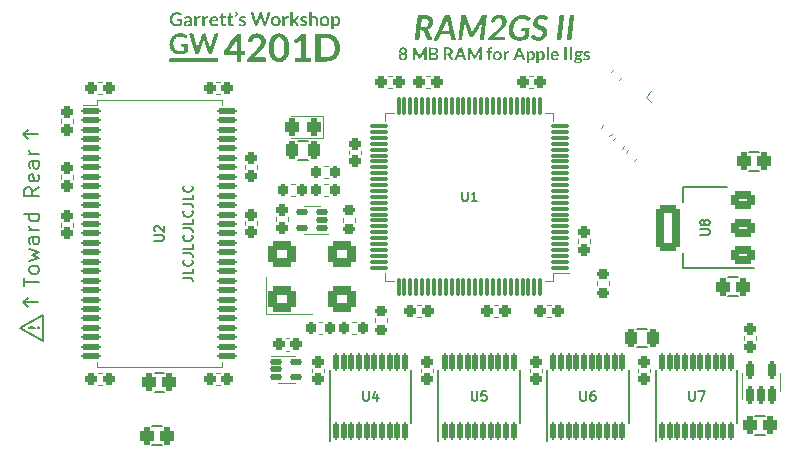
<source format=gto>
G04 #@! TF.GenerationSoftware,KiCad,Pcbnew,7.0.1-0*
G04 #@! TF.CreationDate,2023-11-03T04:24:27-04:00*
G04 #@! TF.ProjectId,RAM2GS,52414d32-4753-42e6-9b69-6361645f7063,2.1*
G04 #@! TF.SameCoordinates,Original*
G04 #@! TF.FileFunction,Legend,Top*
G04 #@! TF.FilePolarity,Positive*
%FSLAX46Y46*%
G04 Gerber Fmt 4.6, Leading zero omitted, Abs format (unit mm)*
G04 Created by KiCad (PCBNEW 7.0.1-0) date 2023-11-03 04:24:27*
%MOMM*%
%LPD*%
G01*
G04 APERTURE LIST*
G04 Aperture macros list*
%AMRoundRect*
0 Rectangle with rounded corners*
0 $1 Rounding radius*
0 $2 $3 $4 $5 $6 $7 $8 $9 X,Y pos of 4 corners*
0 Add a 4 corners polygon primitive as box body*
4,1,4,$2,$3,$4,$5,$6,$7,$8,$9,$2,$3,0*
0 Add four circle primitives for the rounded corners*
1,1,$1+$1,$2,$3*
1,1,$1+$1,$4,$5*
1,1,$1+$1,$6,$7*
1,1,$1+$1,$8,$9*
0 Add four rect primitives between the rounded corners*
20,1,$1+$1,$2,$3,$4,$5,0*
20,1,$1+$1,$4,$5,$6,$7,0*
20,1,$1+$1,$6,$7,$8,$9,0*
20,1,$1+$1,$8,$9,$2,$3,0*%
G04 Aperture macros list end*
%ADD10C,0.200000*%
%ADD11C,0.190500*%
%ADD12C,0.203200*%
%ADD13C,0.120000*%
%ADD14C,0.150000*%
%ADD15C,0.152400*%
%ADD16C,0.000000*%
%ADD17RoundRect,0.457200X-0.381000X-3.289000X0.381000X-3.289000X0.381000X3.289000X-0.381000X3.289000X0*%
%ADD18RoundRect,0.262500X0.262500X-0.212500X0.262500X0.212500X-0.262500X0.212500X-0.262500X-0.212500X0*%
%ADD19RoundRect,0.262500X-0.212500X-0.262500X0.212500X-0.262500X0.212500X0.262500X-0.212500X0.262500X0*%
%ADD20RoundRect,0.262500X-0.262500X0.212500X-0.262500X-0.212500X0.262500X-0.212500X0.262500X0.212500X0*%
%ADD21C,2.152400*%
%ADD22RoundRect,0.136500X0.112500X-0.612500X0.112500X0.612500X-0.112500X0.612500X-0.112500X-0.612500X0*%
%ADD23RoundRect,0.312500X0.262500X0.437500X-0.262500X0.437500X-0.262500X-0.437500X0.262500X-0.437500X0*%
%ADD24RoundRect,0.312500X-0.262500X-0.437500X0.262500X-0.437500X0.262500X0.437500X-0.262500X0.437500X0*%
%ADD25C,2.000000*%
%ADD26RoundRect,0.350000X0.700000X0.450000X-0.700000X0.450000X-0.700000X-0.450000X0.700000X-0.450000X0*%
%ADD27RoundRect,0.350000X0.700000X1.600000X-0.700000X1.600000X-0.700000X-1.600000X0.700000X-1.600000X0*%
%ADD28RoundRect,0.140000X-0.400000X-0.100000X0.400000X-0.100000X0.400000X0.100000X-0.400000X0.100000X0*%
%ADD29C,2.527300*%
%ADD30C,1.143000*%
%ADD31C,0.939800*%
%ADD32RoundRect,0.164500X-0.640500X-0.114500X0.640500X-0.114500X0.640500X0.114500X-0.640500X0.114500X0*%
%ADD33RoundRect,0.376200X-0.800000X-0.700000X0.800000X-0.700000X0.800000X0.700000X-0.800000X0.700000X0*%
%ADD34RoundRect,0.140000X0.400000X0.100000X-0.400000X0.100000X-0.400000X-0.100000X0.400000X-0.100000X0*%
%ADD35C,1.448000*%
%ADD36RoundRect,0.262500X0.212500X0.262500X-0.212500X0.262500X-0.212500X-0.262500X0.212500X-0.262500X0*%
%ADD37RoundRect,0.099000X0.662500X0.075000X-0.662500X0.075000X-0.662500X-0.075000X0.662500X-0.075000X0*%
%ADD38RoundRect,0.099000X0.075000X0.662500X-0.075000X0.662500X-0.075000X-0.662500X0.075000X-0.662500X0*%
%ADD39RoundRect,0.212500X0.162500X-0.512500X0.162500X0.512500X-0.162500X0.512500X-0.162500X-0.512500X0*%
%ADD40RoundRect,0.262500X0.212500X0.487500X-0.212500X0.487500X-0.212500X-0.487500X0.212500X-0.487500X0*%
%ADD41RoundRect,0.225000X0.300000X-0.175000X0.300000X0.175000X-0.300000X0.175000X-0.300000X-0.175000X0*%
%ADD42RoundRect,0.225000X0.175000X0.300000X-0.175000X0.300000X-0.175000X-0.300000X0.175000X-0.300000X0*%
%ADD43RoundRect,0.225000X-0.175000X-0.300000X0.175000X-0.300000X0.175000X0.300000X-0.175000X0.300000X0*%
%ADD44RoundRect,0.262500X-0.212500X-0.487500X0.212500X-0.487500X0.212500X0.487500X-0.212500X0.487500X0*%
%ADD45RoundRect,0.319950X0.243750X0.456250X-0.243750X0.456250X-0.243750X-0.456250X0.243750X-0.456250X0*%
%ADD46RoundRect,0.225000X-0.300000X0.175000X-0.300000X-0.175000X0.300000X-0.175000X0.300000X0.175000X0*%
%ADD47RoundRect,0.225000X-0.088388X0.335876X-0.335876X0.088388X0.088388X-0.335876X0.335876X-0.088388X0*%
%ADD48RoundRect,0.225000X0.088388X-0.335876X0.335876X-0.088388X-0.088388X0.335876X-0.335876X0.088388X0*%
%ADD49RoundRect,0.262500X0.035355X-0.335876X0.335876X-0.035355X-0.035355X0.335876X-0.335876X0.035355X0*%
G04 APERTURE END LIST*
D10*
X47625000Y-117475000D02*
X48006000Y-117094000D01*
X47625000Y-117475000D02*
X48006000Y-117856000D01*
X48895000Y-117475000D02*
X47625000Y-117475000D01*
X48895000Y-103251000D02*
X47625000Y-103251000D01*
X47625000Y-103251000D02*
X48006000Y-103632000D01*
X47625000Y-103251000D02*
X48006000Y-102870000D01*
X47371000Y-119634000D02*
X49276000Y-118554500D01*
X49276000Y-118554500D02*
X49276000Y-120713500D01*
X49276000Y-120713500D02*
X47371000Y-119634000D01*
X47704526Y-116138475D02*
X47704526Y-115412761D01*
X48974526Y-115775618D02*
X47704526Y-115775618D01*
X48974526Y-114807999D02*
X48914050Y-114928951D01*
X48914050Y-114928951D02*
X48853573Y-114989428D01*
X48853573Y-114989428D02*
X48732621Y-115049904D01*
X48732621Y-115049904D02*
X48369764Y-115049904D01*
X48369764Y-115049904D02*
X48248811Y-114989428D01*
X48248811Y-114989428D02*
X48188335Y-114928951D01*
X48188335Y-114928951D02*
X48127859Y-114807999D01*
X48127859Y-114807999D02*
X48127859Y-114626570D01*
X48127859Y-114626570D02*
X48188335Y-114505618D01*
X48188335Y-114505618D02*
X48248811Y-114445142D01*
X48248811Y-114445142D02*
X48369764Y-114384666D01*
X48369764Y-114384666D02*
X48732621Y-114384666D01*
X48732621Y-114384666D02*
X48853573Y-114445142D01*
X48853573Y-114445142D02*
X48914050Y-114505618D01*
X48914050Y-114505618D02*
X48974526Y-114626570D01*
X48974526Y-114626570D02*
X48974526Y-114807999D01*
X48127859Y-113961332D02*
X48974526Y-113719427D01*
X48974526Y-113719427D02*
X48369764Y-113477522D01*
X48369764Y-113477522D02*
X48974526Y-113235618D01*
X48974526Y-113235618D02*
X48127859Y-112993713D01*
X48974526Y-111965618D02*
X48309288Y-111965618D01*
X48309288Y-111965618D02*
X48188335Y-112026094D01*
X48188335Y-112026094D02*
X48127859Y-112147046D01*
X48127859Y-112147046D02*
X48127859Y-112388951D01*
X48127859Y-112388951D02*
X48188335Y-112509904D01*
X48914050Y-111965618D02*
X48974526Y-112086570D01*
X48974526Y-112086570D02*
X48974526Y-112388951D01*
X48974526Y-112388951D02*
X48914050Y-112509904D01*
X48914050Y-112509904D02*
X48793097Y-112570380D01*
X48793097Y-112570380D02*
X48672145Y-112570380D01*
X48672145Y-112570380D02*
X48551192Y-112509904D01*
X48551192Y-112509904D02*
X48490716Y-112388951D01*
X48490716Y-112388951D02*
X48490716Y-112086570D01*
X48490716Y-112086570D02*
X48430240Y-111965618D01*
X48974526Y-111360856D02*
X48127859Y-111360856D01*
X48369764Y-111360856D02*
X48248811Y-111300379D01*
X48248811Y-111300379D02*
X48188335Y-111239903D01*
X48188335Y-111239903D02*
X48127859Y-111118951D01*
X48127859Y-111118951D02*
X48127859Y-110997998D01*
X48974526Y-110030380D02*
X47704526Y-110030380D01*
X48914050Y-110030380D02*
X48974526Y-110151332D01*
X48974526Y-110151332D02*
X48974526Y-110393237D01*
X48974526Y-110393237D02*
X48914050Y-110514189D01*
X48914050Y-110514189D02*
X48853573Y-110574666D01*
X48853573Y-110574666D02*
X48732621Y-110635142D01*
X48732621Y-110635142D02*
X48369764Y-110635142D01*
X48369764Y-110635142D02*
X48248811Y-110574666D01*
X48248811Y-110574666D02*
X48188335Y-110514189D01*
X48188335Y-110514189D02*
X48127859Y-110393237D01*
X48127859Y-110393237D02*
X48127859Y-110151332D01*
X48127859Y-110151332D02*
X48188335Y-110030380D01*
X48974526Y-107732284D02*
X48369764Y-108155618D01*
X48974526Y-108457999D02*
X47704526Y-108457999D01*
X47704526Y-108457999D02*
X47704526Y-107974189D01*
X47704526Y-107974189D02*
X47765002Y-107853237D01*
X47765002Y-107853237D02*
X47825478Y-107792760D01*
X47825478Y-107792760D02*
X47946430Y-107732284D01*
X47946430Y-107732284D02*
X48127859Y-107732284D01*
X48127859Y-107732284D02*
X48248811Y-107792760D01*
X48248811Y-107792760D02*
X48309288Y-107853237D01*
X48309288Y-107853237D02*
X48369764Y-107974189D01*
X48369764Y-107974189D02*
X48369764Y-108457999D01*
X48914050Y-106704189D02*
X48974526Y-106825141D01*
X48974526Y-106825141D02*
X48974526Y-107067046D01*
X48974526Y-107067046D02*
X48914050Y-107187999D01*
X48914050Y-107187999D02*
X48793097Y-107248475D01*
X48793097Y-107248475D02*
X48309288Y-107248475D01*
X48309288Y-107248475D02*
X48188335Y-107187999D01*
X48188335Y-107187999D02*
X48127859Y-107067046D01*
X48127859Y-107067046D02*
X48127859Y-106825141D01*
X48127859Y-106825141D02*
X48188335Y-106704189D01*
X48188335Y-106704189D02*
X48309288Y-106643713D01*
X48309288Y-106643713D02*
X48430240Y-106643713D01*
X48430240Y-106643713D02*
X48551192Y-107248475D01*
X48974526Y-105555142D02*
X48309288Y-105555142D01*
X48309288Y-105555142D02*
X48188335Y-105615618D01*
X48188335Y-105615618D02*
X48127859Y-105736570D01*
X48127859Y-105736570D02*
X48127859Y-105978475D01*
X48127859Y-105978475D02*
X48188335Y-106099428D01*
X48914050Y-105555142D02*
X48974526Y-105676094D01*
X48974526Y-105676094D02*
X48974526Y-105978475D01*
X48974526Y-105978475D02*
X48914050Y-106099428D01*
X48914050Y-106099428D02*
X48793097Y-106159904D01*
X48793097Y-106159904D02*
X48672145Y-106159904D01*
X48672145Y-106159904D02*
X48551192Y-106099428D01*
X48551192Y-106099428D02*
X48490716Y-105978475D01*
X48490716Y-105978475D02*
X48490716Y-105676094D01*
X48490716Y-105676094D02*
X48430240Y-105555142D01*
X48974526Y-104950380D02*
X48127859Y-104950380D01*
X48369764Y-104950380D02*
X48248811Y-104889903D01*
X48248811Y-104889903D02*
X48188335Y-104829427D01*
X48188335Y-104829427D02*
X48127859Y-104708475D01*
X48127859Y-104708475D02*
X48127859Y-104587522D01*
D11*
X48876107Y-119634000D02*
X48914812Y-119595295D01*
X48914812Y-119595295D02*
X48953516Y-119634000D01*
X48953516Y-119634000D02*
X48914812Y-119672704D01*
X48914812Y-119672704D02*
X48876107Y-119634000D01*
X48876107Y-119634000D02*
X48953516Y-119634000D01*
X48643878Y-119634000D02*
X48179421Y-119672704D01*
X48179421Y-119672704D02*
X48140716Y-119634000D01*
X48140716Y-119634000D02*
X48179421Y-119595295D01*
X48179421Y-119595295D02*
X48643878Y-119634000D01*
X48643878Y-119634000D02*
X48140716Y-119634000D01*
D12*
X61163216Y-115404361D02*
X61743788Y-115404361D01*
X61743788Y-115404361D02*
X61859902Y-115443066D01*
X61859902Y-115443066D02*
X61937312Y-115520475D01*
X61937312Y-115520475D02*
X61976016Y-115636590D01*
X61976016Y-115636590D02*
X61976016Y-115713999D01*
X61976016Y-114630266D02*
X61976016Y-115017314D01*
X61976016Y-115017314D02*
X61163216Y-115017314D01*
X61898607Y-113894876D02*
X61937312Y-113933580D01*
X61937312Y-113933580D02*
X61976016Y-114049695D01*
X61976016Y-114049695D02*
X61976016Y-114127104D01*
X61976016Y-114127104D02*
X61937312Y-114243218D01*
X61937312Y-114243218D02*
X61859902Y-114320628D01*
X61859902Y-114320628D02*
X61782492Y-114359333D01*
X61782492Y-114359333D02*
X61627673Y-114398037D01*
X61627673Y-114398037D02*
X61511559Y-114398037D01*
X61511559Y-114398037D02*
X61356740Y-114359333D01*
X61356740Y-114359333D02*
X61279331Y-114320628D01*
X61279331Y-114320628D02*
X61201921Y-114243218D01*
X61201921Y-114243218D02*
X61163216Y-114127104D01*
X61163216Y-114127104D02*
X61163216Y-114049695D01*
X61163216Y-114049695D02*
X61201921Y-113933580D01*
X61201921Y-113933580D02*
X61240626Y-113894876D01*
X61163216Y-113314304D02*
X61743788Y-113314304D01*
X61743788Y-113314304D02*
X61859902Y-113353009D01*
X61859902Y-113353009D02*
X61937312Y-113430418D01*
X61937312Y-113430418D02*
X61976016Y-113546533D01*
X61976016Y-113546533D02*
X61976016Y-113623942D01*
X61976016Y-112540209D02*
X61976016Y-112927257D01*
X61976016Y-112927257D02*
X61163216Y-112927257D01*
X61898607Y-111804819D02*
X61937312Y-111843523D01*
X61937312Y-111843523D02*
X61976016Y-111959638D01*
X61976016Y-111959638D02*
X61976016Y-112037047D01*
X61976016Y-112037047D02*
X61937312Y-112153161D01*
X61937312Y-112153161D02*
X61859902Y-112230571D01*
X61859902Y-112230571D02*
X61782492Y-112269276D01*
X61782492Y-112269276D02*
X61627673Y-112307980D01*
X61627673Y-112307980D02*
X61511559Y-112307980D01*
X61511559Y-112307980D02*
X61356740Y-112269276D01*
X61356740Y-112269276D02*
X61279331Y-112230571D01*
X61279331Y-112230571D02*
X61201921Y-112153161D01*
X61201921Y-112153161D02*
X61163216Y-112037047D01*
X61163216Y-112037047D02*
X61163216Y-111959638D01*
X61163216Y-111959638D02*
X61201921Y-111843523D01*
X61201921Y-111843523D02*
X61240626Y-111804819D01*
X61163216Y-111224247D02*
X61743788Y-111224247D01*
X61743788Y-111224247D02*
X61859902Y-111262952D01*
X61859902Y-111262952D02*
X61937312Y-111340361D01*
X61937312Y-111340361D02*
X61976016Y-111456476D01*
X61976016Y-111456476D02*
X61976016Y-111533885D01*
X61976016Y-110450152D02*
X61976016Y-110837200D01*
X61976016Y-110837200D02*
X61163216Y-110837200D01*
X61898607Y-109714762D02*
X61937312Y-109753466D01*
X61937312Y-109753466D02*
X61976016Y-109869581D01*
X61976016Y-109869581D02*
X61976016Y-109946990D01*
X61976016Y-109946990D02*
X61937312Y-110063104D01*
X61937312Y-110063104D02*
X61859902Y-110140514D01*
X61859902Y-110140514D02*
X61782492Y-110179219D01*
X61782492Y-110179219D02*
X61627673Y-110217923D01*
X61627673Y-110217923D02*
X61511559Y-110217923D01*
X61511559Y-110217923D02*
X61356740Y-110179219D01*
X61356740Y-110179219D02*
X61279331Y-110140514D01*
X61279331Y-110140514D02*
X61201921Y-110063104D01*
X61201921Y-110063104D02*
X61163216Y-109946990D01*
X61163216Y-109946990D02*
X61163216Y-109869581D01*
X61163216Y-109869581D02*
X61201921Y-109753466D01*
X61201921Y-109753466D02*
X61240626Y-109714762D01*
X61163216Y-109134190D02*
X61743788Y-109134190D01*
X61743788Y-109134190D02*
X61859902Y-109172895D01*
X61859902Y-109172895D02*
X61937312Y-109250304D01*
X61937312Y-109250304D02*
X61976016Y-109366419D01*
X61976016Y-109366419D02*
X61976016Y-109443828D01*
X61976016Y-108360095D02*
X61976016Y-108747143D01*
X61976016Y-108747143D02*
X61163216Y-108747143D01*
X61898607Y-107624705D02*
X61937312Y-107663409D01*
X61937312Y-107663409D02*
X61976016Y-107779524D01*
X61976016Y-107779524D02*
X61976016Y-107856933D01*
X61976016Y-107856933D02*
X61937312Y-107973047D01*
X61937312Y-107973047D02*
X61859902Y-108050457D01*
X61859902Y-108050457D02*
X61782492Y-108089162D01*
X61782492Y-108089162D02*
X61627673Y-108127866D01*
X61627673Y-108127866D02*
X61511559Y-108127866D01*
X61511559Y-108127866D02*
X61356740Y-108089162D01*
X61356740Y-108089162D02*
X61279331Y-108050457D01*
X61279331Y-108050457D02*
X61201921Y-107973047D01*
X61201921Y-107973047D02*
X61163216Y-107856933D01*
X61163216Y-107856933D02*
X61163216Y-107779524D01*
X61163216Y-107779524D02*
X61201921Y-107663409D01*
X61201921Y-107663409D02*
X61240626Y-107624705D01*
X94805723Y-125013216D02*
X94805723Y-125671197D01*
X94805723Y-125671197D02*
X94844428Y-125748607D01*
X94844428Y-125748607D02*
X94883133Y-125787312D01*
X94883133Y-125787312D02*
X94960542Y-125826016D01*
X94960542Y-125826016D02*
X95115361Y-125826016D01*
X95115361Y-125826016D02*
X95192771Y-125787312D01*
X95192771Y-125787312D02*
X95231476Y-125748607D01*
X95231476Y-125748607D02*
X95270180Y-125671197D01*
X95270180Y-125671197D02*
X95270180Y-125013216D01*
X96005571Y-125013216D02*
X95850752Y-125013216D01*
X95850752Y-125013216D02*
X95773343Y-125051921D01*
X95773343Y-125051921D02*
X95734638Y-125090626D01*
X95734638Y-125090626D02*
X95657228Y-125206740D01*
X95657228Y-125206740D02*
X95618524Y-125361559D01*
X95618524Y-125361559D02*
X95618524Y-125671197D01*
X95618524Y-125671197D02*
X95657228Y-125748607D01*
X95657228Y-125748607D02*
X95695933Y-125787312D01*
X95695933Y-125787312D02*
X95773343Y-125826016D01*
X95773343Y-125826016D02*
X95928162Y-125826016D01*
X95928162Y-125826016D02*
X96005571Y-125787312D01*
X96005571Y-125787312D02*
X96044276Y-125748607D01*
X96044276Y-125748607D02*
X96082981Y-125671197D01*
X96082981Y-125671197D02*
X96082981Y-125477673D01*
X96082981Y-125477673D02*
X96044276Y-125400264D01*
X96044276Y-125400264D02*
X96005571Y-125361559D01*
X96005571Y-125361559D02*
X95928162Y-125322854D01*
X95928162Y-125322854D02*
X95773343Y-125322854D01*
X95773343Y-125322854D02*
X95695933Y-125361559D01*
X95695933Y-125361559D02*
X95657228Y-125400264D01*
X95657228Y-125400264D02*
X95618524Y-125477673D01*
X104005723Y-125013216D02*
X104005723Y-125671197D01*
X104005723Y-125671197D02*
X104044428Y-125748607D01*
X104044428Y-125748607D02*
X104083133Y-125787312D01*
X104083133Y-125787312D02*
X104160542Y-125826016D01*
X104160542Y-125826016D02*
X104315361Y-125826016D01*
X104315361Y-125826016D02*
X104392771Y-125787312D01*
X104392771Y-125787312D02*
X104431476Y-125748607D01*
X104431476Y-125748607D02*
X104470180Y-125671197D01*
X104470180Y-125671197D02*
X104470180Y-125013216D01*
X104779819Y-125013216D02*
X105321685Y-125013216D01*
X105321685Y-125013216D02*
X104973343Y-125826016D01*
X85605723Y-125013216D02*
X85605723Y-125671197D01*
X85605723Y-125671197D02*
X85644428Y-125748607D01*
X85644428Y-125748607D02*
X85683133Y-125787312D01*
X85683133Y-125787312D02*
X85760542Y-125826016D01*
X85760542Y-125826016D02*
X85915361Y-125826016D01*
X85915361Y-125826016D02*
X85992771Y-125787312D01*
X85992771Y-125787312D02*
X86031476Y-125748607D01*
X86031476Y-125748607D02*
X86070180Y-125671197D01*
X86070180Y-125671197D02*
X86070180Y-125013216D01*
X86844276Y-125013216D02*
X86457228Y-125013216D01*
X86457228Y-125013216D02*
X86418524Y-125400264D01*
X86418524Y-125400264D02*
X86457228Y-125361559D01*
X86457228Y-125361559D02*
X86534638Y-125322854D01*
X86534638Y-125322854D02*
X86728162Y-125322854D01*
X86728162Y-125322854D02*
X86805571Y-125361559D01*
X86805571Y-125361559D02*
X86844276Y-125400264D01*
X86844276Y-125400264D02*
X86882981Y-125477673D01*
X86882981Y-125477673D02*
X86882981Y-125671197D01*
X86882981Y-125671197D02*
X86844276Y-125748607D01*
X86844276Y-125748607D02*
X86805571Y-125787312D01*
X86805571Y-125787312D02*
X86728162Y-125826016D01*
X86728162Y-125826016D02*
X86534638Y-125826016D01*
X86534638Y-125826016D02*
X86457228Y-125787312D01*
X86457228Y-125787312D02*
X86418524Y-125748607D01*
X104950216Y-111769276D02*
X105608197Y-111769276D01*
X105608197Y-111769276D02*
X105685607Y-111730571D01*
X105685607Y-111730571D02*
X105724312Y-111691866D01*
X105724312Y-111691866D02*
X105763016Y-111614457D01*
X105763016Y-111614457D02*
X105763016Y-111459638D01*
X105763016Y-111459638D02*
X105724312Y-111382228D01*
X105724312Y-111382228D02*
X105685607Y-111343523D01*
X105685607Y-111343523D02*
X105608197Y-111304819D01*
X105608197Y-111304819D02*
X104950216Y-111304819D01*
X105298559Y-110801656D02*
X105259854Y-110879066D01*
X105259854Y-110879066D02*
X105221150Y-110917771D01*
X105221150Y-110917771D02*
X105143740Y-110956475D01*
X105143740Y-110956475D02*
X105105035Y-110956475D01*
X105105035Y-110956475D02*
X105027626Y-110917771D01*
X105027626Y-110917771D02*
X104988921Y-110879066D01*
X104988921Y-110879066D02*
X104950216Y-110801656D01*
X104950216Y-110801656D02*
X104950216Y-110646837D01*
X104950216Y-110646837D02*
X104988921Y-110569428D01*
X104988921Y-110569428D02*
X105027626Y-110530723D01*
X105027626Y-110530723D02*
X105105035Y-110492018D01*
X105105035Y-110492018D02*
X105143740Y-110492018D01*
X105143740Y-110492018D02*
X105221150Y-110530723D01*
X105221150Y-110530723D02*
X105259854Y-110569428D01*
X105259854Y-110569428D02*
X105298559Y-110646837D01*
X105298559Y-110646837D02*
X105298559Y-110801656D01*
X105298559Y-110801656D02*
X105337264Y-110879066D01*
X105337264Y-110879066D02*
X105375969Y-110917771D01*
X105375969Y-110917771D02*
X105453378Y-110956475D01*
X105453378Y-110956475D02*
X105608197Y-110956475D01*
X105608197Y-110956475D02*
X105685607Y-110917771D01*
X105685607Y-110917771D02*
X105724312Y-110879066D01*
X105724312Y-110879066D02*
X105763016Y-110801656D01*
X105763016Y-110801656D02*
X105763016Y-110646837D01*
X105763016Y-110646837D02*
X105724312Y-110569428D01*
X105724312Y-110569428D02*
X105685607Y-110530723D01*
X105685607Y-110530723D02*
X105608197Y-110492018D01*
X105608197Y-110492018D02*
X105453378Y-110492018D01*
X105453378Y-110492018D02*
X105375969Y-110530723D01*
X105375969Y-110530723D02*
X105337264Y-110569428D01*
X105337264Y-110569428D02*
X105298559Y-110646837D01*
X76405723Y-125013216D02*
X76405723Y-125671197D01*
X76405723Y-125671197D02*
X76444428Y-125748607D01*
X76444428Y-125748607D02*
X76483133Y-125787312D01*
X76483133Y-125787312D02*
X76560542Y-125826016D01*
X76560542Y-125826016D02*
X76715361Y-125826016D01*
X76715361Y-125826016D02*
X76792771Y-125787312D01*
X76792771Y-125787312D02*
X76831476Y-125748607D01*
X76831476Y-125748607D02*
X76870180Y-125671197D01*
X76870180Y-125671197D02*
X76870180Y-125013216D01*
X77605571Y-125284150D02*
X77605571Y-125826016D01*
X77412047Y-124974512D02*
X77218524Y-125555083D01*
X77218524Y-125555083D02*
X77721685Y-125555083D01*
X58713216Y-112269276D02*
X59371197Y-112269276D01*
X59371197Y-112269276D02*
X59448607Y-112230571D01*
X59448607Y-112230571D02*
X59487312Y-112191866D01*
X59487312Y-112191866D02*
X59526016Y-112114457D01*
X59526016Y-112114457D02*
X59526016Y-111959638D01*
X59526016Y-111959638D02*
X59487312Y-111882228D01*
X59487312Y-111882228D02*
X59448607Y-111843523D01*
X59448607Y-111843523D02*
X59371197Y-111804819D01*
X59371197Y-111804819D02*
X58713216Y-111804819D01*
X58790626Y-111456475D02*
X58751921Y-111417771D01*
X58751921Y-111417771D02*
X58713216Y-111340361D01*
X58713216Y-111340361D02*
X58713216Y-111146837D01*
X58713216Y-111146837D02*
X58751921Y-111069428D01*
X58751921Y-111069428D02*
X58790626Y-111030723D01*
X58790626Y-111030723D02*
X58868035Y-110992018D01*
X58868035Y-110992018D02*
X58945445Y-110992018D01*
X58945445Y-110992018D02*
X59061559Y-111030723D01*
X59061559Y-111030723D02*
X59526016Y-111495180D01*
X59526016Y-111495180D02*
X59526016Y-110992018D01*
X84780723Y-108113216D02*
X84780723Y-108771197D01*
X84780723Y-108771197D02*
X84819428Y-108848607D01*
X84819428Y-108848607D02*
X84858133Y-108887312D01*
X84858133Y-108887312D02*
X84935542Y-108926016D01*
X84935542Y-108926016D02*
X85090361Y-108926016D01*
X85090361Y-108926016D02*
X85167771Y-108887312D01*
X85167771Y-108887312D02*
X85206476Y-108848607D01*
X85206476Y-108848607D02*
X85245180Y-108771197D01*
X85245180Y-108771197D02*
X85245180Y-108113216D01*
X86057981Y-108926016D02*
X85593524Y-108926016D01*
X85825752Y-108926016D02*
X85825752Y-108113216D01*
X85825752Y-108113216D02*
X85748343Y-108229331D01*
X85748343Y-108229331D02*
X85670933Y-108306740D01*
X85670933Y-108306740D02*
X85593524Y-108345445D01*
D13*
X50840000Y-107062779D02*
X50840000Y-106737221D01*
X51860000Y-107062779D02*
X51860000Y-106737221D01*
X50840000Y-102262779D02*
X50840000Y-101937221D01*
X51860000Y-102262779D02*
X51860000Y-101937221D01*
X53987221Y-98840000D02*
X54312779Y-98840000D01*
X53987221Y-99860000D02*
X54312779Y-99860000D01*
X63987221Y-123440000D02*
X64312779Y-123440000D01*
X63987221Y-124460000D02*
X64312779Y-124460000D01*
X63987221Y-98840000D02*
X64312779Y-98840000D01*
X63987221Y-99860000D02*
X64312779Y-99860000D01*
X67460000Y-110637221D02*
X67460000Y-110962779D01*
X66440000Y-110637221D02*
X66440000Y-110962779D01*
X67460000Y-105837221D02*
X67460000Y-106162779D01*
X66440000Y-105837221D02*
X66440000Y-106162779D01*
X50840000Y-111062779D02*
X50840000Y-110737221D01*
X51860000Y-111062779D02*
X51860000Y-110737221D01*
X53987221Y-123440000D02*
X54312779Y-123440000D01*
X53987221Y-124460000D02*
X54312779Y-124460000D01*
X100710000Y-123087221D02*
X100710000Y-123412779D01*
X99690000Y-123087221D02*
X99690000Y-123412779D01*
D14*
X91975000Y-129200000D02*
X91975000Y-123225000D01*
X98875000Y-127675000D02*
X98875000Y-123225000D01*
D13*
X91510000Y-123087221D02*
X91510000Y-123412779D01*
X90490000Y-123087221D02*
X90490000Y-123412779D01*
X82310000Y-123087221D02*
X82310000Y-123412779D01*
X81290000Y-123087221D02*
X81290000Y-123412779D01*
D14*
X101175000Y-129200000D02*
X101175000Y-123225000D01*
X108075000Y-127675000D02*
X108075000Y-123225000D01*
D13*
X73110000Y-123087221D02*
X73110000Y-123412779D01*
X72090000Y-123087221D02*
X72090000Y-123412779D01*
D14*
X82775000Y-129200000D02*
X82775000Y-123225000D01*
X89675000Y-127675000D02*
X89675000Y-123225000D01*
D15*
X59334400Y-129578000D02*
X58521600Y-129578000D01*
X59334400Y-127978000D02*
X58521600Y-127978000D01*
X109575600Y-127089000D02*
X110388400Y-127089000D01*
X109575600Y-128689000D02*
X110388400Y-128689000D01*
X103477000Y-107740000D02*
X103477000Y-109000000D01*
X103477000Y-114560000D02*
X103477000Y-113300000D01*
X107237000Y-107740000D02*
X103477000Y-107740000D01*
X109487000Y-114560000D02*
X103477000Y-114560000D01*
X109093600Y-104750000D02*
X109906400Y-104750000D01*
X109093600Y-106350000D02*
X109906400Y-106350000D01*
X107293600Y-115350000D02*
X108106400Y-115350000D01*
X107293600Y-116950000D02*
X108106400Y-116950000D01*
D13*
X70630000Y-121990000D02*
X68600000Y-121990000D01*
X69220000Y-124310000D02*
X70630000Y-124310000D01*
X100330910Y-100067962D02*
X100779923Y-99618949D01*
X100779923Y-100516974D02*
X100330910Y-100067962D01*
D14*
X73575000Y-129200000D02*
X73575000Y-123225000D01*
X80475000Y-127675000D02*
X80475000Y-123225000D01*
D13*
X64450000Y-100350000D02*
X64450000Y-100750000D01*
X53850000Y-100350000D02*
X64450000Y-100350000D01*
X53850000Y-100750000D02*
X53850000Y-100350000D01*
X52650000Y-100750000D02*
X53850000Y-100750000D01*
X64450000Y-122550000D02*
X64450000Y-122950000D01*
X53850000Y-122550000D02*
X53850000Y-122950000D01*
X53850000Y-122950000D02*
X64450000Y-122950000D01*
X68200000Y-118500000D02*
X68200000Y-115300000D01*
X68200000Y-118500000D02*
X72100000Y-118500000D01*
X71370000Y-111660000D02*
X73400000Y-111660000D01*
X72780000Y-109340000D02*
X71370000Y-109340000D01*
X68990000Y-110562779D02*
X68990000Y-110237221D01*
X70010000Y-110562779D02*
X70010000Y-110237221D01*
D15*
X58743600Y-123450000D02*
X59556400Y-123450000D01*
X58743600Y-125050000D02*
X59556400Y-125050000D01*
D13*
X70162779Y-121560000D02*
X69837221Y-121560000D01*
X70162779Y-120540000D02*
X69837221Y-120540000D01*
X78290000Y-115660000D02*
X78290000Y-114960000D01*
X78990000Y-115660000D02*
X78290000Y-115660000D01*
X91810000Y-115660000D02*
X92510000Y-115660000D01*
X92510000Y-115660000D02*
X92510000Y-114960000D01*
X92510000Y-114960000D02*
X93800000Y-114960000D01*
X78290000Y-101440000D02*
X78290000Y-102140000D01*
X78990000Y-101440000D02*
X78290000Y-101440000D01*
X91810000Y-101440000D02*
X92510000Y-101440000D01*
X92510000Y-101440000D02*
X92510000Y-102140000D01*
X81312779Y-118760000D02*
X80987221Y-118760000D01*
X81312779Y-117740000D02*
X80987221Y-117740000D01*
X90812779Y-99360000D02*
X90487221Y-99360000D01*
X90812779Y-98340000D02*
X90487221Y-98340000D01*
X87812779Y-118760000D02*
X87487221Y-118760000D01*
X87812779Y-117740000D02*
X87487221Y-117740000D01*
X81737221Y-98340000D02*
X82062779Y-98340000D01*
X81737221Y-99360000D02*
X82062779Y-99360000D01*
X78812779Y-99360000D02*
X78487221Y-99360000D01*
X78812779Y-98340000D02*
X78487221Y-98340000D01*
X76210000Y-104637221D02*
X76210000Y-104962779D01*
X75190000Y-104637221D02*
X75190000Y-104962779D01*
X91987221Y-117740000D02*
X92312779Y-117740000D01*
X91987221Y-118760000D02*
X92312779Y-118760000D01*
X94590000Y-112462779D02*
X94590000Y-112137221D01*
X95610000Y-112462779D02*
X95610000Y-112137221D01*
X108520000Y-123490000D02*
X108520000Y-125650000D01*
X111680000Y-123490000D02*
X111680000Y-124950000D01*
X108640000Y-120662779D02*
X108640000Y-120337221D01*
X109660000Y-120662779D02*
X109660000Y-120337221D01*
D15*
X100406400Y-121300000D02*
X99593600Y-121300000D01*
X100406400Y-119700000D02*
X99593600Y-119700000D01*
D13*
X77440000Y-119162779D02*
X77440000Y-118837221D01*
X78460000Y-119162779D02*
X78460000Y-118837221D01*
X70612779Y-108460000D02*
X70287221Y-108460000D01*
X70612779Y-107440000D02*
X70287221Y-107440000D01*
X73087221Y-107440000D02*
X73412779Y-107440000D01*
X73087221Y-108460000D02*
X73412779Y-108460000D01*
D15*
X70893600Y-103800000D02*
X71706400Y-103800000D01*
X70893600Y-105400000D02*
X71706400Y-105400000D01*
D13*
X72985000Y-103610000D02*
X72985000Y-101690000D01*
X72985000Y-101690000D02*
X70300000Y-101690000D01*
X70300000Y-103610000D02*
X72985000Y-103610000D01*
X97260000Y-115687221D02*
X97260000Y-116012779D01*
X96240000Y-115687221D02*
X96240000Y-116012779D01*
X97475727Y-103195522D02*
X97245522Y-103425727D01*
X96754478Y-102474273D02*
X96524273Y-102704478D01*
X98624273Y-104804478D02*
X98854478Y-104574273D01*
X99345522Y-105525727D02*
X99575727Y-105295522D01*
X97574273Y-103754478D02*
X97804478Y-103524273D01*
X98295522Y-104475727D02*
X98525727Y-104245522D01*
X97374273Y-97954478D02*
X97604478Y-97724273D01*
X98095522Y-98675727D02*
X98325727Y-98445522D01*
X72962779Y-120160000D02*
X72637221Y-120160000D01*
X72962779Y-119140000D02*
X72637221Y-119140000D01*
X75437221Y-119140000D02*
X75762779Y-119140000D01*
X75437221Y-120160000D02*
X75762779Y-120160000D01*
X75710000Y-110337221D02*
X75710000Y-110662779D01*
X74690000Y-110337221D02*
X74690000Y-110662779D01*
G36*
X64063129Y-96797551D02*
G01*
X64087310Y-96813729D01*
X64101047Y-96829411D01*
X64113849Y-96848756D01*
X64113849Y-96964409D01*
X64113849Y-97080061D01*
X64099534Y-97100385D01*
X64086379Y-97115130D01*
X64070225Y-97128175D01*
X64064188Y-97131813D01*
X64043158Y-97142916D01*
X62057227Y-97142916D01*
X60071296Y-97142916D01*
X60050266Y-97131813D01*
X60034416Y-97120768D01*
X60019428Y-97106123D01*
X60014920Y-97100385D01*
X60000605Y-97080061D01*
X60000605Y-96964409D01*
X60000605Y-96848756D01*
X60013407Y-96829411D01*
X60031652Y-96809941D01*
X60051325Y-96797551D01*
X60076441Y-96785035D01*
X62057227Y-96785035D01*
X64038013Y-96785035D01*
X64063129Y-96797551D01*
G37*
G36*
X65725185Y-92846498D02*
G01*
X65729424Y-92851855D01*
X65736124Y-92863067D01*
X65741736Y-92873627D01*
X65763824Y-92927031D01*
X65776464Y-92981043D01*
X65779685Y-93035163D01*
X65773516Y-93088890D01*
X65757987Y-93141722D01*
X65733128Y-93193160D01*
X65721618Y-93211670D01*
X65711453Y-93225659D01*
X65697823Y-93242508D01*
X65682102Y-93260736D01*
X65665662Y-93278861D01*
X65649879Y-93295403D01*
X65636125Y-93308881D01*
X65625775Y-93317814D01*
X65620441Y-93320745D01*
X65614959Y-93318406D01*
X65603680Y-93312229D01*
X65588878Y-93303469D01*
X65586392Y-93301947D01*
X65570445Y-93291777D01*
X65557075Y-93282604D01*
X65548980Y-93276284D01*
X65548615Y-93275932D01*
X65542039Y-93264476D01*
X65542778Y-93249922D01*
X65551029Y-93231485D01*
X65564985Y-93210997D01*
X65591228Y-93170555D01*
X65608050Y-93130505D01*
X65615519Y-93090227D01*
X65613701Y-93049104D01*
X65602667Y-93006515D01*
X65590662Y-92977917D01*
X65579322Y-92952126D01*
X65573347Y-92932761D01*
X65572553Y-92918480D01*
X65576758Y-92907942D01*
X65580541Y-92903780D01*
X65588034Y-92899164D01*
X65601999Y-92892389D01*
X65620577Y-92884189D01*
X65641908Y-92875304D01*
X65664131Y-92866468D01*
X65685386Y-92858419D01*
X65703814Y-92851894D01*
X65717553Y-92847628D01*
X65724744Y-92846360D01*
X65725185Y-92846498D01*
G37*
G36*
X62586954Y-93244150D02*
G01*
X62618379Y-93253694D01*
X62643915Y-93268267D01*
X62644710Y-93268893D01*
X62646495Y-93273818D01*
X62646380Y-93284907D01*
X62644282Y-93303112D01*
X62640115Y-93329381D01*
X62638497Y-93338699D01*
X62633874Y-93364314D01*
X62629376Y-93388103D01*
X62625465Y-93407697D01*
X62622602Y-93420730D01*
X62622191Y-93422357D01*
X62617268Y-93435085D01*
X62609514Y-93443022D01*
X62597400Y-93446597D01*
X62579397Y-93446241D01*
X62553974Y-93442381D01*
X62552102Y-93442032D01*
X62506013Y-93437196D01*
X62464149Y-93440856D01*
X62426266Y-93453125D01*
X62392119Y-93474116D01*
X62361465Y-93503940D01*
X62334273Y-93542353D01*
X62317287Y-93570703D01*
X62317287Y-93832237D01*
X62317287Y-94093770D01*
X62214695Y-94093770D01*
X62112102Y-94093770D01*
X62112102Y-93676243D01*
X62112102Y-93258715D01*
X62188667Y-93258715D01*
X62217347Y-93258769D01*
X62238074Y-93259071D01*
X62252438Y-93259828D01*
X62262031Y-93261249D01*
X62268443Y-93263541D01*
X62273263Y-93266913D01*
X62276750Y-93270233D01*
X62282648Y-93276683D01*
X62287041Y-93283594D01*
X62290416Y-93292747D01*
X62293259Y-93305923D01*
X62296055Y-93324902D01*
X62299293Y-93351465D01*
X62299561Y-93353767D01*
X62305358Y-93403487D01*
X62322510Y-93377625D01*
X62355024Y-93334992D01*
X62391097Y-93299323D01*
X62429762Y-93271407D01*
X62470054Y-93252035D01*
X62480485Y-93248553D01*
X62515693Y-93241293D01*
X62551954Y-93239921D01*
X62586954Y-93244150D01*
G37*
G36*
X63250226Y-93244150D02*
G01*
X63281652Y-93253694D01*
X63307187Y-93268267D01*
X63307982Y-93268893D01*
X63309767Y-93273818D01*
X63309653Y-93284907D01*
X63307554Y-93303112D01*
X63303387Y-93329381D01*
X63301770Y-93338699D01*
X63297147Y-93364314D01*
X63292649Y-93388103D01*
X63288737Y-93407697D01*
X63285874Y-93420730D01*
X63285464Y-93422357D01*
X63280540Y-93435085D01*
X63272786Y-93443022D01*
X63260672Y-93446597D01*
X63242669Y-93446241D01*
X63217247Y-93442381D01*
X63215375Y-93442032D01*
X63169286Y-93437196D01*
X63127422Y-93440856D01*
X63089538Y-93453125D01*
X63055391Y-93474116D01*
X63024737Y-93503940D01*
X62997546Y-93542353D01*
X62980560Y-93570703D01*
X62980560Y-93832237D01*
X62980560Y-94093770D01*
X62877967Y-94093770D01*
X62775375Y-94093770D01*
X62775375Y-93676243D01*
X62775375Y-93258715D01*
X62851939Y-93258715D01*
X62880619Y-93258769D01*
X62901346Y-93259071D01*
X62915711Y-93259828D01*
X62925304Y-93261249D01*
X62931715Y-93263541D01*
X62936536Y-93266913D01*
X62940023Y-93270233D01*
X62945920Y-93276683D01*
X62950314Y-93283594D01*
X62953689Y-93292747D01*
X62956531Y-93305923D01*
X62959328Y-93324902D01*
X62962565Y-93351465D01*
X62962834Y-93353767D01*
X62968630Y-93403487D01*
X62985783Y-93377625D01*
X63018297Y-93334992D01*
X63054369Y-93299323D01*
X63093035Y-93271407D01*
X63133327Y-93252035D01*
X63143757Y-93248553D01*
X63178965Y-93241293D01*
X63215226Y-93239921D01*
X63250226Y-93244150D01*
G37*
G36*
X70045192Y-93244150D02*
G01*
X70076617Y-93253694D01*
X70102153Y-93268267D01*
X70102947Y-93268893D01*
X70104732Y-93273818D01*
X70104618Y-93284907D01*
X70102519Y-93303112D01*
X70098353Y-93329381D01*
X70096735Y-93338699D01*
X70092112Y-93364314D01*
X70087614Y-93388103D01*
X70083703Y-93407697D01*
X70080839Y-93420730D01*
X70080429Y-93422357D01*
X70075505Y-93435085D01*
X70067752Y-93443022D01*
X70055638Y-93446597D01*
X70037634Y-93446241D01*
X70012212Y-93442381D01*
X70010340Y-93442032D01*
X69964251Y-93437196D01*
X69922387Y-93440856D01*
X69884504Y-93453125D01*
X69850357Y-93474116D01*
X69819702Y-93503940D01*
X69792511Y-93542353D01*
X69775525Y-93570703D01*
X69775525Y-93832237D01*
X69775525Y-94093770D01*
X69672932Y-94093770D01*
X69570340Y-94093770D01*
X69570340Y-93676243D01*
X69570340Y-93258715D01*
X69646905Y-93258715D01*
X69675585Y-93258769D01*
X69696312Y-93259071D01*
X69710676Y-93259828D01*
X69720269Y-93261249D01*
X69726680Y-93263541D01*
X69731501Y-93266913D01*
X69734988Y-93270233D01*
X69740886Y-93276683D01*
X69745279Y-93283594D01*
X69748654Y-93292747D01*
X69751497Y-93305923D01*
X69754293Y-93324902D01*
X69757530Y-93351465D01*
X69757799Y-93353767D01*
X69763596Y-93403487D01*
X69780748Y-93377625D01*
X69813262Y-93334992D01*
X69849334Y-93299323D01*
X69888000Y-93271407D01*
X69928292Y-93252035D01*
X69938723Y-93248553D01*
X69973930Y-93241293D01*
X70010192Y-93239921D01*
X70045192Y-93244150D01*
G37*
G36*
X72051647Y-93110791D02*
G01*
X72051702Y-93156524D01*
X72051860Y-93199215D01*
X72052109Y-93237941D01*
X72052438Y-93271780D01*
X72052837Y-93299809D01*
X72053295Y-93321108D01*
X72053800Y-93334753D01*
X72054342Y-93339823D01*
X72054370Y-93339835D01*
X72059216Y-93337038D01*
X72069048Y-93329774D01*
X72079422Y-93321496D01*
X72122006Y-93290666D01*
X72165181Y-93268187D01*
X72210599Y-93253531D01*
X72259913Y-93246167D01*
X72314774Y-93245567D01*
X72316091Y-93245627D01*
X72368705Y-93251842D01*
X72415254Y-93265362D01*
X72456027Y-93286370D01*
X72491311Y-93315047D01*
X72521393Y-93351575D01*
X72543456Y-93389681D01*
X72550111Y-93403279D01*
X72555854Y-93415648D01*
X72560757Y-93427585D01*
X72564892Y-93439884D01*
X72568331Y-93453339D01*
X72571145Y-93468746D01*
X72573407Y-93486899D01*
X72575189Y-93508593D01*
X72576561Y-93534624D01*
X72577597Y-93565786D01*
X72578368Y-93602873D01*
X72578945Y-93646681D01*
X72579401Y-93698005D01*
X72579808Y-93757639D01*
X72580037Y-93794343D01*
X72581894Y-94093770D01*
X72479215Y-94093770D01*
X72376535Y-94093770D01*
X72375138Y-93799006D01*
X72373740Y-93504242D01*
X72357945Y-93472165D01*
X72341455Y-93444712D01*
X72322047Y-93424785D01*
X72298303Y-93411575D01*
X72268803Y-93404273D01*
X72234914Y-93402077D01*
X72191689Y-93406122D01*
X72150302Y-93418917D01*
X72110122Y-93440727D01*
X72071006Y-93471380D01*
X72051647Y-93488869D01*
X72051647Y-93791320D01*
X72051647Y-94093770D01*
X71949055Y-94093770D01*
X71846462Y-94093770D01*
X71846462Y-93487759D01*
X71846462Y-92881747D01*
X71949055Y-92881747D01*
X72051647Y-92881747D01*
X72051647Y-93110791D01*
G37*
G36*
X71382622Y-94734316D02*
G01*
X71548228Y-94735570D01*
X71549432Y-95765074D01*
X71550636Y-96794578D01*
X71760582Y-96794578D01*
X71970528Y-96794578D01*
X71970528Y-96944888D01*
X71970528Y-97095198D01*
X71319185Y-97095198D01*
X70667841Y-97095198D01*
X70667841Y-96944888D01*
X70667841Y-96794578D01*
X70906429Y-96794578D01*
X71145016Y-96794578D01*
X71145016Y-96036261D01*
X71145035Y-95951831D01*
X71145092Y-95869937D01*
X71145185Y-95791094D01*
X71145311Y-95715816D01*
X71145468Y-95644617D01*
X71145654Y-95578010D01*
X71145868Y-95516511D01*
X71146106Y-95460633D01*
X71146367Y-95410890D01*
X71146649Y-95367796D01*
X71146949Y-95331866D01*
X71147266Y-95303613D01*
X71147597Y-95283552D01*
X71147941Y-95272197D01*
X71148162Y-95269745D01*
X71148711Y-95263664D01*
X71146049Y-95263390D01*
X71141397Y-95266717D01*
X71130147Y-95275519D01*
X71113051Y-95289186D01*
X71090863Y-95307107D01*
X71064335Y-95328673D01*
X71034220Y-95353274D01*
X71001272Y-95380299D01*
X70970470Y-95405653D01*
X70935198Y-95434624D01*
X70901693Y-95461936D01*
X70870771Y-95486939D01*
X70843247Y-95508981D01*
X70819938Y-95527414D01*
X70801658Y-95541587D01*
X70789223Y-95550850D01*
X70783920Y-95554347D01*
X70755941Y-95563811D01*
X70724587Y-95566577D01*
X70692894Y-95562872D01*
X70663899Y-95552924D01*
X70649377Y-95544284D01*
X70640490Y-95536068D01*
X70627304Y-95521572D01*
X70611069Y-95502279D01*
X70593035Y-95479674D01*
X70574449Y-95455243D01*
X70574328Y-95455079D01*
X70556241Y-95430719D01*
X70539360Y-95408013D01*
X70524795Y-95388453D01*
X70513655Y-95373529D01*
X70507051Y-95364731D01*
X70506921Y-95364560D01*
X70495402Y-95349364D01*
X70625760Y-95237888D01*
X70654044Y-95213708D01*
X70688419Y-95184331D01*
X70727719Y-95150756D01*
X70770773Y-95113979D01*
X70816415Y-95074999D01*
X70863476Y-95034813D01*
X70910788Y-94994419D01*
X70957183Y-94954815D01*
X70986567Y-94929736D01*
X71217015Y-94733061D01*
X71382622Y-94734316D01*
G37*
G36*
X64569551Y-93134650D02*
G01*
X64569551Y-93268258D01*
X64679301Y-93268258D01*
X64789051Y-93268258D01*
X64789051Y-93339835D01*
X64789051Y-93411411D01*
X64679133Y-93411411D01*
X64569215Y-93411411D01*
X64570576Y-93651191D01*
X64570897Y-93705289D01*
X64571216Y-93750675D01*
X64571568Y-93788179D01*
X64571989Y-93818634D01*
X64572515Y-93842870D01*
X64573181Y-93861717D01*
X64574022Y-93876009D01*
X64575074Y-93886575D01*
X64576372Y-93894246D01*
X64577951Y-93899854D01*
X64579847Y-93904231D01*
X64581480Y-93907173D01*
X64598408Y-93927951D01*
X64619477Y-93940261D01*
X64644263Y-93944017D01*
X64672337Y-93939130D01*
X64694092Y-93930338D01*
X64709866Y-93922775D01*
X64722068Y-93918280D01*
X64732016Y-93917629D01*
X64741027Y-93921597D01*
X64750416Y-93930960D01*
X64761502Y-93946492D01*
X64775601Y-93968971D01*
X64784508Y-93983576D01*
X64814756Y-94033234D01*
X64799268Y-94046164D01*
X64780601Y-94059077D01*
X64755846Y-94072491D01*
X64728231Y-94084847D01*
X64700988Y-94094587D01*
X64695682Y-94096135D01*
X64670359Y-94101296D01*
X64639422Y-94104733D01*
X64605814Y-94106388D01*
X64572475Y-94106204D01*
X64542347Y-94104122D01*
X64518372Y-94100084D01*
X64516819Y-94099678D01*
X64477665Y-94084582D01*
X64442995Y-94062215D01*
X64414218Y-94033710D01*
X64392745Y-94000200D01*
X64392580Y-93999861D01*
X64387693Y-93989525D01*
X64383541Y-93979742D01*
X64380064Y-93969667D01*
X64377201Y-93958454D01*
X64374892Y-93945259D01*
X64373078Y-93929237D01*
X64371699Y-93909543D01*
X64370695Y-93885331D01*
X64370005Y-93855756D01*
X64369570Y-93819975D01*
X64369329Y-93777140D01*
X64369224Y-93726408D01*
X64369194Y-93670278D01*
X64369138Y-93411411D01*
X64317548Y-93411411D01*
X64294028Y-93411201D01*
X64278017Y-93410363D01*
X64267488Y-93408585D01*
X64260413Y-93405554D01*
X64255735Y-93401886D01*
X64248014Y-93391734D01*
X64243207Y-93377463D01*
X64240996Y-93357404D01*
X64241063Y-93329884D01*
X64241224Y-93325651D01*
X64242686Y-93289994D01*
X64278474Y-93284072D01*
X64301855Y-93280197D01*
X64326951Y-93276027D01*
X64345640Y-93272914D01*
X64377017Y-93267677D01*
X64397672Y-93154639D01*
X64403679Y-93122234D01*
X64409387Y-93092330D01*
X64414496Y-93066420D01*
X64418709Y-93045992D01*
X64421730Y-93032538D01*
X64422880Y-93028333D01*
X64428236Y-93017852D01*
X64436922Y-93010316D01*
X64450317Y-93005303D01*
X64469802Y-93002392D01*
X64496756Y-93001160D01*
X64512053Y-93001041D01*
X64569551Y-93001041D01*
X64569551Y-93134650D01*
G37*
G36*
X65199421Y-93134650D02*
G01*
X65199421Y-93268258D01*
X65309171Y-93268258D01*
X65418922Y-93268258D01*
X65418922Y-93339835D01*
X65418922Y-93411411D01*
X65309004Y-93411411D01*
X65199086Y-93411411D01*
X65200446Y-93651191D01*
X65200767Y-93705289D01*
X65201086Y-93750675D01*
X65201438Y-93788179D01*
X65201860Y-93818634D01*
X65202386Y-93842870D01*
X65203052Y-93861717D01*
X65203893Y-93876009D01*
X65204944Y-93886575D01*
X65206242Y-93894246D01*
X65207821Y-93899854D01*
X65209717Y-93904231D01*
X65211351Y-93907173D01*
X65228278Y-93927951D01*
X65249348Y-93940261D01*
X65274133Y-93944017D01*
X65302208Y-93939130D01*
X65323962Y-93930338D01*
X65339736Y-93922775D01*
X65351939Y-93918280D01*
X65361887Y-93917629D01*
X65370897Y-93921597D01*
X65380287Y-93930960D01*
X65391372Y-93946492D01*
X65405472Y-93968971D01*
X65414378Y-93983576D01*
X65444626Y-94033234D01*
X65429139Y-94046164D01*
X65410472Y-94059077D01*
X65385716Y-94072491D01*
X65358101Y-94084847D01*
X65330858Y-94094587D01*
X65325553Y-94096135D01*
X65300229Y-94101296D01*
X65269292Y-94104733D01*
X65235684Y-94106388D01*
X65202345Y-94106204D01*
X65172218Y-94104122D01*
X65148243Y-94100084D01*
X65146689Y-94099678D01*
X65107536Y-94084582D01*
X65072865Y-94062215D01*
X65044088Y-94033710D01*
X65022615Y-94000200D01*
X65022450Y-93999861D01*
X65017564Y-93989525D01*
X65013412Y-93979742D01*
X65009934Y-93969667D01*
X65007071Y-93958454D01*
X65004762Y-93945259D01*
X65002949Y-93929237D01*
X65001569Y-93909543D01*
X65000565Y-93885331D01*
X64999875Y-93855756D01*
X64999440Y-93819975D01*
X64999200Y-93777140D01*
X64999094Y-93726408D01*
X64999065Y-93670278D01*
X64999008Y-93411411D01*
X64947419Y-93411411D01*
X64923898Y-93411201D01*
X64907887Y-93410363D01*
X64897358Y-93408585D01*
X64890283Y-93405554D01*
X64885606Y-93401886D01*
X64877884Y-93391734D01*
X64873077Y-93377463D01*
X64870866Y-93357404D01*
X64870934Y-93329884D01*
X64871094Y-93325651D01*
X64872557Y-93289994D01*
X64908345Y-93284072D01*
X64931725Y-93280197D01*
X64956821Y-93276027D01*
X64975510Y-93272914D01*
X65006888Y-93267677D01*
X65027542Y-93154639D01*
X65033550Y-93122234D01*
X65039257Y-93092330D01*
X65044366Y-93066420D01*
X65048580Y-93045992D01*
X65051600Y-93032538D01*
X65052750Y-93028333D01*
X65058106Y-93017852D01*
X65066792Y-93010316D01*
X65080188Y-93005303D01*
X65099673Y-93002392D01*
X65126627Y-93001160D01*
X65141923Y-93001041D01*
X65199421Y-93001041D01*
X65199421Y-93134650D01*
G37*
G36*
X73702671Y-93875906D02*
G01*
X73702671Y-93809852D01*
X73702671Y-93687411D01*
X73907856Y-93687411D01*
X73907856Y-93875906D01*
X73929292Y-93896445D01*
X73944691Y-93909673D01*
X73961223Y-93921592D01*
X73970514Y-93927078D01*
X74007128Y-93940838D01*
X74047578Y-93947561D01*
X74089102Y-93947110D01*
X74128940Y-93939346D01*
X74140118Y-93935582D01*
X74172002Y-93918656D01*
X74200023Y-93893553D01*
X74223248Y-93861181D01*
X74229993Y-93848457D01*
X74241790Y-93822307D01*
X74250521Y-93797570D01*
X74256695Y-93771837D01*
X74260818Y-93742699D01*
X74263401Y-93707748D01*
X74264327Y-93685786D01*
X74264202Y-93623837D01*
X74259211Y-93569786D01*
X74249277Y-93523277D01*
X74234322Y-93483953D01*
X74214269Y-93451458D01*
X74213267Y-93450177D01*
X74188772Y-93426680D01*
X74158429Y-93410037D01*
X74123414Y-93400641D01*
X74084902Y-93398885D01*
X74065691Y-93400846D01*
X74030738Y-93408571D01*
X73999854Y-93421397D01*
X73970497Y-93440651D01*
X73943197Y-93464647D01*
X73907856Y-93498915D01*
X73907856Y-93687411D01*
X73702671Y-93687411D01*
X73702671Y-93253943D01*
X73774484Y-93253943D01*
X73807707Y-93254116D01*
X73832780Y-93255232D01*
X73851097Y-93258189D01*
X73864051Y-93263886D01*
X73873035Y-93273220D01*
X73879443Y-93287090D01*
X73884669Y-93306394D01*
X73889255Y-93327905D01*
X73892545Y-93343211D01*
X73895163Y-93354222D01*
X73896384Y-93358171D01*
X73900273Y-93355992D01*
X73909760Y-93348806D01*
X73923237Y-93337864D01*
X73933130Y-93329540D01*
X73972085Y-93298805D01*
X74008690Y-93275603D01*
X74045082Y-93259049D01*
X74083401Y-93248254D01*
X74125785Y-93242332D01*
X74146444Y-93241034D01*
X74195567Y-93241362D01*
X74238370Y-93247404D01*
X74276626Y-93259817D01*
X74312109Y-93279254D01*
X74346589Y-93306373D01*
X74361578Y-93320587D01*
X74392105Y-93354704D01*
X74416400Y-93390948D01*
X74436063Y-93431994D01*
X74447914Y-93464976D01*
X74462863Y-93523279D01*
X74472182Y-93586158D01*
X74475859Y-93651261D01*
X74473886Y-93716231D01*
X74466250Y-93778716D01*
X74452943Y-93836361D01*
X74449594Y-93847120D01*
X74426736Y-93903751D01*
X74397264Y-93954648D01*
X74361756Y-93999230D01*
X74320790Y-94036919D01*
X74274942Y-94067134D01*
X74224790Y-94089296D01*
X74201319Y-94096397D01*
X74177962Y-94100594D01*
X74148443Y-94103115D01*
X74115852Y-94103960D01*
X74083281Y-94103133D01*
X74053820Y-94100633D01*
X74030561Y-94096464D01*
X74029925Y-94096295D01*
X73996280Y-94084339D01*
X73962409Y-94067243D01*
X73932711Y-94047300D01*
X73927161Y-94042746D01*
X73907856Y-94026222D01*
X73907856Y-94195991D01*
X73907856Y-94365760D01*
X73805264Y-94365760D01*
X73702671Y-94365760D01*
X73702671Y-93875906D01*
G37*
G36*
X68590122Y-93678629D02*
G01*
X68800528Y-93678629D01*
X68803054Y-93738411D01*
X68810728Y-93790345D01*
X68823693Y-93834708D01*
X68842090Y-93871775D01*
X68866063Y-93901826D01*
X68895754Y-93925135D01*
X68931305Y-93941981D01*
X68937063Y-93943939D01*
X68956414Y-93947674D01*
X68985062Y-93949337D01*
X69012046Y-93949237D01*
X69037401Y-93948401D01*
X69055874Y-93946927D01*
X69070126Y-93944367D01*
X69082815Y-93940275D01*
X69093871Y-93935484D01*
X69124986Y-93916499D01*
X69151114Y-93890540D01*
X69172640Y-93857076D01*
X69189946Y-93815578D01*
X69196731Y-93793150D01*
X69200787Y-93771749D01*
X69203649Y-93743319D01*
X69205316Y-93710285D01*
X69205789Y-93675073D01*
X69205068Y-93640108D01*
X69203154Y-93607814D01*
X69200048Y-93580617D01*
X69196690Y-93564107D01*
X69181834Y-93519694D01*
X69163669Y-93483631D01*
X69141669Y-93455141D01*
X69115310Y-93433445D01*
X69103993Y-93426795D01*
X69067662Y-93412064D01*
X69028744Y-93404437D01*
X68989018Y-93403689D01*
X68950261Y-93409594D01*
X68914255Y-93421926D01*
X68882777Y-93440460D01*
X68864225Y-93457183D01*
X68841452Y-93487079D01*
X68823944Y-93522022D01*
X68811464Y-93562840D01*
X68803772Y-93610360D01*
X68800632Y-93665410D01*
X68800528Y-93678629D01*
X68590122Y-93678629D01*
X68590083Y-93676243D01*
X68591754Y-93622801D01*
X68597068Y-93575901D01*
X68606575Y-93533054D01*
X68620829Y-93491771D01*
X68640371Y-93449585D01*
X68670871Y-93400370D01*
X68708175Y-93357494D01*
X68751719Y-93321235D01*
X68800936Y-93291868D01*
X68855262Y-93269668D01*
X68914132Y-93254912D01*
X68976981Y-93247876D01*
X69043243Y-93248835D01*
X69050329Y-93249406D01*
X69114351Y-93259207D01*
X69173229Y-93276885D01*
X69226646Y-93302180D01*
X69274282Y-93334834D01*
X69315821Y-93374586D01*
X69350945Y-93421177D01*
X69379335Y-93474347D01*
X69400675Y-93533837D01*
X69401320Y-93536137D01*
X69408889Y-93571556D01*
X69414138Y-93613213D01*
X69416939Y-93658061D01*
X69417168Y-93703049D01*
X69414699Y-93745129D01*
X69411060Y-93772608D01*
X69395785Y-93836001D01*
X69373208Y-93893610D01*
X69343633Y-93945115D01*
X69307362Y-93990201D01*
X69264698Y-94028548D01*
X69215942Y-94059841D01*
X69161399Y-94083760D01*
X69101370Y-94099989D01*
X69098603Y-94100522D01*
X69062388Y-94105332D01*
X69020887Y-94107515D01*
X68977753Y-94107103D01*
X68936636Y-94104127D01*
X68902172Y-94098828D01*
X68842296Y-94081684D01*
X68787779Y-94056810D01*
X68738996Y-94024518D01*
X68696324Y-93985117D01*
X68660138Y-93938919D01*
X68630815Y-93886234D01*
X68622962Y-93868103D01*
X68609425Y-93830715D01*
X68599836Y-93794001D01*
X68593738Y-93755289D01*
X68590671Y-93711902D01*
X68590122Y-93678629D01*
G37*
G36*
X72722453Y-93678629D02*
G01*
X72932859Y-93678629D01*
X72935386Y-93738411D01*
X72943060Y-93790345D01*
X72956024Y-93834708D01*
X72974422Y-93871775D01*
X72998395Y-93901826D01*
X73028085Y-93925135D01*
X73063637Y-93941981D01*
X73069394Y-93943939D01*
X73088745Y-93947674D01*
X73117393Y-93949337D01*
X73144377Y-93949237D01*
X73169732Y-93948401D01*
X73188206Y-93946927D01*
X73202457Y-93944367D01*
X73215146Y-93940275D01*
X73226203Y-93935484D01*
X73257317Y-93916499D01*
X73283446Y-93890540D01*
X73304971Y-93857076D01*
X73322277Y-93815578D01*
X73329062Y-93793150D01*
X73333119Y-93771749D01*
X73335980Y-93743319D01*
X73337647Y-93710285D01*
X73338120Y-93675073D01*
X73337400Y-93640108D01*
X73335486Y-93607814D01*
X73332379Y-93580617D01*
X73329021Y-93564107D01*
X73314165Y-93519694D01*
X73296000Y-93483631D01*
X73274001Y-93455141D01*
X73247641Y-93433445D01*
X73236324Y-93426795D01*
X73199994Y-93412064D01*
X73161076Y-93404437D01*
X73121349Y-93403689D01*
X73082593Y-93409594D01*
X73046586Y-93421926D01*
X73015109Y-93440460D01*
X72996556Y-93457183D01*
X72973783Y-93487079D01*
X72956276Y-93522022D01*
X72943795Y-93562840D01*
X72936103Y-93610360D01*
X72932963Y-93665410D01*
X72932859Y-93678629D01*
X72722453Y-93678629D01*
X72722414Y-93676243D01*
X72724086Y-93622801D01*
X72729399Y-93575901D01*
X72738907Y-93533054D01*
X72753161Y-93491771D01*
X72772703Y-93449585D01*
X72803203Y-93400370D01*
X72840507Y-93357494D01*
X72884050Y-93321235D01*
X72933267Y-93291868D01*
X72987593Y-93269668D01*
X73046463Y-93254912D01*
X73109312Y-93247876D01*
X73175575Y-93248835D01*
X73182660Y-93249406D01*
X73246683Y-93259207D01*
X73305561Y-93276885D01*
X73358977Y-93302180D01*
X73406613Y-93334834D01*
X73448152Y-93374586D01*
X73483276Y-93421177D01*
X73511666Y-93474347D01*
X73533006Y-93533837D01*
X73533651Y-93536137D01*
X73541221Y-93571556D01*
X73546469Y-93613213D01*
X73549271Y-93658061D01*
X73549500Y-93703049D01*
X73547031Y-93745129D01*
X73543392Y-93772608D01*
X73528116Y-93836001D01*
X73505540Y-93893610D01*
X73475965Y-93945115D01*
X73439693Y-93990201D01*
X73397029Y-94028548D01*
X73348274Y-94059841D01*
X73293730Y-94083760D01*
X73233701Y-94099989D01*
X73230934Y-94100522D01*
X73194720Y-94105332D01*
X73153219Y-94107515D01*
X73110084Y-94107103D01*
X73068968Y-94104127D01*
X73034504Y-94098828D01*
X72974628Y-94081684D01*
X72920110Y-94056810D01*
X72871327Y-94024518D01*
X72828655Y-93985117D01*
X72792470Y-93938919D01*
X72763147Y-93886234D01*
X72755294Y-93868103D01*
X72741756Y-93830715D01*
X72732168Y-93794001D01*
X72726069Y-93755289D01*
X72723002Y-93711902D01*
X72722453Y-93678629D01*
G37*
G36*
X70448341Y-93230738D02*
G01*
X70448341Y-93579728D01*
X70479971Y-93577190D01*
X70489181Y-93576449D01*
X70497145Y-93575408D01*
X70504532Y-93573412D01*
X70512013Y-93569809D01*
X70520256Y-93563947D01*
X70529932Y-93555172D01*
X70541710Y-93542832D01*
X70556259Y-93526273D01*
X70574250Y-93504844D01*
X70596351Y-93477891D01*
X70623233Y-93444761D01*
X70650964Y-93410486D01*
X70676167Y-93379596D01*
X70700138Y-93350702D01*
X70722062Y-93324749D01*
X70741127Y-93302682D01*
X70756518Y-93285444D01*
X70767421Y-93273980D01*
X70772332Y-93269623D01*
X70777934Y-93266096D01*
X70783760Y-93263424D01*
X70791154Y-93261489D01*
X70801462Y-93260172D01*
X70816029Y-93259355D01*
X70836198Y-93258919D01*
X70863316Y-93258745D01*
X70895944Y-93258715D01*
X70930544Y-93258751D01*
X70956674Y-93258920D01*
X70975404Y-93259309D01*
X70987808Y-93260010D01*
X70994959Y-93261110D01*
X70997928Y-93262700D01*
X70997789Y-93264869D01*
X70996173Y-93267065D01*
X70991669Y-93272419D01*
X70981728Y-93284305D01*
X70967022Y-93301919D01*
X70948220Y-93324458D01*
X70925992Y-93351119D01*
X70901007Y-93381098D01*
X70873936Y-93413593D01*
X70857870Y-93432884D01*
X70829360Y-93466976D01*
X70802022Y-93499396D01*
X70776611Y-93529267D01*
X70753880Y-93555715D01*
X70734583Y-93577866D01*
X70719475Y-93594844D01*
X70709310Y-93605775D01*
X70706312Y-93608704D01*
X70685886Y-93627056D01*
X70702732Y-93644492D01*
X70708605Y-93651677D01*
X70719311Y-93665941D01*
X70734287Y-93686491D01*
X70752969Y-93712533D01*
X70774792Y-93743277D01*
X70799194Y-93777928D01*
X70825610Y-93815694D01*
X70853476Y-93855784D01*
X70867917Y-93876656D01*
X71016257Y-94091384D01*
X70912907Y-94092672D01*
X70878282Y-94093030D01*
X70851811Y-94093069D01*
X70832106Y-94092704D01*
X70817782Y-94091848D01*
X70807452Y-94090417D01*
X70799728Y-94088324D01*
X70793224Y-94085483D01*
X70792740Y-94085233D01*
X70787575Y-94081630D01*
X70780940Y-94075148D01*
X70772356Y-94065136D01*
X70761344Y-94050940D01*
X70747426Y-94031908D01*
X70730120Y-94007387D01*
X70708949Y-93976725D01*
X70683432Y-93939267D01*
X70658657Y-93902619D01*
X70629189Y-93858942D01*
X70604461Y-93822505D01*
X70583850Y-93792653D01*
X70566736Y-93768729D01*
X70552497Y-93750077D01*
X70540512Y-93736041D01*
X70530159Y-93725966D01*
X70520819Y-93719195D01*
X70511868Y-93715072D01*
X70502686Y-93712943D01*
X70492652Y-93712149D01*
X70481145Y-93712037D01*
X70478164Y-93712038D01*
X70448341Y-93712031D01*
X70448341Y-93902901D01*
X70448341Y-94093770D01*
X70345749Y-94093770D01*
X70243156Y-94093770D01*
X70243156Y-93487759D01*
X70243156Y-92881747D01*
X70345749Y-92881747D01*
X70448341Y-92881747D01*
X70448341Y-93230738D01*
G37*
G36*
X64619268Y-96192178D02*
G01*
X64637751Y-96166881D01*
X64660855Y-96135435D01*
X64688303Y-96098213D01*
X64719818Y-96055588D01*
X64755126Y-96007930D01*
X64793949Y-95955612D01*
X64836013Y-95899006D01*
X64881041Y-95838484D01*
X64928757Y-95774418D01*
X64978885Y-95707181D01*
X65031150Y-95637144D01*
X65085275Y-95564679D01*
X65140985Y-95490159D01*
X65151510Y-95476087D01*
X65707225Y-94733184D01*
X65899482Y-94733184D01*
X66091738Y-94733184D01*
X66091738Y-95468033D01*
X66091738Y-96202882D01*
X66239874Y-96202882D01*
X66388011Y-96202882D01*
X66386606Y-96336151D01*
X66386159Y-96375434D01*
X66385683Y-96406327D01*
X66385090Y-96429981D01*
X66384290Y-96447549D01*
X66383193Y-96460183D01*
X66381709Y-96469036D01*
X66379751Y-96475261D01*
X66377227Y-96480010D01*
X66375218Y-96482882D01*
X66364209Y-96494906D01*
X66350740Y-96506189D01*
X66349460Y-96507081D01*
X66344297Y-96510374D01*
X66338858Y-96512914D01*
X66331899Y-96514799D01*
X66322179Y-96516127D01*
X66308455Y-96516994D01*
X66289484Y-96517500D01*
X66264024Y-96517740D01*
X66230832Y-96517813D01*
X66212711Y-96517817D01*
X66091738Y-96517817D01*
X66091738Y-96806508D01*
X66091738Y-97095198D01*
X65915183Y-97095198D01*
X65738628Y-97095198D01*
X65738628Y-96806508D01*
X65738628Y-96517817D01*
X65227898Y-96517817D01*
X65144798Y-96517800D01*
X65070735Y-96517743D01*
X65005205Y-96517642D01*
X64947701Y-96517489D01*
X64897717Y-96517278D01*
X64854749Y-96517003D01*
X64818291Y-96516658D01*
X64787837Y-96516236D01*
X64762880Y-96515731D01*
X64742917Y-96515137D01*
X64727440Y-96514447D01*
X64715945Y-96513655D01*
X64707925Y-96512755D01*
X64702876Y-96511740D01*
X64701467Y-96511256D01*
X64680592Y-96499107D01*
X64660834Y-96481742D01*
X64645475Y-96462288D01*
X64640746Y-96453398D01*
X64637390Y-96443222D01*
X64632823Y-96425889D01*
X64627391Y-96403091D01*
X64621444Y-96376517D01*
X64615327Y-96347860D01*
X64609389Y-96318808D01*
X64603978Y-96291054D01*
X64599441Y-96266287D01*
X64596125Y-96246198D01*
X64594379Y-96232479D01*
X64594294Y-96227458D01*
X64597263Y-96222838D01*
X64605679Y-96210954D01*
X64611521Y-96202882D01*
X65023038Y-96202882D01*
X65380833Y-96202882D01*
X65738628Y-96202882D01*
X65738628Y-95773053D01*
X65738691Y-95690431D01*
X65738878Y-95614296D01*
X65739183Y-95545007D01*
X65739605Y-95482925D01*
X65740138Y-95428407D01*
X65740779Y-95381816D01*
X65741525Y-95343509D01*
X65742370Y-95313847D01*
X65743312Y-95293190D01*
X65743815Y-95286387D01*
X65745707Y-95263924D01*
X65747012Y-95244923D01*
X65747611Y-95231405D01*
X65747394Y-95225410D01*
X65744406Y-95228581D01*
X65736157Y-95238937D01*
X65723030Y-95255966D01*
X65705407Y-95279156D01*
X65683672Y-95307997D01*
X65658207Y-95341976D01*
X65629394Y-95380583D01*
X65597618Y-95423306D01*
X65563259Y-95469634D01*
X65526702Y-95519054D01*
X65488329Y-95571057D01*
X65466639Y-95600504D01*
X65425233Y-95656754D01*
X65383936Y-95712854D01*
X65343293Y-95768063D01*
X65303851Y-95821637D01*
X65266156Y-95872836D01*
X65230754Y-95920918D01*
X65198192Y-95965141D01*
X65169015Y-96004762D01*
X65143770Y-96039040D01*
X65123004Y-96067234D01*
X65107261Y-96088601D01*
X65105265Y-96091310D01*
X65023038Y-96202882D01*
X64611521Y-96202882D01*
X64619268Y-96192178D01*
G37*
G36*
X66274033Y-93248135D02*
G01*
X66332355Y-93259464D01*
X66386090Y-93278570D01*
X66427068Y-93300069D01*
X66446904Y-93312931D01*
X66464477Y-93325811D01*
X66478145Y-93337362D01*
X66486265Y-93346240D01*
X66487792Y-93349824D01*
X66485283Y-93355928D01*
X66478680Y-93367680D01*
X66469367Y-93382912D01*
X66458729Y-93399458D01*
X66448151Y-93415153D01*
X66439019Y-93427828D01*
X66433929Y-93434077D01*
X66422390Y-93442188D01*
X66406991Y-93444734D01*
X66386710Y-93441615D01*
X66360528Y-93432732D01*
X66343031Y-93425258D01*
X66298874Y-93407683D01*
X66259257Y-93397099D01*
X66222510Y-93393249D01*
X66186966Y-93395878D01*
X66171615Y-93398941D01*
X66140208Y-93409857D01*
X66116292Y-93425853D01*
X66100248Y-93446530D01*
X66092458Y-93471489D01*
X66091738Y-93482752D01*
X66093064Y-93499392D01*
X66097598Y-93513964D01*
X66106176Y-93527053D01*
X66119632Y-93539242D01*
X66138800Y-93551117D01*
X66164516Y-93563261D01*
X66197614Y-93576259D01*
X66238929Y-93590695D01*
X66252314Y-93595150D01*
X66299182Y-93611226D01*
X66337927Y-93625964D01*
X66369771Y-93639966D01*
X66395934Y-93653836D01*
X66417636Y-93668179D01*
X66436100Y-93683597D01*
X66441244Y-93688577D01*
X66463612Y-93713576D01*
X66479272Y-93738144D01*
X66489302Y-93764884D01*
X66494781Y-93796399D01*
X66496454Y-93821781D01*
X66495707Y-93866488D01*
X66489659Y-93905398D01*
X66477851Y-93940938D01*
X66471121Y-93955331D01*
X66445960Y-93994572D01*
X66413064Y-94028816D01*
X66373071Y-94057641D01*
X66326621Y-94080626D01*
X66274354Y-94097349D01*
X66247136Y-94103072D01*
X66227071Y-94105416D01*
X66200488Y-94106852D01*
X66170367Y-94107383D01*
X66139691Y-94107012D01*
X66111439Y-94105741D01*
X66088594Y-94103576D01*
X66084068Y-94102893D01*
X66059912Y-94097658D01*
X66031215Y-94089647D01*
X66001564Y-94080015D01*
X65974547Y-94069917D01*
X65955743Y-94061537D01*
X65940227Y-94053070D01*
X65922599Y-94042481D01*
X65905042Y-94031204D01*
X65889736Y-94020677D01*
X65878864Y-94012335D01*
X65874891Y-94008313D01*
X65875879Y-94002155D01*
X65881286Y-93990244D01*
X65889908Y-93974533D01*
X65900538Y-93956977D01*
X65911969Y-93939530D01*
X65922997Y-93924147D01*
X65932414Y-93912782D01*
X65935938Y-93909387D01*
X65952469Y-93900331D01*
X65972405Y-93898577D01*
X65996451Y-93904221D01*
X66025314Y-93917361D01*
X66035516Y-93923068D01*
X66068089Y-93940497D01*
X66096966Y-93952203D01*
X66125318Y-93959092D01*
X66156315Y-93962068D01*
X66173163Y-93962374D01*
X66195518Y-93962077D01*
X66211649Y-93960773D01*
X66224871Y-93957789D01*
X66238498Y-93952453D01*
X66250668Y-93946657D01*
X66269768Y-93936240D01*
X66282691Y-93926161D01*
X66292385Y-93913961D01*
X66295061Y-93909595D01*
X66302412Y-93895280D01*
X66305709Y-93882346D01*
X66305929Y-93866139D01*
X66305525Y-93859719D01*
X66302987Y-93842559D01*
X66297459Y-93827651D01*
X66288058Y-93814389D01*
X66273902Y-93802168D01*
X66254107Y-93790380D01*
X66227792Y-93778421D01*
X66194073Y-93765684D01*
X66152067Y-93751562D01*
X66144428Y-93749105D01*
X66097096Y-93733188D01*
X66057893Y-93718203D01*
X66025534Y-93703526D01*
X65998730Y-93688537D01*
X65976195Y-93672612D01*
X65963244Y-93661479D01*
X65934895Y-93629124D01*
X65914314Y-93592630D01*
X65901356Y-93553193D01*
X65895877Y-93512009D01*
X65897732Y-93470276D01*
X65906776Y-93429189D01*
X65922865Y-93389945D01*
X65945854Y-93353741D01*
X65975598Y-93321772D01*
X66007172Y-93298140D01*
X66048900Y-93275404D01*
X66091374Y-93259328D01*
X66136817Y-93249324D01*
X66187451Y-93244804D01*
X66210410Y-93244400D01*
X66274033Y-93248135D01*
G37*
G36*
X71465691Y-93248135D02*
G01*
X71524013Y-93259464D01*
X71577749Y-93278570D01*
X71618727Y-93300069D01*
X71638562Y-93312931D01*
X71656136Y-93325811D01*
X71669804Y-93337362D01*
X71677924Y-93346240D01*
X71679451Y-93349824D01*
X71676942Y-93355928D01*
X71670339Y-93367680D01*
X71661025Y-93382912D01*
X71650388Y-93399458D01*
X71639810Y-93415153D01*
X71630678Y-93427828D01*
X71625587Y-93434077D01*
X71614049Y-93442188D01*
X71598649Y-93444734D01*
X71578368Y-93441615D01*
X71552187Y-93432732D01*
X71534690Y-93425258D01*
X71490533Y-93407683D01*
X71450915Y-93397099D01*
X71414169Y-93393249D01*
X71378624Y-93395878D01*
X71363274Y-93398941D01*
X71331867Y-93409857D01*
X71307951Y-93425853D01*
X71291907Y-93446530D01*
X71284117Y-93471489D01*
X71283396Y-93482752D01*
X71284723Y-93499392D01*
X71289257Y-93513964D01*
X71297835Y-93527053D01*
X71311291Y-93539242D01*
X71330459Y-93551117D01*
X71356175Y-93563261D01*
X71389273Y-93576259D01*
X71430588Y-93590695D01*
X71443973Y-93595150D01*
X71490841Y-93611226D01*
X71529586Y-93625964D01*
X71561430Y-93639966D01*
X71587592Y-93653836D01*
X71609295Y-93668179D01*
X71627758Y-93683597D01*
X71632903Y-93688577D01*
X71655271Y-93713576D01*
X71670931Y-93738144D01*
X71680960Y-93764884D01*
X71686439Y-93796399D01*
X71688112Y-93821781D01*
X71687365Y-93866488D01*
X71681318Y-93905398D01*
X71669510Y-93940938D01*
X71662780Y-93955331D01*
X71637619Y-93994572D01*
X71604723Y-94028816D01*
X71564730Y-94057641D01*
X71518280Y-94080626D01*
X71466013Y-94097349D01*
X71438795Y-94103072D01*
X71418730Y-94105416D01*
X71392147Y-94106852D01*
X71362026Y-94107383D01*
X71331350Y-94107012D01*
X71303098Y-94105741D01*
X71280253Y-94103576D01*
X71275727Y-94102893D01*
X71251570Y-94097658D01*
X71222874Y-94089647D01*
X71193223Y-94080015D01*
X71166206Y-94069917D01*
X71147402Y-94061537D01*
X71131886Y-94053070D01*
X71114258Y-94042481D01*
X71096701Y-94031204D01*
X71081395Y-94020677D01*
X71070523Y-94012335D01*
X71066550Y-94008313D01*
X71067538Y-94002155D01*
X71072945Y-93990244D01*
X71081567Y-93974533D01*
X71092197Y-93956977D01*
X71103628Y-93939530D01*
X71114656Y-93924147D01*
X71124072Y-93912782D01*
X71127597Y-93909387D01*
X71144127Y-93900331D01*
X71164063Y-93898577D01*
X71188110Y-93904221D01*
X71216972Y-93917361D01*
X71227175Y-93923068D01*
X71259748Y-93940497D01*
X71288625Y-93952203D01*
X71316977Y-93959092D01*
X71347974Y-93962068D01*
X71364822Y-93962374D01*
X71387177Y-93962077D01*
X71403308Y-93960773D01*
X71416530Y-93957789D01*
X71430157Y-93952453D01*
X71442327Y-93946657D01*
X71461426Y-93936240D01*
X71474350Y-93926161D01*
X71484044Y-93913961D01*
X71486720Y-93909595D01*
X71494071Y-93895280D01*
X71497368Y-93882346D01*
X71497588Y-93866139D01*
X71497184Y-93859719D01*
X71494646Y-93842559D01*
X71489118Y-93827651D01*
X71479717Y-93814389D01*
X71465561Y-93802168D01*
X71445766Y-93790380D01*
X71419451Y-93778421D01*
X71385732Y-93765684D01*
X71343726Y-93751562D01*
X71336087Y-93749105D01*
X71288755Y-93733188D01*
X71249552Y-93718203D01*
X71217193Y-93703526D01*
X71190389Y-93688537D01*
X71167854Y-93672612D01*
X71154903Y-93661479D01*
X71126554Y-93629124D01*
X71105972Y-93592630D01*
X71093015Y-93553193D01*
X71087536Y-93512009D01*
X71089390Y-93470276D01*
X71098435Y-93429189D01*
X71114524Y-93389945D01*
X71137513Y-93353741D01*
X71167257Y-93321772D01*
X71198831Y-93298140D01*
X71240559Y-93275404D01*
X71283032Y-93259328D01*
X71328475Y-93249324D01*
X71379110Y-93244804D01*
X71402069Y-93244400D01*
X71465691Y-93248135D01*
G37*
G36*
X63396117Y-93580304D02*
G01*
X63596115Y-93580304D01*
X63600717Y-93580937D01*
X63613848Y-93581522D01*
X63634492Y-93582044D01*
X63661633Y-93582487D01*
X63694256Y-93582836D01*
X63731347Y-93583074D01*
X63771890Y-93583187D01*
X63785047Y-93583194D01*
X63973978Y-93583194D01*
X63970822Y-93558142D01*
X63961608Y-93513970D01*
X63945995Y-93476719D01*
X63926320Y-93449001D01*
X63897168Y-93423514D01*
X63862854Y-93405625D01*
X63824388Y-93395649D01*
X63782779Y-93393905D01*
X63759262Y-93396514D01*
X63717663Y-93407530D01*
X63681991Y-93426011D01*
X63652297Y-93451918D01*
X63628635Y-93485215D01*
X63624624Y-93492771D01*
X63617883Y-93507965D01*
X63610731Y-93526963D01*
X63604119Y-93546851D01*
X63598994Y-93564716D01*
X63596306Y-93577644D01*
X63596115Y-93580304D01*
X63396117Y-93580304D01*
X63397046Y-93572036D01*
X63400254Y-93554605D01*
X63404761Y-93537009D01*
X63407039Y-93529237D01*
X63428928Y-93470795D01*
X63457613Y-93418912D01*
X63493448Y-93373105D01*
X63536790Y-93332890D01*
X63568032Y-93310261D01*
X63615164Y-93284018D01*
X63665938Y-93265332D01*
X63721221Y-93253991D01*
X63781880Y-93249784D01*
X63814576Y-93250293D01*
X63843146Y-93251807D01*
X63865471Y-93254034D01*
X63884848Y-93257523D01*
X63904575Y-93262822D01*
X63920335Y-93267896D01*
X63963918Y-93284941D01*
X64000824Y-93305092D01*
X64033811Y-93330029D01*
X64054202Y-93349339D01*
X64090029Y-93392311D01*
X64117887Y-93440149D01*
X64137850Y-93493055D01*
X64149993Y-93551228D01*
X64154389Y-93614871D01*
X64154409Y-93619638D01*
X64153423Y-93650704D01*
X64150287Y-93673402D01*
X64144732Y-93688721D01*
X64136490Y-93697648D01*
X64132722Y-93699523D01*
X64126627Y-93700074D01*
X64111876Y-93700592D01*
X64089356Y-93701067D01*
X64059956Y-93701490D01*
X64024562Y-93701851D01*
X63984064Y-93702140D01*
X63939347Y-93702347D01*
X63891300Y-93702464D01*
X63858171Y-93702487D01*
X63808164Y-93702559D01*
X63761316Y-93702767D01*
X63718461Y-93703096D01*
X63680433Y-93703535D01*
X63648069Y-93704071D01*
X63622203Y-93704690D01*
X63603670Y-93705379D01*
X63593305Y-93706126D01*
X63591343Y-93706634D01*
X63592490Y-93718431D01*
X63595525Y-93736588D01*
X63599838Y-93758256D01*
X63604820Y-93780583D01*
X63609862Y-93800719D01*
X63614352Y-93815814D01*
X63615184Y-93818117D01*
X63634757Y-93857188D01*
X63661219Y-93890666D01*
X63693537Y-93917555D01*
X63730671Y-93936856D01*
X63743051Y-93941159D01*
X63765560Y-93946632D01*
X63791050Y-93949661D01*
X63822683Y-93950617D01*
X63823627Y-93950618D01*
X63855467Y-93949364D01*
X63884710Y-93945145D01*
X63913739Y-93937278D01*
X63944940Y-93925080D01*
X63980697Y-93907866D01*
X63990473Y-93902781D01*
X64017626Y-93889530D01*
X64038739Y-93881828D01*
X64055281Y-93879337D01*
X64068723Y-93881720D01*
X64073198Y-93883765D01*
X64079625Y-93889302D01*
X64090258Y-93900676D01*
X64103521Y-93916130D01*
X64115434Y-93930843D01*
X64148845Y-93973199D01*
X64124190Y-93997032D01*
X64086034Y-94029186D01*
X64043745Y-94055403D01*
X63995690Y-94076552D01*
X63944507Y-94092400D01*
X63916115Y-94098150D01*
X63881725Y-94102558D01*
X63843910Y-94105527D01*
X63805243Y-94106960D01*
X63768298Y-94106759D01*
X63735647Y-94104828D01*
X63710637Y-94101235D01*
X63654793Y-94086094D01*
X63605595Y-94065452D01*
X63561329Y-94038411D01*
X63520281Y-94004072D01*
X63514524Y-93998463D01*
X63476427Y-93955757D01*
X63445791Y-93910213D01*
X63422315Y-93860969D01*
X63405697Y-93807164D01*
X63395637Y-93747935D01*
X63391835Y-93682420D01*
X63392169Y-93647612D01*
X63393308Y-93616113D01*
X63394832Y-93591730D01*
X63396117Y-93580304D01*
G37*
G36*
X61220246Y-93875200D02*
G01*
X61414175Y-93875200D01*
X61418358Y-93905244D01*
X61430069Y-93929709D01*
X61448945Y-93948383D01*
X61474623Y-93961055D01*
X61506740Y-93967514D01*
X61544933Y-93967549D01*
X61568123Y-93964796D01*
X61603061Y-93955677D01*
X61639305Y-93939739D01*
X61673645Y-93918572D01*
X61693509Y-93902687D01*
X61721075Y-93878050D01*
X61719754Y-93810549D01*
X61718433Y-93743047D01*
X61665944Y-93744540D01*
X61617377Y-93747761D01*
X61571434Y-93754364D01*
X61529567Y-93763967D01*
X61493230Y-93776191D01*
X61463876Y-93790654D01*
X61448859Y-93801390D01*
X61429873Y-93820850D01*
X61418841Y-93841066D01*
X61414411Y-93864913D01*
X61414175Y-93875200D01*
X61220246Y-93875200D01*
X61220729Y-93863798D01*
X61223211Y-93841617D01*
X61226711Y-93824080D01*
X61226985Y-93823128D01*
X61242950Y-93785899D01*
X61267546Y-93751753D01*
X61300294Y-93720920D01*
X61340720Y-93693631D01*
X61388345Y-93670117D01*
X61442694Y-93650608D01*
X61503288Y-93635335D01*
X61569651Y-93624528D01*
X61641307Y-93618419D01*
X61651115Y-93617977D01*
X61722177Y-93615095D01*
X61719220Y-93566935D01*
X61714730Y-93523383D01*
X61706773Y-93488040D01*
X61694791Y-93460025D01*
X61678224Y-93438455D01*
X61656513Y-93422449D01*
X61629098Y-93411127D01*
X61618477Y-93408212D01*
X61600233Y-93404282D01*
X61584438Y-93402664D01*
X61567130Y-93403226D01*
X61544977Y-93405751D01*
X61527770Y-93408406D01*
X61512520Y-93411867D01*
X61497046Y-93416926D01*
X61479165Y-93424375D01*
X61456695Y-93435007D01*
X61435854Y-93445377D01*
X61409507Y-93458463D01*
X61389975Y-93467634D01*
X61375657Y-93473473D01*
X61364950Y-93476561D01*
X61356253Y-93477482D01*
X61348994Y-93476961D01*
X61330939Y-93472346D01*
X61315171Y-93462907D01*
X61300197Y-93447327D01*
X61284522Y-93424290D01*
X61279427Y-93415672D01*
X61257168Y-93377081D01*
X61268300Y-93365167D01*
X61281966Y-93353029D01*
X61302012Y-93338356D01*
X61326140Y-93322588D01*
X61352055Y-93307164D01*
X61377459Y-93293526D01*
X61397542Y-93284155D01*
X61431906Y-93270603D01*
X61463277Y-93260636D01*
X61494274Y-93253772D01*
X61527517Y-93249527D01*
X61565624Y-93247418D01*
X61599139Y-93246946D01*
X61629297Y-93246971D01*
X61651945Y-93247335D01*
X61669117Y-93248263D01*
X61682848Y-93249983D01*
X61695170Y-93252721D01*
X61708118Y-93256703D01*
X61718251Y-93260214D01*
X61767383Y-93282107D01*
X61809814Y-93310741D01*
X61845655Y-93346231D01*
X61875019Y-93388693D01*
X61898017Y-93438241D01*
X61902858Y-93451971D01*
X61905089Y-93458800D01*
X61907002Y-93465362D01*
X61908626Y-93472417D01*
X61909989Y-93480729D01*
X61911119Y-93491059D01*
X61912044Y-93504171D01*
X61912793Y-93520826D01*
X61913393Y-93541788D01*
X61913872Y-93567818D01*
X61914259Y-93599678D01*
X61914582Y-93638132D01*
X61914870Y-93683941D01*
X61915149Y-93737869D01*
X61915407Y-93791957D01*
X61916855Y-94098542D01*
X61872519Y-94098258D01*
X61836889Y-94097229D01*
X61809592Y-94094524D01*
X61789530Y-94089946D01*
X61775609Y-94083296D01*
X61771448Y-94079949D01*
X61763986Y-94069366D01*
X61756046Y-94052239D01*
X61749604Y-94033603D01*
X61744094Y-94015807D01*
X61740072Y-94005723D01*
X61736571Y-94001845D01*
X61732623Y-94002664D01*
X61730622Y-94004028D01*
X61722938Y-94009829D01*
X61710173Y-94019526D01*
X61694828Y-94031218D01*
X61691722Y-94033590D01*
X61655809Y-94057461D01*
X61615893Y-94077982D01*
X61575473Y-94093520D01*
X61548044Y-94100700D01*
X61511418Y-94105829D01*
X61471280Y-94107719D01*
X61431176Y-94106420D01*
X61394656Y-94101982D01*
X61377730Y-94098313D01*
X61333829Y-94082544D01*
X61296739Y-94060166D01*
X61266673Y-94031462D01*
X61243840Y-93996716D01*
X61228451Y-93956211D01*
X61220717Y-93910229D01*
X61219786Y-93886063D01*
X61220246Y-93875200D01*
G37*
G36*
X72852108Y-94738007D02*
G01*
X72937318Y-94738030D01*
X73013619Y-94738096D01*
X73081645Y-94738229D01*
X73142029Y-94738453D01*
X73195406Y-94738792D01*
X73242410Y-94739270D01*
X73283674Y-94739911D01*
X73319833Y-94740738D01*
X73351521Y-94741776D01*
X73379372Y-94743049D01*
X73404020Y-94744580D01*
X73426098Y-94746393D01*
X73446242Y-94748513D01*
X73465084Y-94750963D01*
X73483260Y-94753767D01*
X73501403Y-94756948D01*
X73520146Y-94760532D01*
X73536615Y-94763829D01*
X73641194Y-94789574D01*
X73740603Y-94823218D01*
X73834592Y-94864487D01*
X73922912Y-94913105D01*
X74005315Y-94968795D01*
X74081552Y-95031282D01*
X74151374Y-95100289D01*
X74214533Y-95175542D01*
X74270779Y-95256764D01*
X74319865Y-95343680D01*
X74361540Y-95436012D01*
X74395557Y-95533487D01*
X74421667Y-95635827D01*
X74439621Y-95742757D01*
X74442644Y-95768653D01*
X74444576Y-95791881D01*
X74446241Y-95821812D01*
X74447526Y-95855608D01*
X74448319Y-95890431D01*
X74448523Y-95916577D01*
X74448195Y-95950221D01*
X74447286Y-95985061D01*
X74445908Y-96018260D01*
X74444175Y-96046979D01*
X74442644Y-96064501D01*
X74426659Y-96172416D01*
X74402461Y-96275841D01*
X74370304Y-96374494D01*
X74330443Y-96468093D01*
X74283130Y-96556358D01*
X74228622Y-96639007D01*
X74167173Y-96715760D01*
X74099036Y-96786334D01*
X74024467Y-96850449D01*
X73943719Y-96907824D01*
X73857048Y-96958177D01*
X73764707Y-97001227D01*
X73666951Y-97036693D01*
X73564034Y-97064294D01*
X73531985Y-97071039D01*
X73512854Y-97074737D01*
X73494578Y-97078038D01*
X73476528Y-97080965D01*
X73458072Y-97083540D01*
X73438580Y-97085786D01*
X73417421Y-97087725D01*
X73393965Y-97089379D01*
X73367581Y-97090771D01*
X73337640Y-97091924D01*
X73303509Y-97092859D01*
X73264559Y-97093599D01*
X73220160Y-97094166D01*
X73169680Y-97094583D01*
X73112490Y-97094872D01*
X73047958Y-97095055D01*
X72975454Y-97095155D01*
X72894348Y-97095194D01*
X72851050Y-97095198D01*
X72357039Y-97095198D01*
X72357039Y-95916577D01*
X72357039Y-95085446D01*
X72800811Y-95085446D01*
X72800811Y-95916577D01*
X72800811Y-96747709D01*
X73078766Y-96745490D01*
X73137938Y-96745000D01*
X73188444Y-96744524D01*
X73231158Y-96744030D01*
X73266956Y-96743486D01*
X73296715Y-96742859D01*
X73321310Y-96742116D01*
X73341617Y-96741225D01*
X73358513Y-96740153D01*
X73372872Y-96738868D01*
X73385572Y-96737336D01*
X73397487Y-96735526D01*
X73409494Y-96733404D01*
X73411072Y-96733110D01*
X73487327Y-96714809D01*
X73560972Y-96689172D01*
X73630117Y-96656951D01*
X73684130Y-96624819D01*
X73711664Y-96604427D01*
X73742259Y-96578278D01*
X73773667Y-96548541D01*
X73803638Y-96517389D01*
X73829922Y-96486991D01*
X73839191Y-96475145D01*
X73857837Y-96447873D01*
X73877975Y-96414067D01*
X73898273Y-96376307D01*
X73917400Y-96337175D01*
X73934023Y-96299253D01*
X73945392Y-96269311D01*
X73967374Y-96193557D01*
X73983498Y-96112041D01*
X73993763Y-96026536D01*
X73998168Y-95938813D01*
X73996714Y-95850644D01*
X73989401Y-95763800D01*
X73976229Y-95680053D01*
X73957198Y-95601175D01*
X73945392Y-95563843D01*
X73932022Y-95529064D01*
X73914993Y-95490834D01*
X73895636Y-95451736D01*
X73875282Y-95414349D01*
X73855265Y-95381257D01*
X73839191Y-95358010D01*
X73815090Y-95328560D01*
X73786372Y-95297457D01*
X73755286Y-95266871D01*
X73724082Y-95238973D01*
X73695008Y-95215936D01*
X73684130Y-95208335D01*
X73620320Y-95171089D01*
X73550396Y-95139787D01*
X73476249Y-95115181D01*
X73411072Y-95100044D01*
X73398990Y-95097880D01*
X73387112Y-95096032D01*
X73374560Y-95094467D01*
X73360460Y-95093152D01*
X73343936Y-95092054D01*
X73324111Y-95091142D01*
X73300110Y-95090382D01*
X73271056Y-95089742D01*
X73236074Y-95089190D01*
X73194288Y-95088691D01*
X73144822Y-95088215D01*
X73086799Y-95087728D01*
X73078766Y-95087664D01*
X72800811Y-95085446D01*
X72357039Y-95085446D01*
X72357039Y-94737956D01*
X72852108Y-94738007D01*
G37*
G36*
X68419776Y-95917218D02*
G01*
X68837689Y-95917218D01*
X68839137Y-96006064D01*
X68843298Y-96093005D01*
X68850172Y-96176199D01*
X68859758Y-96253803D01*
X68871136Y-96319485D01*
X68890963Y-96403661D01*
X68914589Y-96479150D01*
X68942076Y-96546043D01*
X68973484Y-96604435D01*
X69008875Y-96654416D01*
X69048309Y-96696082D01*
X69091847Y-96729523D01*
X69139550Y-96754833D01*
X69162356Y-96763582D01*
X69216683Y-96777316D01*
X69273742Y-96782737D01*
X69331412Y-96779749D01*
X69369927Y-96772859D01*
X69388308Y-96767401D01*
X69411293Y-96758924D01*
X69435058Y-96748883D01*
X69445130Y-96744175D01*
X69491730Y-96716270D01*
X69534277Y-96679731D01*
X69572765Y-96634567D01*
X69607188Y-96580789D01*
X69637540Y-96518405D01*
X69663815Y-96447425D01*
X69684351Y-96374665D01*
X69695814Y-96325221D01*
X69705309Y-96277357D01*
X69712983Y-96229559D01*
X69718984Y-96180314D01*
X69723460Y-96128109D01*
X69726558Y-96071428D01*
X69728425Y-96008760D01*
X69729210Y-95938589D01*
X69729257Y-95914191D01*
X69728789Y-95841288D01*
X69727285Y-95776373D01*
X69724599Y-95717933D01*
X69720582Y-95664454D01*
X69715088Y-95614422D01*
X69707967Y-95566325D01*
X69699074Y-95518647D01*
X69688259Y-95469876D01*
X69684351Y-95453718D01*
X69661823Y-95374841D01*
X69635212Y-95304555D01*
X69604523Y-95242867D01*
X69569761Y-95189787D01*
X69530932Y-95145323D01*
X69488042Y-95109484D01*
X69445130Y-95084199D01*
X69405174Y-95066784D01*
X69367936Y-95055276D01*
X69329641Y-95048801D01*
X69286519Y-95046491D01*
X69281649Y-95046454D01*
X69241225Y-95047853D01*
X69205377Y-95052924D01*
X69170641Y-95062471D01*
X69133551Y-95077298D01*
X69118573Y-95084265D01*
X69074257Y-95110765D01*
X69033451Y-95146057D01*
X68996218Y-95190035D01*
X68962620Y-95242592D01*
X68932718Y-95303621D01*
X68906576Y-95373015D01*
X68884255Y-95450669D01*
X68871136Y-95508898D01*
X68859022Y-95579632D01*
X68849620Y-95657674D01*
X68842930Y-95741180D01*
X68838953Y-95828309D01*
X68837689Y-95917218D01*
X68419776Y-95917218D01*
X68419561Y-95905769D01*
X68422523Y-95791822D01*
X68430583Y-95679872D01*
X68443741Y-95571933D01*
X68458520Y-95486903D01*
X68482949Y-95383380D01*
X68513339Y-95286664D01*
X68549540Y-95196900D01*
X68591398Y-95114231D01*
X68638761Y-95038801D01*
X68691477Y-94970754D01*
X68749394Y-94910233D01*
X68812360Y-94857384D01*
X68880222Y-94812348D01*
X68952828Y-94775272D01*
X69030027Y-94746297D01*
X69111665Y-94725569D01*
X69197590Y-94713231D01*
X69281037Y-94709413D01*
X69371034Y-94713700D01*
X69457228Y-94726681D01*
X69539379Y-94748196D01*
X69617244Y-94778085D01*
X69690583Y-94816187D01*
X69759155Y-94862344D01*
X69822719Y-94916394D01*
X69881034Y-94978178D01*
X69933858Y-95047536D01*
X69980951Y-95124307D01*
X70017710Y-95198429D01*
X70050929Y-95279479D01*
X70078926Y-95362548D01*
X70101883Y-95448640D01*
X70119981Y-95538757D01*
X70133402Y-95633902D01*
X70142330Y-95735079D01*
X70146945Y-95843289D01*
X70147721Y-95914191D01*
X70145394Y-96032341D01*
X70138311Y-96142933D01*
X70126317Y-96246772D01*
X70109260Y-96344659D01*
X70086983Y-96437399D01*
X70059335Y-96525795D01*
X70026160Y-96610649D01*
X70005455Y-96656198D01*
X69962219Y-96736723D01*
X69912921Y-96810155D01*
X69857816Y-96876301D01*
X69797163Y-96934966D01*
X69731219Y-96985956D01*
X69660239Y-97029076D01*
X69584480Y-97064132D01*
X69504201Y-97090930D01*
X69419656Y-97109275D01*
X69403185Y-97111782D01*
X69370104Y-97115237D01*
X69330623Y-97117392D01*
X69287690Y-97118247D01*
X69244250Y-97117807D01*
X69203251Y-97116074D01*
X69167638Y-97113050D01*
X69156098Y-97111558D01*
X69071580Y-97094713D01*
X68991608Y-97069549D01*
X68916308Y-97036205D01*
X68845805Y-96994819D01*
X68780226Y-96945531D01*
X68719697Y-96888481D01*
X68664342Y-96823806D01*
X68614289Y-96751646D01*
X68569663Y-96672140D01*
X68530589Y-96585427D01*
X68497195Y-96491646D01*
X68469605Y-96390936D01*
X68458681Y-96341262D01*
X68441257Y-96239460D01*
X68428928Y-96131601D01*
X68421696Y-96019700D01*
X68419776Y-95917218D01*
G37*
G36*
X60733840Y-92910158D02*
G01*
X60788810Y-92918181D01*
X60840484Y-92930983D01*
X60890688Y-92948903D01*
X60931095Y-92967188D01*
X60953645Y-92979001D01*
X60977496Y-92992710D01*
X61001195Y-93007335D01*
X61023288Y-93021898D01*
X61042324Y-93035418D01*
X61056849Y-93046917D01*
X61065411Y-93055416D01*
X61067090Y-93058852D01*
X61064526Y-93064825D01*
X61057622Y-93076801D01*
X61047557Y-93092997D01*
X61035511Y-93111634D01*
X61022665Y-93130929D01*
X61010197Y-93149100D01*
X60999289Y-93164365D01*
X60991119Y-93174944D01*
X60987928Y-93178384D01*
X60976920Y-93184744D01*
X60962672Y-93189318D01*
X60961845Y-93189478D01*
X60951804Y-93190335D01*
X60941371Y-93188406D01*
X60927992Y-93182898D01*
X60909356Y-93173148D01*
X60873472Y-93153886D01*
X60843576Y-93138889D01*
X60817626Y-93127266D01*
X60793576Y-93118128D01*
X60769382Y-93110587D01*
X60759272Y-93107835D01*
X60738856Y-93102783D01*
X60720859Y-93099276D01*
X60702644Y-93097042D01*
X60681575Y-93095806D01*
X60655014Y-93095296D01*
X60637633Y-93095226D01*
X60595105Y-93096070D01*
X60559324Y-93099073D01*
X60527627Y-93104800D01*
X60497351Y-93113817D01*
X60465833Y-93126688D01*
X60446763Y-93135733D01*
X60425017Y-93147365D01*
X60406090Y-93159953D01*
X60387068Y-93175671D01*
X60365039Y-93196690D01*
X60364985Y-93196744D01*
X60345537Y-93216729D01*
X60331083Y-93233563D01*
X60319400Y-93250335D01*
X60308261Y-93270134D01*
X60299514Y-93287616D01*
X60280433Y-93331345D01*
X60266867Y-93373854D01*
X60258032Y-93418348D01*
X60253143Y-93468028D01*
X60252547Y-93479363D01*
X60253221Y-93552237D01*
X60262156Y-93620353D01*
X60279350Y-93683700D01*
X60304801Y-93742269D01*
X60309089Y-93750205D01*
X60326529Y-93776724D01*
X60349796Y-93805107D01*
X60376449Y-93832843D01*
X60404051Y-93857422D01*
X60430163Y-93876332D01*
X60433587Y-93878399D01*
X60483039Y-93902084D01*
X60537589Y-93918577D01*
X60595995Y-93927817D01*
X60657012Y-93929745D01*
X60719400Y-93924301D01*
X60781914Y-93911425D01*
X60826779Y-93897348D01*
X60866677Y-93882911D01*
X60866677Y-93775998D01*
X60866677Y-93669085D01*
X60782954Y-93669085D01*
X60752817Y-93669044D01*
X60730719Y-93668800D01*
X60715158Y-93668166D01*
X60704629Y-93666960D01*
X60697629Y-93664995D01*
X60692656Y-93662088D01*
X60688203Y-93658055D01*
X60687519Y-93657373D01*
X60682952Y-93652410D01*
X60679758Y-93647061D01*
X60677693Y-93639627D01*
X60676511Y-93628408D01*
X60675966Y-93611703D01*
X60675813Y-93587814D01*
X60675807Y-93576253D01*
X60675807Y-93506846D01*
X60873834Y-93506846D01*
X61071862Y-93506846D01*
X61071862Y-93743001D01*
X61071862Y-93979156D01*
X61049196Y-93995870D01*
X61028228Y-94009549D01*
X61000935Y-94024788D01*
X60970084Y-94040243D01*
X60938439Y-94054570D01*
X60908767Y-94066424D01*
X60892921Y-94071834D01*
X60835199Y-94087445D01*
X60776162Y-94098391D01*
X60713538Y-94104970D01*
X60645052Y-94107484D01*
X60623318Y-94107493D01*
X60597266Y-94107228D01*
X60574276Y-94106836D01*
X60556188Y-94106361D01*
X60544839Y-94105847D01*
X60542198Y-94105576D01*
X60534202Y-94104168D01*
X60519723Y-94101751D01*
X60501702Y-94098813D01*
X60499252Y-94098418D01*
X60434589Y-94083466D01*
X60370584Y-94059922D01*
X60308963Y-94028677D01*
X60251455Y-93990622D01*
X60199787Y-93946649D01*
X60193990Y-93940945D01*
X60147660Y-93887994D01*
X60107845Y-93828665D01*
X60075089Y-93764022D01*
X60049935Y-93695132D01*
X60033435Y-93625953D01*
X60028840Y-93590823D01*
X60026131Y-93549423D01*
X60025307Y-93504833D01*
X60026362Y-93460138D01*
X60029296Y-93418419D01*
X60033676Y-93385166D01*
X60050623Y-93312828D01*
X60075439Y-93244573D01*
X60107698Y-93181070D01*
X60146976Y-93122987D01*
X60192850Y-93070995D01*
X60244895Y-93025762D01*
X60274980Y-93004664D01*
X60301597Y-92987783D01*
X60323551Y-92974965D01*
X60343914Y-92964678D01*
X60365755Y-92955391D01*
X60392144Y-92945573D01*
X60396660Y-92943969D01*
X60436840Y-92930886D01*
X60474893Y-92921167D01*
X60513689Y-92914309D01*
X60556100Y-92909808D01*
X60604997Y-92907158D01*
X60606715Y-92907098D01*
X60673750Y-92906577D01*
X60733840Y-92910158D01*
G37*
G36*
X60986561Y-94701784D02*
G01*
X61060558Y-94707989D01*
X61129215Y-94718783D01*
X61194218Y-94734516D01*
X61257255Y-94755536D01*
X61320013Y-94782191D01*
X61331922Y-94787862D01*
X61362212Y-94803343D01*
X61393022Y-94820565D01*
X61423273Y-94838773D01*
X61451886Y-94857213D01*
X61477782Y-94875129D01*
X61499880Y-94891767D01*
X61517103Y-94906373D01*
X61528369Y-94918191D01*
X61532601Y-94926467D01*
X61532385Y-94928031D01*
X61527339Y-94938072D01*
X61517993Y-94953897D01*
X61505412Y-94973931D01*
X61490656Y-94996601D01*
X61474789Y-95020335D01*
X61458872Y-95043558D01*
X61443969Y-95064698D01*
X61431142Y-95082181D01*
X61421453Y-95094434D01*
X61416611Y-95099463D01*
X61395989Y-95109849D01*
X61371439Y-95114120D01*
X61346792Y-95111720D01*
X61341988Y-95110325D01*
X61331238Y-95105726D01*
X61314553Y-95097355D01*
X61294162Y-95086376D01*
X61272296Y-95073957D01*
X61271039Y-95073223D01*
X61222208Y-95046214D01*
X61176996Y-95024890D01*
X61132350Y-95008112D01*
X61085215Y-94994742D01*
X61032538Y-94983642D01*
X61028916Y-94982984D01*
X60997884Y-94978807D01*
X60960775Y-94976046D01*
X60920240Y-94974703D01*
X60878929Y-94974781D01*
X60839491Y-94976279D01*
X60804576Y-94979202D01*
X60780336Y-94982825D01*
X60712669Y-94999725D01*
X60651642Y-95022736D01*
X60596136Y-95052412D01*
X60545030Y-95089310D01*
X60518757Y-95112538D01*
X60471408Y-95163463D01*
X60431415Y-95219993D01*
X60398649Y-95282383D01*
X60372981Y-95350888D01*
X60354282Y-95425763D01*
X60350770Y-95444990D01*
X60347312Y-95466535D01*
X60344828Y-95485885D01*
X60343220Y-95505127D01*
X60342391Y-95526352D01*
X60342242Y-95551647D01*
X60342674Y-95583103D01*
X60343187Y-95606414D01*
X60344419Y-95647384D01*
X60346042Y-95680524D01*
X60348196Y-95707542D01*
X60351021Y-95730147D01*
X60354655Y-95750048D01*
X60355068Y-95751952D01*
X60375440Y-95826551D01*
X60402553Y-95896339D01*
X60435885Y-95960034D01*
X60447574Y-95978610D01*
X60465098Y-96002166D01*
X60488137Y-96028726D01*
X60514327Y-96055904D01*
X60541305Y-96081315D01*
X60566709Y-96102573D01*
X60579787Y-96112059D01*
X60638571Y-96145938D01*
X60702803Y-96172634D01*
X60771327Y-96191852D01*
X60842988Y-96203298D01*
X60916631Y-96206679D01*
X60947796Y-96205628D01*
X61007548Y-96200609D01*
X61062133Y-96192345D01*
X61115023Y-96180082D01*
X61169690Y-96163069D01*
X61206663Y-96149551D01*
X61243644Y-96135384D01*
X61243644Y-95978263D01*
X61243644Y-95821142D01*
X61123894Y-95821142D01*
X61080353Y-95821176D01*
X61045406Y-95820725D01*
X61018110Y-95818956D01*
X60997523Y-95815038D01*
X60982702Y-95808139D01*
X60972703Y-95797428D01*
X60966585Y-95782073D01*
X60963403Y-95761243D01*
X60962216Y-95734105D01*
X60962080Y-95699828D01*
X60962111Y-95678446D01*
X60962111Y-95577783D01*
X61248416Y-95577783D01*
X61534721Y-95577783D01*
X61534721Y-95930433D01*
X61534721Y-96283082D01*
X61495477Y-96308256D01*
X61416339Y-96353901D01*
X61333684Y-96391415D01*
X61246731Y-96421079D01*
X61154698Y-96443175D01*
X61090949Y-96453726D01*
X61061582Y-96456942D01*
X61025588Y-96459550D01*
X60984899Y-96461526D01*
X60941450Y-96462848D01*
X60897172Y-96463493D01*
X60854000Y-96463438D01*
X60813867Y-96462660D01*
X60778706Y-96461136D01*
X60750451Y-96458843D01*
X60742611Y-96457863D01*
X60652920Y-96440607D01*
X60566982Y-96414797D01*
X60485213Y-96380638D01*
X60408034Y-96338337D01*
X60335860Y-96288098D01*
X60269111Y-96230128D01*
X60258279Y-96219464D01*
X60210896Y-96168238D01*
X60170111Y-96115624D01*
X60133704Y-96058570D01*
X60110884Y-96016784D01*
X60073354Y-95933699D01*
X60044295Y-95846622D01*
X60023831Y-95756181D01*
X60012083Y-95663007D01*
X60009175Y-95567729D01*
X60011871Y-95507785D01*
X60023066Y-95411912D01*
X60042077Y-95320968D01*
X60068762Y-95235176D01*
X60102982Y-95154761D01*
X60144596Y-95079946D01*
X60193463Y-95010954D01*
X60249442Y-94948009D01*
X60312393Y-94891334D01*
X60382176Y-94841153D01*
X60458648Y-94797689D01*
X60458692Y-94797667D01*
X60533172Y-94764266D01*
X60609475Y-94738122D01*
X60688849Y-94718962D01*
X60772541Y-94706512D01*
X60861796Y-94700500D01*
X60905538Y-94699821D01*
X60986561Y-94701784D01*
G37*
G36*
X67518643Y-94718219D02*
G01*
X67603997Y-94729903D01*
X67684566Y-94748990D01*
X67760019Y-94775229D01*
X67830031Y-94808368D01*
X67894271Y-94848157D01*
X67952413Y-94894344D01*
X68004127Y-94946678D01*
X68049086Y-95004906D01*
X68086962Y-95068778D01*
X68117425Y-95138043D01*
X68140149Y-95212448D01*
X68151292Y-95267563D01*
X68154797Y-95296838D01*
X68157167Y-95332556D01*
X68158378Y-95371818D01*
X68158404Y-95411722D01*
X68157223Y-95449369D01*
X68154809Y-95481859D01*
X68153194Y-95494847D01*
X68137195Y-95573371D01*
X68112312Y-95651920D01*
X68078393Y-95730859D01*
X68035288Y-95810557D01*
X67999915Y-95866474D01*
X67985209Y-95888102D01*
X67970377Y-95909113D01*
X67954941Y-95930038D01*
X67938425Y-95951407D01*
X67920352Y-95973752D01*
X67900245Y-95997603D01*
X67877626Y-96023491D01*
X67852020Y-96051948D01*
X67822948Y-96083503D01*
X67789935Y-96118689D01*
X67752502Y-96158035D01*
X67710174Y-96202073D01*
X67662473Y-96251333D01*
X67608922Y-96306347D01*
X67556663Y-96359854D01*
X67517421Y-96399989D01*
X67477041Y-96441290D01*
X67436589Y-96482667D01*
X67397132Y-96523028D01*
X67359737Y-96561283D01*
X67325471Y-96596339D01*
X67295401Y-96627105D01*
X67270593Y-96652491D01*
X67263903Y-96659337D01*
X67239028Y-96684880D01*
X67216598Y-96708077D01*
X67197403Y-96728096D01*
X67182237Y-96744103D01*
X67171894Y-96755266D01*
X67167165Y-96760751D01*
X67166986Y-96761176D01*
X67172352Y-96760106D01*
X67185129Y-96757184D01*
X67203464Y-96752843D01*
X67225503Y-96747518D01*
X67227848Y-96746946D01*
X67249228Y-96741787D01*
X67268829Y-96737285D01*
X67287447Y-96733396D01*
X67305881Y-96730076D01*
X67324927Y-96727278D01*
X67345384Y-96724960D01*
X67368048Y-96723076D01*
X67393718Y-96721580D01*
X67423190Y-96720430D01*
X67457263Y-96719579D01*
X67496733Y-96718983D01*
X67542398Y-96718598D01*
X67595056Y-96718378D01*
X67655504Y-96718279D01*
X67724540Y-96718256D01*
X67739347Y-96718257D01*
X67812329Y-96718331D01*
X67877928Y-96718539D01*
X67935865Y-96718878D01*
X67985859Y-96719343D01*
X68027633Y-96719932D01*
X68060907Y-96720639D01*
X68085402Y-96721462D01*
X68100839Y-96722397D01*
X68106260Y-96723157D01*
X68136444Y-96736301D01*
X68162472Y-96757065D01*
X68182288Y-96783762D01*
X68184041Y-96787066D01*
X68198463Y-96815341D01*
X68199979Y-96955270D01*
X68201495Y-97095198D01*
X67389976Y-97095198D01*
X66578456Y-97095198D01*
X66578492Y-97027201D01*
X66579068Y-96986332D01*
X66580960Y-96953004D01*
X66584485Y-96925266D01*
X66589958Y-96901167D01*
X66597698Y-96878759D01*
X66605423Y-96861383D01*
X66608216Y-96855777D01*
X66611337Y-96850140D01*
X66615162Y-96844077D01*
X66620064Y-96837197D01*
X66626419Y-96829108D01*
X66634600Y-96819417D01*
X66644982Y-96807730D01*
X66657939Y-96793657D01*
X66673846Y-96776803D01*
X66693077Y-96756778D01*
X66716006Y-96733188D01*
X66743008Y-96705640D01*
X66774456Y-96673743D01*
X66810727Y-96637103D01*
X66852193Y-96595329D01*
X66899230Y-96548028D01*
X66952211Y-96494806D01*
X67011511Y-96435273D01*
X67019600Y-96427154D01*
X67089675Y-96356781D01*
X67153355Y-96292739D01*
X67211013Y-96234628D01*
X67263019Y-96182049D01*
X67309747Y-96134602D01*
X67351567Y-96091889D01*
X67388851Y-96053510D01*
X67421972Y-96019065D01*
X67451301Y-95988155D01*
X67477211Y-95960381D01*
X67500072Y-95935344D01*
X67520257Y-95912644D01*
X67538137Y-95891881D01*
X67554085Y-95872657D01*
X67568472Y-95854573D01*
X67581670Y-95837228D01*
X67594052Y-95820223D01*
X67605988Y-95803159D01*
X67617851Y-95785638D01*
X67620155Y-95782182D01*
X67639680Y-95750691D01*
X67660026Y-95714168D01*
X67679615Y-95675724D01*
X67696867Y-95638468D01*
X67710205Y-95605510D01*
X67711197Y-95602757D01*
X67726628Y-95550452D01*
X67737439Y-95494591D01*
X67743455Y-95437572D01*
X67744499Y-95381794D01*
X67740394Y-95329656D01*
X67733864Y-95294519D01*
X67717063Y-95242999D01*
X67693140Y-95196352D01*
X67662748Y-95155520D01*
X67626539Y-95121441D01*
X67601680Y-95104253D01*
X67556327Y-95081904D01*
X67505637Y-95066084D01*
X67451312Y-95056878D01*
X67395057Y-95054371D01*
X67338574Y-95058649D01*
X67283565Y-95069797D01*
X67236300Y-95085953D01*
X67189755Y-95110493D01*
X67147108Y-95143157D01*
X67109128Y-95183054D01*
X67076582Y-95229290D01*
X67050239Y-95280976D01*
X67036598Y-95317723D01*
X67020583Y-95358111D01*
X67000880Y-95389900D01*
X66977008Y-95413478D01*
X66948488Y-95429235D01*
X66914838Y-95437559D01*
X66886560Y-95439165D01*
X66873676Y-95438273D01*
X66853116Y-95435896D01*
X66826590Y-95432276D01*
X66795808Y-95427654D01*
X66762478Y-95422273D01*
X66740695Y-95418558D01*
X66623787Y-95398188D01*
X66625342Y-95374657D01*
X66627686Y-95356953D01*
X66632523Y-95332547D01*
X66639247Y-95303766D01*
X66647251Y-95272934D01*
X66655930Y-95242377D01*
X66664678Y-95214420D01*
X66672890Y-95191389D01*
X66673446Y-95189979D01*
X66708668Y-95113262D01*
X66750970Y-95042066D01*
X66799884Y-94976909D01*
X66854941Y-94918309D01*
X66915672Y-94866784D01*
X66981607Y-94822849D01*
X67028756Y-94797777D01*
X67102362Y-94766655D01*
X67178761Y-94742958D01*
X67259004Y-94726465D01*
X67344145Y-94716957D01*
X67428831Y-94714190D01*
X67518643Y-94718219D01*
G37*
G36*
X68503844Y-92914913D02*
G01*
X68526803Y-92915691D01*
X68545303Y-92916927D01*
X68557721Y-92918629D01*
X68562437Y-92920803D01*
X68562402Y-92921114D01*
X68560751Y-92926330D01*
X68556443Y-92940115D01*
X68549649Y-92961922D01*
X68540538Y-92991204D01*
X68529280Y-93027414D01*
X68516045Y-93070006D01*
X68501003Y-93118432D01*
X68484323Y-93172147D01*
X68466176Y-93230603D01*
X68446731Y-93293254D01*
X68426158Y-93359552D01*
X68404627Y-93428952D01*
X68382307Y-93500906D01*
X68379372Y-93510369D01*
X68198463Y-94093659D01*
X68097303Y-94093715D01*
X67996142Y-94093770D01*
X67978864Y-94040088D01*
X67974624Y-94026957D01*
X67967703Y-94005577D01*
X67958370Y-93976776D01*
X67946894Y-93941383D01*
X67933543Y-93900224D01*
X67918585Y-93854129D01*
X67902290Y-93803924D01*
X67884926Y-93750438D01*
X67866761Y-93694499D01*
X67848064Y-93636933D01*
X67845333Y-93628525D01*
X67826965Y-93571934D01*
X67809386Y-93517685D01*
X67792831Y-93466504D01*
X67777532Y-93419118D01*
X67763724Y-93376253D01*
X67751640Y-93338637D01*
X67741514Y-93306996D01*
X67733579Y-93282056D01*
X67728070Y-93264544D01*
X67725219Y-93255187D01*
X67724938Y-93254164D01*
X67722990Y-93247311D01*
X67721087Y-93244823D01*
X67718594Y-93247747D01*
X67714874Y-93257130D01*
X67709292Y-93274020D01*
X67705338Y-93286446D01*
X67701449Y-93298551D01*
X67694835Y-93318938D01*
X67685755Y-93346820D01*
X67674464Y-93381414D01*
X67661219Y-93421934D01*
X67646278Y-93467596D01*
X67629896Y-93517614D01*
X67612332Y-93571203D01*
X67593840Y-93627578D01*
X67574680Y-93685955D01*
X67566011Y-93712353D01*
X67547082Y-93770012D01*
X67529034Y-93825035D01*
X67512086Y-93876751D01*
X67496458Y-93924491D01*
X67482368Y-93967583D01*
X67470036Y-94005358D01*
X67459679Y-94037145D01*
X67451518Y-94062273D01*
X67445770Y-94080073D01*
X67442656Y-94089874D01*
X67442142Y-94091634D01*
X67437601Y-94092265D01*
X67424902Y-94092822D01*
X67405432Y-94093276D01*
X67380575Y-94093598D01*
X67351718Y-94093758D01*
X67340724Y-94093770D01*
X67239307Y-94093770D01*
X67057998Y-93511019D01*
X67035536Y-93438808D01*
X67013850Y-93369072D01*
X66993112Y-93302359D01*
X66973491Y-93239215D01*
X66955157Y-93180188D01*
X66938279Y-93125825D01*
X66923028Y-93076675D01*
X66909573Y-93033284D01*
X66898085Y-92996199D01*
X66888733Y-92965969D01*
X66881687Y-92943141D01*
X66877117Y-92928262D01*
X66875193Y-92921880D01*
X66875147Y-92921708D01*
X66876085Y-92919535D01*
X66880744Y-92917883D01*
X66890160Y-92916688D01*
X66905371Y-92915885D01*
X66927413Y-92915409D01*
X66957321Y-92915196D01*
X66980125Y-92915167D01*
X67015111Y-92915235D01*
X67041896Y-92915494D01*
X67061823Y-92916047D01*
X67076234Y-92916997D01*
X67086472Y-92918446D01*
X67093878Y-92920497D01*
X67099795Y-92923252D01*
X67101895Y-92924483D01*
X67114293Y-92933848D01*
X67123806Y-92944038D01*
X67124284Y-92944745D01*
X67126755Y-92951106D01*
X67131535Y-92965836D01*
X67138389Y-92988104D01*
X67147081Y-93017080D01*
X67157376Y-93051935D01*
X67169038Y-93091840D01*
X67181832Y-93135963D01*
X67195522Y-93183476D01*
X67209873Y-93233548D01*
X67224649Y-93285350D01*
X67239615Y-93338052D01*
X67254535Y-93390824D01*
X67269174Y-93442836D01*
X67283297Y-93493259D01*
X67296667Y-93541262D01*
X67309050Y-93586017D01*
X67320209Y-93626692D01*
X67329910Y-93662459D01*
X67337917Y-93692487D01*
X67343994Y-93715947D01*
X67347906Y-93732009D01*
X67348605Y-93735180D01*
X67359049Y-93784574D01*
X67367713Y-93747110D01*
X67370678Y-93736156D01*
X67376277Y-93717318D01*
X67384241Y-93691416D01*
X67394304Y-93659274D01*
X67406195Y-93621713D01*
X67419646Y-93579554D01*
X67434390Y-93533621D01*
X67450157Y-93484735D01*
X67466680Y-93433718D01*
X67483689Y-93381392D01*
X67500917Y-93328579D01*
X67518094Y-93276102D01*
X67534953Y-93224782D01*
X67551225Y-93175441D01*
X67566641Y-93128901D01*
X67580934Y-93085984D01*
X67593834Y-93047513D01*
X67605073Y-93014309D01*
X67614383Y-92987194D01*
X67621495Y-92966991D01*
X67626141Y-92954521D01*
X67627711Y-92950954D01*
X67637396Y-92938530D01*
X67650242Y-92927042D01*
X67651869Y-92925902D01*
X67659653Y-92921263D01*
X67668027Y-92918179D01*
X67679095Y-92916341D01*
X67694962Y-92915437D01*
X67717731Y-92915158D01*
X67724852Y-92915149D01*
X67756382Y-92915826D01*
X67780044Y-92918186D01*
X67797438Y-92922722D01*
X67810164Y-92929928D01*
X67819824Y-92940298D01*
X67823211Y-92945481D01*
X67825938Y-92952083D01*
X67831306Y-92966962D01*
X67839049Y-92989304D01*
X67848902Y-93018296D01*
X67860601Y-93053124D01*
X67873879Y-93092974D01*
X67888473Y-93137033D01*
X67904117Y-93184487D01*
X67920546Y-93234523D01*
X67937495Y-93286326D01*
X67954699Y-93339083D01*
X67971893Y-93391981D01*
X67988812Y-93444205D01*
X68005191Y-93494943D01*
X68020765Y-93543380D01*
X68035268Y-93588703D01*
X68048437Y-93630099D01*
X68060006Y-93666753D01*
X68069709Y-93697852D01*
X68077283Y-93722583D01*
X68082461Y-93740131D01*
X68084524Y-93747728D01*
X68092813Y-93781039D01*
X68103371Y-93730667D01*
X68106352Y-93718065D01*
X68111730Y-93697108D01*
X68119277Y-93668618D01*
X68128769Y-93633418D01*
X68139980Y-93592329D01*
X68152685Y-93546173D01*
X68166659Y-93495772D01*
X68181674Y-93441948D01*
X68197508Y-93385523D01*
X68213932Y-93327319D01*
X68217212Y-93315736D01*
X68236391Y-93248060D01*
X68253178Y-93188957D01*
X68267785Y-93137820D01*
X68280424Y-93094039D01*
X68291308Y-93057008D01*
X68300647Y-93026118D01*
X68308655Y-93000761D01*
X68315543Y-92980329D01*
X68321523Y-92964213D01*
X68326806Y-92951807D01*
X68331605Y-92942501D01*
X68336132Y-92935687D01*
X68340599Y-92930758D01*
X68345218Y-92927106D01*
X68350200Y-92924122D01*
X68354501Y-92921854D01*
X68363265Y-92919576D01*
X68378922Y-92917717D01*
X68399851Y-92916284D01*
X68424429Y-92915281D01*
X68451035Y-92914714D01*
X68478048Y-92914590D01*
X68503844Y-92914913D01*
G37*
G36*
X64137878Y-94731991D02*
G01*
X64136176Y-94737840D01*
X64131786Y-94752346D01*
X64124848Y-94775055D01*
X64115502Y-94805509D01*
X64103890Y-94843253D01*
X64090153Y-94887831D01*
X64074431Y-94938785D01*
X64056866Y-94995662D01*
X64037598Y-95058003D01*
X64016769Y-95125353D01*
X63994519Y-95197256D01*
X63970989Y-95273255D01*
X63946320Y-95352895D01*
X63920654Y-95435720D01*
X63894130Y-95521272D01*
X63871423Y-95594484D01*
X63607943Y-96443855D01*
X63460672Y-96443855D01*
X63313400Y-96443855D01*
X63118693Y-95843428D01*
X63094863Y-95769905D01*
X63071780Y-95698615D01*
X63049622Y-95630114D01*
X63028570Y-95564958D01*
X63008801Y-95503703D01*
X62990495Y-95446905D01*
X62973830Y-95395120D01*
X62958986Y-95348905D01*
X62946142Y-95308816D01*
X62935475Y-95275408D01*
X62927166Y-95249239D01*
X62921393Y-95230863D01*
X62918334Y-95220837D01*
X62917968Y-95219522D01*
X62914072Y-95206184D01*
X62910670Y-95197686D01*
X62909274Y-95196061D01*
X62906911Y-95200344D01*
X62902662Y-95211883D01*
X62897201Y-95228745D01*
X62893046Y-95242586D01*
X62889869Y-95252925D01*
X62883907Y-95271734D01*
X62875354Y-95298415D01*
X62864406Y-95332372D01*
X62851255Y-95373007D01*
X62836096Y-95419724D01*
X62819124Y-95471925D01*
X62800531Y-95529013D01*
X62780514Y-95590391D01*
X62759264Y-95655463D01*
X62736978Y-95723630D01*
X62713848Y-95794297D01*
X62690198Y-95866474D01*
X62500900Y-96443855D01*
X62354095Y-96445117D01*
X62310893Y-96445407D01*
X62276399Y-96445437D01*
X62249780Y-96445180D01*
X62230205Y-96444609D01*
X62216840Y-96443698D01*
X62208853Y-96442420D01*
X62205412Y-96440749D01*
X62205189Y-96440345D01*
X62203281Y-96434369D01*
X62198748Y-96419901D01*
X62191758Y-96397484D01*
X62182479Y-96367662D01*
X62171080Y-96330978D01*
X62157728Y-96287974D01*
X62142592Y-96239193D01*
X62125839Y-96185180D01*
X62107638Y-96126476D01*
X62088157Y-96063624D01*
X62067563Y-95997168D01*
X62046026Y-95927651D01*
X62023712Y-95855615D01*
X62000791Y-95781605D01*
X61977430Y-95706161D01*
X61953797Y-95629829D01*
X61930061Y-95553151D01*
X61906389Y-95476669D01*
X61882950Y-95400927D01*
X61859912Y-95326468D01*
X61837442Y-95253834D01*
X61815709Y-95183570D01*
X61794881Y-95116217D01*
X61775126Y-95052320D01*
X61756612Y-94992420D01*
X61739508Y-94937061D01*
X61723981Y-94886787D01*
X61710199Y-94842139D01*
X61698331Y-94803661D01*
X61688544Y-94771897D01*
X61681007Y-94747388D01*
X61675888Y-94730678D01*
X61673354Y-94722311D01*
X61673102Y-94721414D01*
X61677684Y-94720797D01*
X61690677Y-94720240D01*
X61710945Y-94719762D01*
X61737355Y-94719381D01*
X61768774Y-94719115D01*
X61804068Y-94718983D01*
X61824604Y-94718974D01*
X61870130Y-94719062D01*
X61907190Y-94719377D01*
X61936859Y-94720104D01*
X61960215Y-94721426D01*
X61978335Y-94723524D01*
X61992295Y-94726582D01*
X62003172Y-94730784D01*
X62012042Y-94736311D01*
X62019983Y-94743348D01*
X62028071Y-94752076D01*
X62029599Y-94753811D01*
X62031995Y-94756339D01*
X62034055Y-94758298D01*
X62035926Y-94760178D01*
X62037757Y-94762471D01*
X62039697Y-94765668D01*
X62041895Y-94770260D01*
X62044498Y-94776738D01*
X62047655Y-94785594D01*
X62051514Y-94797318D01*
X62056224Y-94812401D01*
X62061933Y-94831336D01*
X62068790Y-94854613D01*
X62076943Y-94882722D01*
X62086541Y-94916157D01*
X62097731Y-94955406D01*
X62110663Y-95000962D01*
X62125485Y-95053316D01*
X62142344Y-95112959D01*
X62161391Y-95180383D01*
X62182772Y-95256077D01*
X62202887Y-95327266D01*
X62226399Y-95410477D01*
X62247457Y-95485061D01*
X62266213Y-95551571D01*
X62282817Y-95610562D01*
X62297417Y-95662587D01*
X62310165Y-95708203D01*
X62321211Y-95747961D01*
X62330704Y-95782417D01*
X62338794Y-95812125D01*
X62345632Y-95837639D01*
X62351367Y-95859513D01*
X62356151Y-95878301D01*
X62360131Y-95894557D01*
X62363460Y-95908837D01*
X62366287Y-95921693D01*
X62368761Y-95933680D01*
X62371034Y-95945352D01*
X62372792Y-95954751D01*
X62376454Y-95972828D01*
X62379674Y-95985519D01*
X62382027Y-95991326D01*
X62382924Y-95990539D01*
X62385776Y-95976554D01*
X62389741Y-95959691D01*
X62394958Y-95939491D01*
X62401573Y-95915493D01*
X62409725Y-95887238D01*
X62419559Y-95854267D01*
X62431215Y-95816118D01*
X62444838Y-95772334D01*
X62460568Y-95722453D01*
X62478549Y-95666017D01*
X62498923Y-95602565D01*
X62521832Y-95531638D01*
X62547418Y-95452776D01*
X62575825Y-95365519D01*
X62588922Y-95325363D01*
X62616417Y-95241269D01*
X62642137Y-95162926D01*
X62665974Y-95090654D01*
X62687824Y-95024766D01*
X62707577Y-94965581D01*
X62725129Y-94913414D01*
X62740371Y-94868581D01*
X62753198Y-94831400D01*
X62763503Y-94802186D01*
X62771179Y-94781256D01*
X62776119Y-94768927D01*
X62777637Y-94765917D01*
X62789525Y-94751636D01*
X62804633Y-94738024D01*
X62809641Y-94734418D01*
X62817222Y-94729609D01*
X62824342Y-94726108D01*
X62832677Y-94723674D01*
X62843902Y-94722061D01*
X62859692Y-94721026D01*
X62881723Y-94720326D01*
X62910654Y-94719737D01*
X62946713Y-94719395D01*
X62974808Y-94720143D01*
X62996492Y-94722365D01*
X63013319Y-94726446D01*
X63026841Y-94732770D01*
X63038613Y-94741721D01*
X63050187Y-94753686D01*
X63050855Y-94754447D01*
X63053651Y-94757875D01*
X63056510Y-94762044D01*
X63059602Y-94767445D01*
X63063093Y-94774566D01*
X63067151Y-94783898D01*
X63071945Y-94795929D01*
X63077642Y-94811150D01*
X63084410Y-94830049D01*
X63092417Y-94853118D01*
X63101831Y-94880844D01*
X63112819Y-94913719D01*
X63125550Y-94952230D01*
X63140191Y-94996869D01*
X63156910Y-95048124D01*
X63175875Y-95106486D01*
X63197254Y-95172443D01*
X63221214Y-95246485D01*
X63247924Y-95329103D01*
X63249073Y-95332660D01*
X63272119Y-95404052D01*
X63294503Y-95473562D01*
X63316031Y-95540578D01*
X63336509Y-95604488D01*
X63355742Y-95664680D01*
X63373536Y-95720542D01*
X63389698Y-95771463D01*
X63404031Y-95816829D01*
X63416343Y-95856030D01*
X63426438Y-95888453D01*
X63434123Y-95913486D01*
X63439203Y-95930517D01*
X63441198Y-95937715D01*
X63447640Y-95962607D01*
X63452310Y-95978670D01*
X63455416Y-95986407D01*
X63457164Y-95986326D01*
X63457761Y-95978930D01*
X63457765Y-95978212D01*
X63458447Y-95969776D01*
X63460525Y-95956981D01*
X63464093Y-95939466D01*
X63469249Y-95916867D01*
X63476088Y-95888823D01*
X63484708Y-95854972D01*
X63495204Y-95814951D01*
X63507673Y-95768399D01*
X63522211Y-95714952D01*
X63538915Y-95654250D01*
X63557880Y-95585929D01*
X63579204Y-95509627D01*
X63602982Y-95424982D01*
X63629311Y-95331633D01*
X63636614Y-95305794D01*
X63656007Y-95237293D01*
X63674779Y-95171169D01*
X63692754Y-95108025D01*
X63709760Y-95048463D01*
X63725622Y-94993087D01*
X63740167Y-94942499D01*
X63753220Y-94897302D01*
X63764608Y-94858100D01*
X63774156Y-94825496D01*
X63781692Y-94800092D01*
X63787041Y-94782491D01*
X63790030Y-94773297D01*
X63790434Y-94772282D01*
X63799519Y-94758491D01*
X63811723Y-94745972D01*
X63812965Y-94744992D01*
X63822749Y-94737792D01*
X63831962Y-94732052D01*
X63841798Y-94727607D01*
X63853450Y-94724291D01*
X63868114Y-94721940D01*
X63886983Y-94720388D01*
X63911252Y-94719471D01*
X63942115Y-94719023D01*
X63980767Y-94718879D01*
X64001939Y-94718869D01*
X64140852Y-94718869D01*
X64137878Y-94731991D01*
G37*
X73087221Y-105940000D02*
X73412779Y-105940000D01*
X73087221Y-106960000D02*
X73412779Y-106960000D01*
G36*
X92120392Y-96426680D02*
G01*
X92120392Y-96978949D01*
X92026913Y-96978949D01*
X91933435Y-96978949D01*
X91933435Y-96426680D01*
X91933435Y-95874412D01*
X92026913Y-95874412D01*
X92120392Y-95874412D01*
X92120392Y-96426680D01*
G37*
G36*
X93642131Y-96441900D02*
G01*
X93642131Y-96978949D01*
X93539957Y-96978949D01*
X93437783Y-96978949D01*
X93437783Y-96441900D01*
X93437783Y-95904852D01*
X93539957Y-95904852D01*
X93642131Y-95904852D01*
X93642131Y-96441900D01*
G37*
G36*
X94107348Y-96441900D02*
G01*
X94107348Y-96978949D01*
X94005174Y-96978949D01*
X93903000Y-96978949D01*
X93903000Y-96441900D01*
X93903000Y-95904852D01*
X94005174Y-95904852D01*
X94107348Y-95904852D01*
X94107348Y-96441900D01*
G37*
G36*
X88722623Y-96204675D02*
G01*
X88751256Y-96213373D01*
X88774524Y-96226653D01*
X88775248Y-96227224D01*
X88776874Y-96231712D01*
X88776770Y-96241818D01*
X88774858Y-96258408D01*
X88771061Y-96282347D01*
X88769587Y-96290839D01*
X88765375Y-96314183D01*
X88761277Y-96335862D01*
X88757713Y-96353719D01*
X88755104Y-96365596D01*
X88754730Y-96367078D01*
X88750244Y-96378678D01*
X88743179Y-96385911D01*
X88732141Y-96389169D01*
X88715737Y-96388844D01*
X88692573Y-96385326D01*
X88690868Y-96385009D01*
X88648873Y-96380602D01*
X88610728Y-96383937D01*
X88576210Y-96395118D01*
X88545097Y-96414247D01*
X88517166Y-96441427D01*
X88492390Y-96476433D01*
X88476913Y-96502268D01*
X88476913Y-96740608D01*
X88476913Y-96978949D01*
X88383435Y-96978949D01*
X88289957Y-96978949D01*
X88289957Y-96598449D01*
X88289957Y-96217949D01*
X88359720Y-96217949D01*
X88385852Y-96217998D01*
X88404737Y-96218273D01*
X88417826Y-96218963D01*
X88426566Y-96220258D01*
X88432408Y-96222347D01*
X88436800Y-96225419D01*
X88439978Y-96228446D01*
X88445351Y-96234323D01*
X88449354Y-96240621D01*
X88452429Y-96248963D01*
X88455019Y-96260971D01*
X88457568Y-96278266D01*
X88460517Y-96302473D01*
X88460762Y-96304571D01*
X88466044Y-96349882D01*
X88481673Y-96326314D01*
X88511298Y-96287461D01*
X88544166Y-96254955D01*
X88579396Y-96229515D01*
X88616108Y-96211861D01*
X88625613Y-96208688D01*
X88657693Y-96202072D01*
X88690732Y-96200821D01*
X88722623Y-96204675D01*
G37*
G36*
X87281111Y-95884779D02*
G01*
X87306811Y-95887343D01*
X87316044Y-95888964D01*
X87339957Y-95893980D01*
X87341180Y-95942260D01*
X87341334Y-95969521D01*
X87340004Y-95989411D01*
X87336889Y-96003175D01*
X87331685Y-96012057D01*
X87324092Y-96017302D01*
X87322836Y-96017812D01*
X87314143Y-96019866D01*
X87299107Y-96022203D01*
X87280059Y-96024495D01*
X87264736Y-96025970D01*
X87237194Y-96029016D01*
X87216216Y-96033238D01*
X87199681Y-96039391D01*
X87185466Y-96048230D01*
X87173642Y-96058402D01*
X87160471Y-96074597D01*
X87150673Y-96095493D01*
X87143910Y-96122182D01*
X87139848Y-96155754D01*
X87138911Y-96171202D01*
X87136503Y-96222297D01*
X87237143Y-96222297D01*
X87337783Y-96222297D01*
X87337783Y-96287526D01*
X87337783Y-96352754D01*
X87242159Y-96352754D01*
X87146536Y-96352754D01*
X87145420Y-96664764D01*
X87144305Y-96976774D01*
X87051913Y-96977948D01*
X86959522Y-96979122D01*
X86959522Y-96671039D01*
X86959522Y-96362956D01*
X86923671Y-96357467D01*
X86896017Y-96352681D01*
X86875864Y-96347184D01*
X86862037Y-96339668D01*
X86853361Y-96328820D01*
X86848663Y-96313332D01*
X86846767Y-96291891D01*
X86846479Y-96271338D01*
X86846479Y-96222297D01*
X86903000Y-96222297D01*
X86959522Y-96222297D01*
X86959522Y-96174846D01*
X86962634Y-96119772D01*
X86972032Y-96070542D01*
X86987807Y-96026896D01*
X87010050Y-95988573D01*
X87035246Y-95958846D01*
X87063788Y-95935175D01*
X87098096Y-95914608D01*
X87135398Y-95898595D01*
X87167415Y-95889645D01*
X87191356Y-95886189D01*
X87220324Y-95884216D01*
X87251262Y-95883742D01*
X87281111Y-95884779D01*
G37*
G36*
X93170320Y-93157312D02*
G01*
X93208513Y-93157443D01*
X93238431Y-93157597D01*
X93431741Y-93158729D01*
X93300276Y-94232826D01*
X93288563Y-94328515D01*
X93277128Y-94421926D01*
X93266015Y-94512694D01*
X93255270Y-94600451D01*
X93244937Y-94684831D01*
X93235061Y-94765466D01*
X93225687Y-94841991D01*
X93216861Y-94914037D01*
X93208626Y-94981239D01*
X93201029Y-95043230D01*
X93194114Y-95099642D01*
X93187925Y-95150109D01*
X93182509Y-95194264D01*
X93177909Y-95231740D01*
X93174171Y-95262171D01*
X93171340Y-95285189D01*
X93169461Y-95300428D01*
X93168579Y-95307520D01*
X93168514Y-95308010D01*
X93164249Y-95308236D01*
X93152162Y-95308445D01*
X93133129Y-95308634D01*
X93108023Y-95308797D01*
X93077719Y-95308930D01*
X93043091Y-95309027D01*
X93005014Y-95309084D01*
X92974739Y-95309097D01*
X92781261Y-95309097D01*
X92781341Y-95299313D01*
X92781870Y-95293908D01*
X92783401Y-95280372D01*
X92785880Y-95259153D01*
X92789251Y-95230698D01*
X92793460Y-95195457D01*
X92798451Y-95153878D01*
X92804170Y-95106408D01*
X92810563Y-95053497D01*
X92817573Y-94995591D01*
X92825147Y-94933141D01*
X92833229Y-94866593D01*
X92841765Y-94796396D01*
X92850700Y-94722999D01*
X92859979Y-94646849D01*
X92869546Y-94568395D01*
X92879348Y-94488085D01*
X92889330Y-94406367D01*
X92899435Y-94323690D01*
X92909611Y-94240502D01*
X92919801Y-94157251D01*
X92929951Y-94074385D01*
X92940006Y-93992353D01*
X92949911Y-93911603D01*
X92959612Y-93832582D01*
X92969053Y-93755740D01*
X92978180Y-93681525D01*
X92986938Y-93610384D01*
X92995271Y-93542767D01*
X93003126Y-93479120D01*
X93010447Y-93419894D01*
X93017179Y-93365535D01*
X93023268Y-93316492D01*
X93028658Y-93273214D01*
X93033296Y-93236148D01*
X93037125Y-93205743D01*
X93040091Y-93182447D01*
X93042140Y-93166708D01*
X93043215Y-93158975D01*
X93043361Y-93158223D01*
X93047937Y-93157883D01*
X93060324Y-93157615D01*
X93079639Y-93157420D01*
X93104999Y-93157303D01*
X93135521Y-93157266D01*
X93170320Y-93157312D01*
G37*
G36*
X94031189Y-93157312D02*
G01*
X94069382Y-93157443D01*
X94099300Y-93157597D01*
X94292611Y-93158729D01*
X94161145Y-94232826D01*
X94149433Y-94328515D01*
X94137998Y-94421926D01*
X94126885Y-94512694D01*
X94116140Y-94600451D01*
X94105806Y-94684831D01*
X94095931Y-94765466D01*
X94086557Y-94841991D01*
X94077730Y-94914037D01*
X94069496Y-94981239D01*
X94061899Y-95043230D01*
X94054983Y-95099642D01*
X94048795Y-95150109D01*
X94043378Y-95194264D01*
X94038779Y-95231740D01*
X94035041Y-95262171D01*
X94032210Y-95285189D01*
X94030331Y-95300428D01*
X94029448Y-95307520D01*
X94029383Y-95308010D01*
X94025118Y-95308236D01*
X94013032Y-95308445D01*
X93993998Y-95308634D01*
X93968893Y-95308797D01*
X93938589Y-95308930D01*
X93903961Y-95309027D01*
X93865884Y-95309084D01*
X93835609Y-95309097D01*
X93642131Y-95309097D01*
X93642210Y-95299313D01*
X93642740Y-95293908D01*
X93644271Y-95280372D01*
X93646749Y-95259153D01*
X93650120Y-95230698D01*
X93654329Y-95195457D01*
X93659320Y-95153878D01*
X93665040Y-95106408D01*
X93671432Y-95053497D01*
X93678443Y-94995591D01*
X93686017Y-94933141D01*
X93694099Y-94866593D01*
X93702635Y-94796396D01*
X93711570Y-94722999D01*
X93720848Y-94646849D01*
X93730416Y-94568395D01*
X93740218Y-94488085D01*
X93750199Y-94406367D01*
X93760305Y-94323690D01*
X93770480Y-94240502D01*
X93780670Y-94157251D01*
X93790821Y-94074385D01*
X93800876Y-93992353D01*
X93810781Y-93911603D01*
X93820482Y-93832582D01*
X93829923Y-93755740D01*
X93839050Y-93681525D01*
X93847807Y-93610384D01*
X93856141Y-93542767D01*
X93863996Y-93479120D01*
X93871317Y-93419894D01*
X93878049Y-93365535D01*
X93884138Y-93316492D01*
X93889528Y-93273214D01*
X93894165Y-93236148D01*
X93897994Y-93205743D01*
X93900961Y-93182447D01*
X93903009Y-93166708D01*
X93904085Y-93158975D01*
X93904231Y-93158223D01*
X93908806Y-93157883D01*
X93921193Y-93157615D01*
X93940509Y-93157420D01*
X93965869Y-93157303D01*
X93996390Y-93157266D01*
X94031189Y-93157312D01*
G37*
G36*
X90237783Y-96780405D02*
G01*
X90237783Y-96720209D01*
X90237783Y-96608626D01*
X90424739Y-96608626D01*
X90424739Y-96780405D01*
X90444271Y-96799123D01*
X90458302Y-96811177D01*
X90473365Y-96822040D01*
X90481830Y-96827039D01*
X90515192Y-96839579D01*
X90552048Y-96845706D01*
X90589883Y-96845294D01*
X90626182Y-96838219D01*
X90636367Y-96834789D01*
X90665418Y-96819364D01*
X90690950Y-96796487D01*
X90712111Y-96766986D01*
X90718257Y-96755391D01*
X90729007Y-96731560D01*
X90736962Y-96709016D01*
X90742587Y-96685565D01*
X90746344Y-96659012D01*
X90748697Y-96627160D01*
X90749542Y-96607146D01*
X90749428Y-96550690D01*
X90744880Y-96501433D01*
X90735828Y-96459049D01*
X90722202Y-96423212D01*
X90703931Y-96393599D01*
X90703017Y-96392432D01*
X90680699Y-96371018D01*
X90653051Y-96355851D01*
X90621147Y-96347288D01*
X90586056Y-96345688D01*
X90568552Y-96347475D01*
X90536704Y-96354515D01*
X90508564Y-96366204D01*
X90481815Y-96383750D01*
X90456940Y-96405618D01*
X90424739Y-96436847D01*
X90424739Y-96608626D01*
X90237783Y-96608626D01*
X90237783Y-96213600D01*
X90303216Y-96213600D01*
X90333488Y-96213757D01*
X90356333Y-96214774D01*
X90373023Y-96217469D01*
X90384825Y-96222661D01*
X90393011Y-96231168D01*
X90398850Y-96243808D01*
X90403612Y-96261399D01*
X90407790Y-96281003D01*
X90410789Y-96294951D01*
X90413174Y-96304986D01*
X90414286Y-96308585D01*
X90417830Y-96306599D01*
X90426474Y-96300050D01*
X90438753Y-96290079D01*
X90447768Y-96282493D01*
X90483262Y-96254483D01*
X90516615Y-96233339D01*
X90549774Y-96218253D01*
X90584689Y-96208416D01*
X90623307Y-96203019D01*
X90642131Y-96201835D01*
X90686890Y-96202134D01*
X90725890Y-96207641D01*
X90760748Y-96218953D01*
X90793078Y-96236667D01*
X90824496Y-96261380D01*
X90838152Y-96274334D01*
X90865968Y-96305425D01*
X90888105Y-96338455D01*
X90906020Y-96375861D01*
X90916819Y-96405918D01*
X90930440Y-96459050D01*
X90938930Y-96516353D01*
X90942281Y-96575682D01*
X90940483Y-96634891D01*
X90933526Y-96691835D01*
X90921401Y-96744367D01*
X90918350Y-96754172D01*
X90897522Y-96805781D01*
X90870669Y-96852164D01*
X90838315Y-96892793D01*
X90800988Y-96927139D01*
X90759213Y-96954675D01*
X90713517Y-96974871D01*
X90692131Y-96981342D01*
X90670849Y-96985167D01*
X90643952Y-96987464D01*
X90614257Y-96988235D01*
X90584579Y-96987481D01*
X90557736Y-96985203D01*
X90536543Y-96981404D01*
X90535963Y-96981250D01*
X90505307Y-96970353D01*
X90474445Y-96954773D01*
X90447386Y-96936599D01*
X90442329Y-96932450D01*
X90424739Y-96917391D01*
X90424739Y-97072104D01*
X90424739Y-97226817D01*
X90331261Y-97226817D01*
X90237783Y-97226817D01*
X90237783Y-96780405D01*
G37*
G36*
X91076913Y-96780405D02*
G01*
X91076913Y-96720209D01*
X91076913Y-96608626D01*
X91263870Y-96608626D01*
X91263870Y-96780405D01*
X91283401Y-96799123D01*
X91297432Y-96811177D01*
X91312495Y-96822040D01*
X91320961Y-96827039D01*
X91354323Y-96839579D01*
X91391179Y-96845706D01*
X91429014Y-96845294D01*
X91465313Y-96838219D01*
X91475497Y-96834789D01*
X91504549Y-96819364D01*
X91530081Y-96796487D01*
X91551242Y-96766986D01*
X91557388Y-96755391D01*
X91568137Y-96731560D01*
X91576093Y-96709016D01*
X91581717Y-96685565D01*
X91585475Y-96659012D01*
X91587828Y-96627160D01*
X91588672Y-96607146D01*
X91588558Y-96550690D01*
X91584010Y-96501433D01*
X91574959Y-96459049D01*
X91561332Y-96423212D01*
X91543061Y-96393599D01*
X91542148Y-96392432D01*
X91519829Y-96371018D01*
X91492182Y-96355851D01*
X91460277Y-96347288D01*
X91425187Y-96345688D01*
X91407683Y-96347475D01*
X91375834Y-96354515D01*
X91347695Y-96366204D01*
X91320945Y-96383750D01*
X91296071Y-96405618D01*
X91263870Y-96436847D01*
X91263870Y-96608626D01*
X91076913Y-96608626D01*
X91076913Y-96213600D01*
X91142347Y-96213600D01*
X91172618Y-96213757D01*
X91195464Y-96214774D01*
X91212153Y-96217469D01*
X91223956Y-96222661D01*
X91232142Y-96231168D01*
X91237981Y-96243808D01*
X91242742Y-96261399D01*
X91246921Y-96281003D01*
X91249919Y-96294951D01*
X91252305Y-96304986D01*
X91253416Y-96308585D01*
X91256960Y-96306599D01*
X91265604Y-96300050D01*
X91277884Y-96290079D01*
X91286898Y-96282493D01*
X91322393Y-96254483D01*
X91355745Y-96233339D01*
X91388905Y-96218253D01*
X91423819Y-96208416D01*
X91462437Y-96203019D01*
X91481261Y-96201835D01*
X91526020Y-96202134D01*
X91565021Y-96207641D01*
X91599879Y-96218953D01*
X91632209Y-96236667D01*
X91663626Y-96261380D01*
X91677283Y-96274334D01*
X91705098Y-96305425D01*
X91727235Y-96338455D01*
X91745151Y-96375861D01*
X91755949Y-96405918D01*
X91769570Y-96459050D01*
X91778061Y-96516353D01*
X91781412Y-96575682D01*
X91779613Y-96634891D01*
X91772656Y-96691835D01*
X91760531Y-96744367D01*
X91757480Y-96754172D01*
X91736653Y-96805781D01*
X91709799Y-96852164D01*
X91677446Y-96892793D01*
X91640118Y-96927139D01*
X91598344Y-96954675D01*
X91552647Y-96974871D01*
X91531261Y-96981342D01*
X91509980Y-96985167D01*
X91483083Y-96987464D01*
X91453387Y-96988235D01*
X91423710Y-96987481D01*
X91396866Y-96985203D01*
X91375674Y-96981404D01*
X91375094Y-96981250D01*
X91344438Y-96970353D01*
X91313576Y-96954773D01*
X91286516Y-96936599D01*
X91281460Y-96932450D01*
X91263870Y-96917391D01*
X91263870Y-97072104D01*
X91263870Y-97226817D01*
X91170392Y-97226817D01*
X91076913Y-97226817D01*
X91076913Y-96780405D01*
G37*
G36*
X87396821Y-96600623D02*
G01*
X87588534Y-96600623D01*
X87590836Y-96655104D01*
X87597829Y-96702432D01*
X87609641Y-96742860D01*
X87626404Y-96776641D01*
X87648248Y-96804026D01*
X87675301Y-96825268D01*
X87707694Y-96840620D01*
X87712940Y-96842404D01*
X87730571Y-96845808D01*
X87756674Y-96847324D01*
X87781261Y-96847233D01*
X87804364Y-96846471D01*
X87821196Y-96845128D01*
X87834181Y-96842795D01*
X87845743Y-96839066D01*
X87855817Y-96834700D01*
X87884168Y-96817398D01*
X87907975Y-96793741D01*
X87927588Y-96763245D01*
X87943357Y-96725427D01*
X87949539Y-96704989D01*
X87953235Y-96685485D01*
X87955842Y-96659576D01*
X87957361Y-96629472D01*
X87957792Y-96597383D01*
X87957136Y-96565518D01*
X87955392Y-96536088D01*
X87952561Y-96511303D01*
X87949501Y-96496257D01*
X87935966Y-96455783D01*
X87919414Y-96422919D01*
X87899369Y-96396955D01*
X87875351Y-96377184D01*
X87865039Y-96371123D01*
X87831937Y-96357698D01*
X87796476Y-96350748D01*
X87760279Y-96350066D01*
X87724966Y-96355447D01*
X87692158Y-96366686D01*
X87663477Y-96383576D01*
X87646573Y-96398816D01*
X87625823Y-96426060D01*
X87609870Y-96457905D01*
X87598499Y-96495103D01*
X87591490Y-96538409D01*
X87588629Y-96588577D01*
X87588534Y-96600623D01*
X87396821Y-96600623D01*
X87396785Y-96598449D01*
X87398308Y-96549747D01*
X87403149Y-96507006D01*
X87411812Y-96467958D01*
X87424800Y-96430337D01*
X87442606Y-96391892D01*
X87470396Y-96347041D01*
X87504386Y-96307968D01*
X87544061Y-96274924D01*
X87588906Y-96248161D01*
X87638406Y-96227931D01*
X87692046Y-96214483D01*
X87749311Y-96208071D01*
X87809687Y-96208945D01*
X87816143Y-96209466D01*
X87874478Y-96218397D01*
X87928125Y-96234507D01*
X87976796Y-96257559D01*
X88020201Y-96287317D01*
X88058049Y-96323544D01*
X88090052Y-96366003D01*
X88115921Y-96414458D01*
X88135365Y-96468672D01*
X88135952Y-96470768D01*
X88142849Y-96503046D01*
X88147631Y-96541009D01*
X88150184Y-96581879D01*
X88150393Y-96622878D01*
X88148143Y-96661226D01*
X88144828Y-96686268D01*
X88130909Y-96744039D01*
X88110338Y-96796539D01*
X88083390Y-96843477D01*
X88050342Y-96884564D01*
X88011467Y-96919511D01*
X87967044Y-96948028D01*
X87917346Y-96969826D01*
X87862649Y-96984616D01*
X87860129Y-96985102D01*
X87827131Y-96989485D01*
X87789317Y-96991475D01*
X87750014Y-96991099D01*
X87712551Y-96988387D01*
X87681149Y-96983558D01*
X87626592Y-96967934D01*
X87576918Y-96945266D01*
X87532469Y-96915838D01*
X87493588Y-96879931D01*
X87460617Y-96837830D01*
X87433899Y-96789817D01*
X87426743Y-96773295D01*
X87414409Y-96739222D01*
X87405672Y-96705764D01*
X87400115Y-96670485D01*
X87397321Y-96630946D01*
X87396821Y-96600623D01*
G37*
G36*
X82228000Y-95906000D02*
G01*
X82280564Y-95906393D01*
X82325221Y-95906780D01*
X82362760Y-95907191D01*
X82393972Y-95907655D01*
X82419644Y-95908202D01*
X82440565Y-95908863D01*
X82457526Y-95909667D01*
X82471314Y-95910643D01*
X82482720Y-95911822D01*
X82492532Y-95913234D01*
X82501538Y-95914908D01*
X82509522Y-95916644D01*
X82565102Y-95932312D01*
X82613212Y-95952364D01*
X82653957Y-95976922D01*
X82687446Y-96006105D01*
X82713786Y-96040034D01*
X82733084Y-96078828D01*
X82745447Y-96122608D01*
X82750983Y-96171494D01*
X82751329Y-96187509D01*
X82750682Y-96215017D01*
X82748378Y-96236956D01*
X82744057Y-96256357D01*
X82742535Y-96261434D01*
X82726425Y-96298567D01*
X82702614Y-96333122D01*
X82671922Y-96364265D01*
X82635168Y-96391164D01*
X82593921Y-96412663D01*
X82568251Y-96423741D01*
X82604104Y-96435350D01*
X82651572Y-96454085D01*
X82691592Y-96477191D01*
X82724305Y-96504795D01*
X82749851Y-96537024D01*
X82768372Y-96574004D01*
X82772858Y-96586925D01*
X82778530Y-96612730D01*
X82781616Y-96643806D01*
X82782067Y-96677106D01*
X82779834Y-96709580D01*
X82775290Y-96736429D01*
X82759841Y-96783831D01*
X82737099Y-96826778D01*
X82707396Y-96864996D01*
X82671064Y-96898211D01*
X82628435Y-96926149D01*
X82579839Y-96948535D01*
X82525610Y-96965097D01*
X82489594Y-96972273D01*
X82478530Y-96973815D01*
X82465423Y-96975111D01*
X82449502Y-96976182D01*
X82429995Y-96977045D01*
X82406130Y-96977720D01*
X82377135Y-96978225D01*
X82342239Y-96978580D01*
X82300671Y-96978802D01*
X82251658Y-96978912D01*
X82217131Y-96978931D01*
X81985609Y-96978949D01*
X81985609Y-96508453D01*
X82185609Y-96508453D01*
X82185609Y-96665856D01*
X82185609Y-96823260D01*
X82314957Y-96821382D01*
X82352625Y-96820789D01*
X82382742Y-96820171D01*
X82406451Y-96819448D01*
X82424895Y-96818537D01*
X82439218Y-96817359D01*
X82450563Y-96815832D01*
X82460075Y-96813876D01*
X82468897Y-96811410D01*
X82472565Y-96810237D01*
X82508565Y-96795081D01*
X82537136Y-96775494D01*
X82558520Y-96751144D01*
X82572955Y-96721700D01*
X82580681Y-96686833D01*
X82582227Y-96659131D01*
X82578998Y-96622885D01*
X82569145Y-96591990D01*
X82552424Y-96566136D01*
X82528589Y-96545010D01*
X82497395Y-96528304D01*
X82471453Y-96519192D01*
X82462240Y-96517089D01*
X82449648Y-96515349D01*
X82432745Y-96513921D01*
X82410598Y-96512751D01*
X82382276Y-96511788D01*
X82346847Y-96510978D01*
X82317131Y-96510471D01*
X82185609Y-96508453D01*
X81985609Y-96508453D01*
X81985609Y-96441607D01*
X81985609Y-96060476D01*
X82185609Y-96060476D01*
X82185609Y-96213138D01*
X82185609Y-96365800D01*
X82293609Y-96365800D01*
X82328577Y-96365720D01*
X82356232Y-96365422D01*
X82377957Y-96364822D01*
X82395134Y-96363836D01*
X82409146Y-96362378D01*
X82421375Y-96360364D01*
X82433202Y-96357710D01*
X82435626Y-96357099D01*
X82472092Y-96344882D01*
X82501071Y-96328561D01*
X82522974Y-96307663D01*
X82538213Y-96281718D01*
X82547201Y-96250254D01*
X82549894Y-96226502D01*
X82549160Y-96186841D01*
X82541927Y-96152912D01*
X82528207Y-96124740D01*
X82508011Y-96102349D01*
X82490589Y-96090442D01*
X82477087Y-96083350D01*
X82463902Y-96077660D01*
X82449837Y-96073194D01*
X82433695Y-96069775D01*
X82414279Y-96067229D01*
X82390393Y-96065377D01*
X82360840Y-96064043D01*
X82324423Y-96063051D01*
X82301913Y-96062603D01*
X82185609Y-96060476D01*
X81985609Y-96060476D01*
X81985609Y-95904265D01*
X82228000Y-95906000D01*
G37*
G36*
X84273144Y-96564506D02*
G01*
X84469951Y-96564506D01*
X84471119Y-96566082D01*
X84474587Y-96567337D01*
X84481143Y-96568307D01*
X84491574Y-96569029D01*
X84506667Y-96569538D01*
X84527210Y-96569872D01*
X84553989Y-96570067D01*
X84587791Y-96570158D01*
X84629405Y-96570183D01*
X84635144Y-96570183D01*
X84672385Y-96570116D01*
X84706757Y-96569923D01*
X84737324Y-96569621D01*
X84763147Y-96569225D01*
X84783291Y-96568748D01*
X84796818Y-96568208D01*
X84802793Y-96567617D01*
X84803000Y-96567483D01*
X84801532Y-96562983D01*
X84797326Y-96551143D01*
X84790677Y-96532773D01*
X84781883Y-96508683D01*
X84771240Y-96479683D01*
X84759045Y-96446582D01*
X84745594Y-96410192D01*
X84731764Y-96372884D01*
X84716832Y-96332553D01*
X84702430Y-96293450D01*
X84688927Y-96256593D01*
X84676694Y-96223001D01*
X84666100Y-96193690D01*
X84657514Y-96169679D01*
X84651306Y-96151985D01*
X84648307Y-96143082D01*
X84636086Y-96105178D01*
X84615778Y-96166999D01*
X84610879Y-96181358D01*
X84603356Y-96202678D01*
X84593645Y-96229778D01*
X84582181Y-96261479D01*
X84569396Y-96296598D01*
X84555727Y-96333957D01*
X84541605Y-96372372D01*
X84527467Y-96410665D01*
X84513746Y-96447655D01*
X84500876Y-96482159D01*
X84489292Y-96512999D01*
X84479428Y-96538993D01*
X84471719Y-96558960D01*
X84470297Y-96562573D01*
X84469951Y-96564506D01*
X84273144Y-96564506D01*
X84292045Y-96516422D01*
X84317345Y-96452080D01*
X84323914Y-96435377D01*
X84531714Y-95907026D01*
X84635871Y-95905864D01*
X84740028Y-95904702D01*
X84949838Y-96438564D01*
X84975410Y-96503657D01*
X85000087Y-96566523D01*
X85023684Y-96626687D01*
X85046016Y-96683673D01*
X85066896Y-96737006D01*
X85086140Y-96786210D01*
X85103560Y-96830810D01*
X85118972Y-96870331D01*
X85132190Y-96904296D01*
X85143028Y-96932230D01*
X85151301Y-96953659D01*
X85156823Y-96968105D01*
X85159408Y-96975095D01*
X85159585Y-96975687D01*
X85155469Y-96977001D01*
X85144204Y-96977981D01*
X85127333Y-96978639D01*
X85106394Y-96978989D01*
X85082929Y-96979046D01*
X85058479Y-96978822D01*
X85034583Y-96978331D01*
X85012783Y-96977586D01*
X84994620Y-96976602D01*
X84981633Y-96975391D01*
X84975540Y-96974069D01*
X84967433Y-96969459D01*
X84960346Y-96964026D01*
X84953785Y-96956826D01*
X84947255Y-96946915D01*
X84940258Y-96933349D01*
X84932301Y-96915183D01*
X84922886Y-96891473D01*
X84911519Y-96861275D01*
X84900279Y-96830698D01*
X84857482Y-96713608D01*
X84635945Y-96714734D01*
X84414408Y-96715860D01*
X84376383Y-96820226D01*
X84362654Y-96857656D01*
X84351347Y-96887779D01*
X84342041Y-96911503D01*
X84334316Y-96929742D01*
X84327753Y-96943406D01*
X84321933Y-96953406D01*
X84316434Y-96960654D01*
X84310837Y-96966060D01*
X84308253Y-96968077D01*
X84303682Y-96970988D01*
X84298077Y-96973204D01*
X84290208Y-96974843D01*
X84278845Y-96976024D01*
X84262757Y-96976863D01*
X84240715Y-96977479D01*
X84211486Y-96977990D01*
X84203717Y-96978104D01*
X84173082Y-96978506D01*
X84150093Y-96978664D01*
X84133701Y-96978502D01*
X84122858Y-96977945D01*
X84116515Y-96976915D01*
X84113625Y-96975338D01*
X84113139Y-96973138D01*
X84113534Y-96971581D01*
X84115416Y-96966638D01*
X84120293Y-96954085D01*
X84127975Y-96934407D01*
X84138272Y-96908086D01*
X84150995Y-96875606D01*
X84165955Y-96837452D01*
X84182960Y-96794105D01*
X84201823Y-96746051D01*
X84222352Y-96693772D01*
X84244359Y-96637752D01*
X84267653Y-96578474D01*
X84273144Y-96564506D01*
G37*
G36*
X89255752Y-96564506D02*
G01*
X89452560Y-96564506D01*
X89453727Y-96566082D01*
X89457196Y-96567337D01*
X89463752Y-96568307D01*
X89474183Y-96569029D01*
X89489276Y-96569538D01*
X89509818Y-96569872D01*
X89536597Y-96570067D01*
X89570400Y-96570158D01*
X89612013Y-96570183D01*
X89617752Y-96570183D01*
X89654994Y-96570116D01*
X89689366Y-96569923D01*
X89719932Y-96569621D01*
X89745756Y-96569225D01*
X89765900Y-96568748D01*
X89779427Y-96568208D01*
X89785401Y-96567617D01*
X89785609Y-96567483D01*
X89784141Y-96562983D01*
X89779934Y-96551143D01*
X89773286Y-96532773D01*
X89764492Y-96508683D01*
X89753849Y-96479683D01*
X89741654Y-96446582D01*
X89728203Y-96410192D01*
X89714373Y-96372884D01*
X89699441Y-96332553D01*
X89685038Y-96293450D01*
X89671536Y-96256593D01*
X89659303Y-96223001D01*
X89648708Y-96193690D01*
X89640122Y-96169679D01*
X89633915Y-96151985D01*
X89630915Y-96143082D01*
X89618694Y-96105178D01*
X89598387Y-96166999D01*
X89593487Y-96181358D01*
X89585965Y-96202678D01*
X89576254Y-96229778D01*
X89564790Y-96261479D01*
X89552005Y-96296598D01*
X89538335Y-96333957D01*
X89524214Y-96372372D01*
X89510076Y-96410665D01*
X89496355Y-96447655D01*
X89483485Y-96482159D01*
X89471901Y-96512999D01*
X89462037Y-96538993D01*
X89454327Y-96558960D01*
X89452906Y-96562573D01*
X89452560Y-96564506D01*
X89255752Y-96564506D01*
X89274653Y-96516422D01*
X89299953Y-96452080D01*
X89306522Y-96435377D01*
X89514323Y-95907026D01*
X89618480Y-95905864D01*
X89722637Y-95904702D01*
X89932447Y-96438564D01*
X89958018Y-96503657D01*
X89982696Y-96566523D01*
X90006293Y-96626687D01*
X90028625Y-96683673D01*
X90049505Y-96737006D01*
X90068748Y-96786210D01*
X90086169Y-96830810D01*
X90101581Y-96870331D01*
X90114799Y-96904296D01*
X90125637Y-96932230D01*
X90133910Y-96953659D01*
X90139432Y-96968105D01*
X90142016Y-96975095D01*
X90142193Y-96975687D01*
X90138077Y-96977001D01*
X90126813Y-96977981D01*
X90109941Y-96978639D01*
X90089003Y-96978989D01*
X90065538Y-96979046D01*
X90041088Y-96978822D01*
X90017192Y-96978331D01*
X89995392Y-96977586D01*
X89977228Y-96976602D01*
X89964241Y-96975391D01*
X89958149Y-96974069D01*
X89950041Y-96969459D01*
X89942955Y-96964026D01*
X89936394Y-96956826D01*
X89929863Y-96946915D01*
X89922867Y-96933349D01*
X89914909Y-96915183D01*
X89905495Y-96891473D01*
X89894128Y-96861275D01*
X89882888Y-96830698D01*
X89840091Y-96713608D01*
X89618554Y-96714734D01*
X89397016Y-96715860D01*
X89358992Y-96820226D01*
X89345263Y-96857656D01*
X89333955Y-96887779D01*
X89324649Y-96911503D01*
X89316925Y-96929742D01*
X89310362Y-96943406D01*
X89304541Y-96953406D01*
X89299042Y-96960654D01*
X89293446Y-96966060D01*
X89290862Y-96968077D01*
X89286290Y-96970988D01*
X89280686Y-96973204D01*
X89272817Y-96974843D01*
X89261454Y-96976024D01*
X89245366Y-96976863D01*
X89223323Y-96977479D01*
X89194095Y-96977990D01*
X89186326Y-96978104D01*
X89155691Y-96978506D01*
X89132702Y-96978664D01*
X89116310Y-96978502D01*
X89105467Y-96977945D01*
X89099124Y-96976915D01*
X89096234Y-96975338D01*
X89095748Y-96973138D01*
X89096143Y-96971581D01*
X89098025Y-96966638D01*
X89102901Y-96954085D01*
X89110583Y-96934407D01*
X89120881Y-96908086D01*
X89133604Y-96875606D01*
X89148563Y-96837452D01*
X89165569Y-96794105D01*
X89184431Y-96746051D01*
X89204961Y-96693772D01*
X89226967Y-96637752D01*
X89250261Y-96578474D01*
X89255752Y-96564506D01*
G37*
G36*
X95403883Y-96208307D02*
G01*
X95457023Y-96218632D01*
X95505985Y-96236043D01*
X95543322Y-96255636D01*
X95561396Y-96267357D01*
X95577408Y-96279094D01*
X95589862Y-96289622D01*
X95597260Y-96297712D01*
X95598652Y-96300978D01*
X95596366Y-96306541D01*
X95590349Y-96317250D01*
X95581863Y-96331131D01*
X95572171Y-96346210D01*
X95562533Y-96360513D01*
X95554212Y-96372064D01*
X95549574Y-96377759D01*
X95539061Y-96385151D01*
X95525029Y-96387471D01*
X95506550Y-96384628D01*
X95482694Y-96376533D01*
X95466752Y-96369722D01*
X95426517Y-96353706D01*
X95390419Y-96344060D01*
X95356938Y-96340552D01*
X95324551Y-96342948D01*
X95310564Y-96345739D01*
X95281947Y-96355687D01*
X95260156Y-96370265D01*
X95245537Y-96389108D01*
X95238439Y-96411853D01*
X95237783Y-96422118D01*
X95238991Y-96437282D01*
X95243123Y-96450562D01*
X95250939Y-96462490D01*
X95263199Y-96473598D01*
X95280665Y-96484420D01*
X95304096Y-96495487D01*
X95334253Y-96507332D01*
X95371898Y-96520487D01*
X95384094Y-96524548D01*
X95426798Y-96539198D01*
X95462101Y-96552628D01*
X95491116Y-96565389D01*
X95514954Y-96578029D01*
X95534729Y-96591100D01*
X95551552Y-96605151D01*
X95556239Y-96609689D01*
X95576620Y-96632471D01*
X95590889Y-96654861D01*
X95600027Y-96679229D01*
X95605020Y-96707950D01*
X95606544Y-96731080D01*
X95605863Y-96771822D01*
X95600354Y-96807281D01*
X95589595Y-96839670D01*
X95583462Y-96852787D01*
X95560537Y-96888547D01*
X95530563Y-96919754D01*
X95494123Y-96946023D01*
X95451800Y-96966970D01*
X95404176Y-96982209D01*
X95379376Y-96987425D01*
X95361093Y-96989562D01*
X95336872Y-96990870D01*
X95309427Y-96991354D01*
X95281476Y-96991016D01*
X95255734Y-96989858D01*
X95234919Y-96987884D01*
X95230794Y-96987262D01*
X95208784Y-96982492D01*
X95182637Y-96975191D01*
X95155621Y-96966413D01*
X95131004Y-96957211D01*
X95113870Y-96949574D01*
X95099732Y-96941858D01*
X95083671Y-96932207D01*
X95067673Y-96921931D01*
X95053727Y-96912337D01*
X95043821Y-96904736D01*
X95040201Y-96901070D01*
X95041101Y-96895458D01*
X95046028Y-96884603D01*
X95053884Y-96870286D01*
X95063569Y-96854286D01*
X95073985Y-96838387D01*
X95084033Y-96824368D01*
X95092613Y-96814011D01*
X95095825Y-96810917D01*
X95110886Y-96802664D01*
X95129051Y-96801066D01*
X95150962Y-96806209D01*
X95177260Y-96818183D01*
X95186556Y-96823384D01*
X95216235Y-96839268D01*
X95242547Y-96849936D01*
X95268380Y-96856214D01*
X95296623Y-96858926D01*
X95311975Y-96859205D01*
X95332343Y-96858934D01*
X95347041Y-96857746D01*
X95359089Y-96855026D01*
X95371505Y-96850164D01*
X95382594Y-96844882D01*
X95399997Y-96835388D01*
X95411772Y-96826204D01*
X95420605Y-96815086D01*
X95423043Y-96811106D01*
X95429741Y-96798061D01*
X95432745Y-96786274D01*
X95432946Y-96771504D01*
X95432578Y-96765654D01*
X95430265Y-96750015D01*
X95425228Y-96736429D01*
X95416662Y-96724344D01*
X95403764Y-96713206D01*
X95385728Y-96702464D01*
X95361750Y-96691566D01*
X95331027Y-96679958D01*
X95292753Y-96667089D01*
X95285792Y-96664849D01*
X95242665Y-96650344D01*
X95206945Y-96636688D01*
X95177460Y-96623313D01*
X95153038Y-96609653D01*
X95132505Y-96595140D01*
X95120704Y-96584995D01*
X95094874Y-96555509D01*
X95076121Y-96522251D01*
X95064314Y-96486311D01*
X95059322Y-96448780D01*
X95061012Y-96410748D01*
X95069253Y-96373305D01*
X95083913Y-96337541D01*
X95104859Y-96304547D01*
X95131961Y-96275414D01*
X95160730Y-96253877D01*
X95198751Y-96233158D01*
X95237451Y-96218507D01*
X95278857Y-96209390D01*
X95324993Y-96205271D01*
X95345913Y-96204903D01*
X95403883Y-96208307D01*
G37*
G36*
X92277291Y-96511018D02*
G01*
X92459522Y-96511018D01*
X92463716Y-96511595D01*
X92475680Y-96512129D01*
X92494489Y-96512604D01*
X92519219Y-96513008D01*
X92548945Y-96513325D01*
X92582740Y-96513542D01*
X92619681Y-96513645D01*
X92631669Y-96513652D01*
X92803816Y-96513652D01*
X92800940Y-96490822D01*
X92792545Y-96450567D01*
X92778319Y-96416620D01*
X92760392Y-96391359D01*
X92733830Y-96368133D01*
X92702564Y-96351830D01*
X92667516Y-96342739D01*
X92629603Y-96341150D01*
X92608175Y-96343527D01*
X92570272Y-96353566D01*
X92537769Y-96370408D01*
X92510713Y-96394018D01*
X92489153Y-96424362D01*
X92485498Y-96431248D01*
X92479356Y-96445095D01*
X92472840Y-96462408D01*
X92466815Y-96480532D01*
X92462145Y-96496813D01*
X92459696Y-96508594D01*
X92459522Y-96511018D01*
X92277291Y-96511018D01*
X92278138Y-96503483D01*
X92281061Y-96487598D01*
X92285168Y-96471563D01*
X92287244Y-96464480D01*
X92307188Y-96411221D01*
X92333324Y-96363939D01*
X92365976Y-96322194D01*
X92405468Y-96285546D01*
X92433934Y-96264923D01*
X92476879Y-96241008D01*
X92523142Y-96223979D01*
X92573513Y-96213643D01*
X92628784Y-96209810D01*
X92658575Y-96210274D01*
X92684607Y-96211653D01*
X92704949Y-96213683D01*
X92722605Y-96216862D01*
X92740579Y-96221692D01*
X92754938Y-96226315D01*
X92794650Y-96241849D01*
X92828277Y-96260213D01*
X92858333Y-96282938D01*
X92876913Y-96300536D01*
X92909557Y-96339697D01*
X92934940Y-96383293D01*
X92953130Y-96431507D01*
X92964194Y-96484521D01*
X92968200Y-96542519D01*
X92968218Y-96546864D01*
X92967319Y-96575175D01*
X92964462Y-96595860D01*
X92959400Y-96609820D01*
X92951891Y-96617956D01*
X92948458Y-96619665D01*
X92942904Y-96620167D01*
X92929463Y-96620639D01*
X92908944Y-96621072D01*
X92882156Y-96621457D01*
X92849907Y-96621786D01*
X92813006Y-96622049D01*
X92772262Y-96622238D01*
X92728483Y-96622345D01*
X92698297Y-96622366D01*
X92652733Y-96622431D01*
X92610047Y-96622620D01*
X92570999Y-96622921D01*
X92536350Y-96623321D01*
X92506861Y-96623809D01*
X92483293Y-96624373D01*
X92466406Y-96625001D01*
X92456962Y-96625682D01*
X92455174Y-96626145D01*
X92456219Y-96636895D01*
X92458985Y-96653442D01*
X92462915Y-96673188D01*
X92467454Y-96693535D01*
X92472048Y-96711886D01*
X92476139Y-96725642D01*
X92476897Y-96727741D01*
X92494731Y-96763347D01*
X92518843Y-96793857D01*
X92548289Y-96818360D01*
X92582125Y-96835950D01*
X92593404Y-96839872D01*
X92613914Y-96844859D01*
X92637139Y-96847619D01*
X92665962Y-96848491D01*
X92666822Y-96848491D01*
X92695833Y-96847348D01*
X92722478Y-96843504D01*
X92748929Y-96836335D01*
X92777358Y-96825218D01*
X92809938Y-96809531D01*
X92818845Y-96804897D01*
X92843586Y-96792821D01*
X92862823Y-96785802D01*
X92877896Y-96783532D01*
X92890144Y-96785703D01*
X92894221Y-96787567D01*
X92900078Y-96792613D01*
X92909766Y-96802978D01*
X92921851Y-96817062D01*
X92932705Y-96830470D01*
X92963148Y-96869070D01*
X92940683Y-96890789D01*
X92905917Y-96920092D01*
X92867385Y-96943984D01*
X92823599Y-96963257D01*
X92776963Y-96977700D01*
X92751093Y-96982940D01*
X92719758Y-96986957D01*
X92685303Y-96989663D01*
X92650072Y-96990969D01*
X92616409Y-96990786D01*
X92586658Y-96989025D01*
X92563870Y-96985751D01*
X92512987Y-96971953D01*
X92468160Y-96953142D01*
X92427827Y-96928499D01*
X92390425Y-96897205D01*
X92385179Y-96892094D01*
X92350468Y-96853174D01*
X92322553Y-96811669D01*
X92301162Y-96766793D01*
X92286020Y-96717759D01*
X92276854Y-96663783D01*
X92273390Y-96604078D01*
X92273695Y-96572357D01*
X92274733Y-96543651D01*
X92276121Y-96521431D01*
X92277291Y-96511018D01*
G37*
G36*
X80705798Y-95905708D02*
G01*
X80804248Y-95907026D01*
X80814741Y-95920072D01*
X80818914Y-95926548D01*
X80826760Y-95940015D01*
X80837902Y-95959766D01*
X80851963Y-95985095D01*
X80868564Y-96015298D01*
X80887327Y-96049668D01*
X80907876Y-96087500D01*
X80929830Y-96128088D01*
X80952814Y-96170728D01*
X80976448Y-96214713D01*
X81000356Y-96259338D01*
X81024159Y-96303897D01*
X81047479Y-96347685D01*
X81069938Y-96389996D01*
X81091159Y-96430125D01*
X81110763Y-96467366D01*
X81128374Y-96501014D01*
X81143612Y-96530363D01*
X81156100Y-96554707D01*
X81165460Y-96573342D01*
X81171314Y-96585561D01*
X81171991Y-96587082D01*
X81180544Y-96606383D01*
X81186463Y-96618650D01*
X81190438Y-96624887D01*
X81193161Y-96626096D01*
X81195321Y-96623281D01*
X81195935Y-96621870D01*
X81200658Y-96610675D01*
X81206306Y-96598026D01*
X81213151Y-96583393D01*
X81221468Y-96566241D01*
X81231531Y-96546038D01*
X81243613Y-96522251D01*
X81257989Y-96494349D01*
X81274932Y-96461797D01*
X81294716Y-96424063D01*
X81317615Y-96380615D01*
X81343904Y-96330919D01*
X81373855Y-96274443D01*
X81395551Y-96233593D01*
X81426636Y-96175162D01*
X81453945Y-96123992D01*
X81477727Y-96079635D01*
X81498232Y-96041644D01*
X81515712Y-96009571D01*
X81530415Y-95982969D01*
X81542592Y-95961389D01*
X81552494Y-95944384D01*
X81560369Y-95931507D01*
X81566469Y-95922310D01*
X81571044Y-95916344D01*
X81574343Y-95913164D01*
X81574739Y-95912902D01*
X81579942Y-95910204D01*
X81586402Y-95908181D01*
X81595363Y-95906738D01*
X81608072Y-95905780D01*
X81625773Y-95905212D01*
X81649712Y-95904940D01*
X81680174Y-95904868D01*
X81772565Y-95904852D01*
X81772565Y-96441900D01*
X81772565Y-96978949D01*
X81683217Y-96978949D01*
X81593869Y-96978949D01*
X81595174Y-96594460D01*
X81595350Y-96537505D01*
X81595484Y-96483132D01*
X81595578Y-96431957D01*
X81595631Y-96384596D01*
X81595643Y-96341664D01*
X81595616Y-96303778D01*
X81595550Y-96271552D01*
X81595444Y-96245604D01*
X81595300Y-96226548D01*
X81595118Y-96215000D01*
X81594914Y-96211539D01*
X81592671Y-96215531D01*
X81586653Y-96226615D01*
X81577173Y-96244207D01*
X81564542Y-96267725D01*
X81549074Y-96296582D01*
X81531082Y-96330196D01*
X81510877Y-96367983D01*
X81488774Y-96409359D01*
X81465083Y-96453740D01*
X81440119Y-96500543D01*
X81432682Y-96514491D01*
X81407216Y-96562167D01*
X81382754Y-96607777D01*
X81359628Y-96650714D01*
X81338170Y-96690371D01*
X81318712Y-96726140D01*
X81301585Y-96757414D01*
X81287120Y-96783586D01*
X81275651Y-96804049D01*
X81267507Y-96818196D01*
X81263022Y-96825419D01*
X81262508Y-96826075D01*
X81250921Y-96836531D01*
X81238080Y-96843275D01*
X81221776Y-96847002D01*
X81199802Y-96848404D01*
X81191260Y-96848475D01*
X81166358Y-96847436D01*
X81147796Y-96843752D01*
X81133396Y-96836534D01*
X81120983Y-96824893D01*
X81114987Y-96817335D01*
X81111252Y-96811253D01*
X81103756Y-96798122D01*
X81092840Y-96778563D01*
X81078843Y-96753197D01*
X81062104Y-96722644D01*
X81042962Y-96687526D01*
X81021757Y-96648464D01*
X80998827Y-96606078D01*
X80974511Y-96560991D01*
X80949149Y-96513822D01*
X80944390Y-96504954D01*
X80919140Y-96457904D01*
X80895105Y-96413122D01*
X80872596Y-96371193D01*
X80851928Y-96332700D01*
X80833415Y-96298228D01*
X80817369Y-96268360D01*
X80804104Y-96243679D01*
X80793934Y-96224770D01*
X80787173Y-96212216D01*
X80784134Y-96206601D01*
X80783993Y-96206350D01*
X80783925Y-96210487D01*
X80783887Y-96222705D01*
X80783878Y-96242388D01*
X80783898Y-96268920D01*
X80783944Y-96301686D01*
X80784017Y-96340070D01*
X80784114Y-96383456D01*
X80784235Y-96431229D01*
X80784378Y-96482771D01*
X80784542Y-96537468D01*
X80784719Y-96592286D01*
X80786002Y-96978949D01*
X80696675Y-96978949D01*
X80607348Y-96978949D01*
X80607348Y-96441669D01*
X80607348Y-95904389D01*
X80705798Y-95905708D01*
G37*
G36*
X85366668Y-95905708D02*
G01*
X85465118Y-95907026D01*
X85475611Y-95920072D01*
X85479783Y-95926548D01*
X85487629Y-95940015D01*
X85498772Y-95959766D01*
X85512833Y-95985095D01*
X85529434Y-96015298D01*
X85548197Y-96049668D01*
X85568745Y-96087500D01*
X85590700Y-96128088D01*
X85613683Y-96170728D01*
X85637318Y-96214713D01*
X85661225Y-96259338D01*
X85685028Y-96303897D01*
X85708348Y-96347685D01*
X85730808Y-96389996D01*
X85752028Y-96430125D01*
X85771633Y-96467366D01*
X85789243Y-96501014D01*
X85804481Y-96530363D01*
X85816969Y-96554707D01*
X85826329Y-96573342D01*
X85832184Y-96585561D01*
X85832861Y-96587082D01*
X85841413Y-96606383D01*
X85847332Y-96618650D01*
X85851308Y-96624887D01*
X85854030Y-96626096D01*
X85856191Y-96623281D01*
X85856805Y-96621870D01*
X85861528Y-96610675D01*
X85867175Y-96598026D01*
X85874021Y-96583393D01*
X85882338Y-96566241D01*
X85892401Y-96546038D01*
X85904483Y-96522251D01*
X85918859Y-96494349D01*
X85935802Y-96461797D01*
X85955586Y-96424063D01*
X85978485Y-96380615D01*
X86004773Y-96330919D01*
X86034724Y-96274443D01*
X86056421Y-96233593D01*
X86087506Y-96175162D01*
X86114814Y-96123992D01*
X86138596Y-96079635D01*
X86159102Y-96041644D01*
X86176581Y-96009571D01*
X86191285Y-95982969D01*
X86203462Y-95961389D01*
X86213363Y-95944384D01*
X86221239Y-95931507D01*
X86227339Y-95922310D01*
X86231913Y-95916344D01*
X86235212Y-95913164D01*
X86235609Y-95912902D01*
X86240812Y-95910204D01*
X86247271Y-95908181D01*
X86256233Y-95906738D01*
X86268941Y-95905780D01*
X86286642Y-95905212D01*
X86310582Y-95904940D01*
X86341044Y-95904868D01*
X86433435Y-95904852D01*
X86433435Y-96441900D01*
X86433435Y-96978949D01*
X86344087Y-96978949D01*
X86254739Y-96978949D01*
X86256043Y-96594460D01*
X86256219Y-96537505D01*
X86256354Y-96483132D01*
X86256448Y-96431957D01*
X86256500Y-96384596D01*
X86256513Y-96341664D01*
X86256486Y-96303778D01*
X86256419Y-96271552D01*
X86256314Y-96245604D01*
X86256170Y-96226548D01*
X86255987Y-96215000D01*
X86255784Y-96211539D01*
X86253541Y-96215531D01*
X86247523Y-96226615D01*
X86238042Y-96244207D01*
X86225412Y-96267725D01*
X86209944Y-96296582D01*
X86191951Y-96330196D01*
X86171747Y-96367983D01*
X86149643Y-96409359D01*
X86125953Y-96453740D01*
X86100989Y-96500543D01*
X86093552Y-96514491D01*
X86068085Y-96562167D01*
X86043623Y-96607777D01*
X86020497Y-96650714D01*
X85999040Y-96690371D01*
X85979581Y-96726140D01*
X85962454Y-96757414D01*
X85947990Y-96783586D01*
X85936520Y-96804049D01*
X85928377Y-96818196D01*
X85923891Y-96825419D01*
X85923377Y-96826075D01*
X85911791Y-96836531D01*
X85898949Y-96843275D01*
X85882646Y-96847002D01*
X85860672Y-96848404D01*
X85852129Y-96848475D01*
X85827227Y-96847436D01*
X85808665Y-96843752D01*
X85794266Y-96836534D01*
X85781852Y-96824893D01*
X85775857Y-96817335D01*
X85772121Y-96811253D01*
X85764626Y-96798122D01*
X85753710Y-96778563D01*
X85739713Y-96753197D01*
X85722974Y-96722644D01*
X85703832Y-96687526D01*
X85682626Y-96648464D01*
X85659696Y-96606078D01*
X85635381Y-96560991D01*
X85610019Y-96513822D01*
X85605259Y-96504954D01*
X85580010Y-96457904D01*
X85555974Y-96413122D01*
X85533466Y-96371193D01*
X85512798Y-96332700D01*
X85494284Y-96298228D01*
X85478238Y-96268360D01*
X85464974Y-96243679D01*
X85454804Y-96224770D01*
X85448043Y-96212216D01*
X85445003Y-96206601D01*
X85444862Y-96206350D01*
X85444794Y-96210487D01*
X85444756Y-96222705D01*
X85444748Y-96242388D01*
X85444767Y-96268920D01*
X85444814Y-96301686D01*
X85444886Y-96340070D01*
X85444984Y-96383456D01*
X85445104Y-96431229D01*
X85445248Y-96482771D01*
X85445412Y-96537468D01*
X85445588Y-96592286D01*
X85446872Y-96978949D01*
X85357545Y-96978949D01*
X85268218Y-96978949D01*
X85268218Y-96441669D01*
X85268218Y-95904389D01*
X85366668Y-95905708D01*
G37*
G36*
X83467131Y-95901747D02*
G01*
X83519527Y-95902218D01*
X83564110Y-95902715D01*
X83601760Y-95903310D01*
X83633358Y-95904075D01*
X83659788Y-95905079D01*
X83681929Y-95906395D01*
X83700664Y-95908093D01*
X83716873Y-95910245D01*
X83731439Y-95912922D01*
X83745243Y-95916195D01*
X83759166Y-95920135D01*
X83774090Y-95924814D01*
X83781137Y-95927104D01*
X83830191Y-95946940D01*
X83873496Y-95972308D01*
X83910605Y-96002753D01*
X83941071Y-96037817D01*
X83964444Y-96077046D01*
X83980279Y-96119984D01*
X83983416Y-96133152D01*
X83987792Y-96162981D01*
X83989753Y-96197051D01*
X83989336Y-96232197D01*
X83986579Y-96265251D01*
X83981566Y-96292856D01*
X83965965Y-96338017D01*
X83943316Y-96380861D01*
X83914790Y-96419557D01*
X83881553Y-96452275D01*
X83877965Y-96455187D01*
X83863490Y-96465433D01*
X83843943Y-96477534D01*
X83822185Y-96489784D01*
X83806146Y-96498038D01*
X83759292Y-96521006D01*
X83776660Y-96533045D01*
X83789983Y-96543782D01*
X83802100Y-96555936D01*
X83804963Y-96559421D01*
X83811147Y-96567932D01*
X83821249Y-96582324D01*
X83834740Y-96601816D01*
X83851096Y-96625627D01*
X83869786Y-96652977D01*
X83890286Y-96683083D01*
X83912067Y-96715164D01*
X83934601Y-96748441D01*
X83957363Y-96782131D01*
X83979824Y-96815454D01*
X84001457Y-96847628D01*
X84021736Y-96877873D01*
X84040132Y-96905407D01*
X84056119Y-96929449D01*
X84069168Y-96949219D01*
X84078754Y-96963935D01*
X84084348Y-96972815D01*
X84085609Y-96975163D01*
X84081311Y-96976637D01*
X84068595Y-96977681D01*
X84047730Y-96978288D01*
X84018983Y-96978450D01*
X83982623Y-96978159D01*
X83981623Y-96978146D01*
X83877638Y-96976774D01*
X83859165Y-96963729D01*
X83853848Y-96959235D01*
X83847205Y-96952138D01*
X83838828Y-96941860D01*
X83828310Y-96927827D01*
X83815243Y-96909464D01*
X83799219Y-96886195D01*
X83779831Y-96857445D01*
X83756672Y-96822638D01*
X83729332Y-96781199D01*
X83722784Y-96771238D01*
X83699079Y-96735301D01*
X83676429Y-96701227D01*
X83655355Y-96669782D01*
X83636377Y-96641731D01*
X83620017Y-96617840D01*
X83606795Y-96598874D01*
X83597233Y-96585597D01*
X83591851Y-96578777D01*
X83591598Y-96578515D01*
X83581416Y-96570149D01*
X83569203Y-96564198D01*
X83553389Y-96560306D01*
X83532407Y-96558118D01*
X83504688Y-96557279D01*
X83497607Y-96557241D01*
X83450910Y-96557137D01*
X83449781Y-96766956D01*
X83448652Y-96976774D01*
X83350544Y-96977941D01*
X83322169Y-96978150D01*
X83296750Y-96978094D01*
X83275560Y-96977794D01*
X83259874Y-96977274D01*
X83250969Y-96976556D01*
X83249457Y-96976129D01*
X83249082Y-96971488D01*
X83248720Y-96958677D01*
X83248375Y-96938225D01*
X83248050Y-96910660D01*
X83247747Y-96876509D01*
X83247469Y-96836301D01*
X83247220Y-96790564D01*
X83247001Y-96739826D01*
X83246817Y-96684614D01*
X83246670Y-96625456D01*
X83246562Y-96562881D01*
X83246498Y-96497417D01*
X83246479Y-96436510D01*
X83246479Y-96055916D01*
X83450826Y-96055916D01*
X83450826Y-96234775D01*
X83450826Y-96413634D01*
X83521479Y-96413548D01*
X83548144Y-96413246D01*
X83574307Y-96412472D01*
X83597601Y-96411328D01*
X83615659Y-96409917D01*
X83621576Y-96409204D01*
X83666149Y-96399381D01*
X83704262Y-96383737D01*
X83735922Y-96362269D01*
X83761131Y-96334974D01*
X83779897Y-96301847D01*
X83782134Y-96296431D01*
X83786915Y-96282258D01*
X83789884Y-96267346D01*
X83791421Y-96248981D01*
X83791897Y-96226646D01*
X83791759Y-96204946D01*
X83790814Y-96189329D01*
X83788644Y-96177193D01*
X83784832Y-96165930D01*
X83780670Y-96156547D01*
X83763885Y-96127757D01*
X83742754Y-96104771D01*
X83716146Y-96086710D01*
X83682928Y-96072696D01*
X83666044Y-96067618D01*
X83652191Y-96064747D01*
X83633316Y-96062427D01*
X83608455Y-96060584D01*
X83576642Y-96059141D01*
X83545392Y-96058221D01*
X83450826Y-96055916D01*
X83246479Y-96055916D01*
X83246479Y-95899870D01*
X83467131Y-95901747D01*
G37*
G36*
X79443771Y-96179218D02*
G01*
X79625394Y-96179218D01*
X79626531Y-96214562D01*
X79633989Y-96249700D01*
X79643427Y-96274092D01*
X79660850Y-96301388D01*
X79684383Y-96323184D01*
X79713095Y-96339086D01*
X79746057Y-96348702D01*
X79782340Y-96351639D01*
X79818331Y-96348017D01*
X79852694Y-96338222D01*
X79881001Y-96322406D01*
X79903921Y-96300057D01*
X79922127Y-96270664D01*
X79923417Y-96267957D01*
X79928677Y-96256017D01*
X79932166Y-96245477D01*
X79934241Y-96234031D01*
X79935263Y-96219373D01*
X79935592Y-96199197D01*
X79935609Y-96189683D01*
X79935459Y-96166936D01*
X79934771Y-96150631D01*
X79933189Y-96138516D01*
X79930355Y-96128337D01*
X79925913Y-96117841D01*
X79923411Y-96112653D01*
X79904670Y-96083597D01*
X79880264Y-96061091D01*
X79850346Y-96045223D01*
X79815070Y-96036077D01*
X79783435Y-96033661D01*
X79751077Y-96035126D01*
X79724209Y-96040610D01*
X79700256Y-96050884D01*
X79679087Y-96064842D01*
X79657422Y-96086481D01*
X79641086Y-96113725D01*
X79630328Y-96145122D01*
X79625394Y-96179218D01*
X79443771Y-96179218D01*
X79443345Y-96171460D01*
X79449109Y-96124181D01*
X79463190Y-96079060D01*
X79485453Y-96036503D01*
X79515759Y-95996912D01*
X79524739Y-95987359D01*
X79561848Y-95955522D01*
X79604656Y-95929636D01*
X79652265Y-95909990D01*
X79703776Y-95896871D01*
X79758289Y-95890566D01*
X79814906Y-95891364D01*
X79822647Y-95892030D01*
X79859757Y-95896646D01*
X79891699Y-95903398D01*
X79921920Y-95913240D01*
X79953867Y-95927125D01*
X79959522Y-95929860D01*
X79996489Y-95951748D01*
X80030840Y-95979375D01*
X80060770Y-96010993D01*
X80084477Y-96044854D01*
X80091316Y-96057613D01*
X80108607Y-96102386D01*
X80118164Y-96149475D01*
X80119970Y-96197457D01*
X80114007Y-96244907D01*
X80100257Y-96290401D01*
X80094381Y-96303946D01*
X80081122Y-96326173D01*
X80062229Y-96349861D01*
X80039923Y-96372735D01*
X80016423Y-96392520D01*
X79993950Y-96406941D01*
X79993809Y-96407014D01*
X79969399Y-96419600D01*
X80012795Y-96440892D01*
X80054219Y-96465020D01*
X80088243Y-96493266D01*
X80115034Y-96525930D01*
X80134759Y-96563313D01*
X80147584Y-96605712D01*
X80153678Y-96653428D01*
X80153881Y-96694117D01*
X80149370Y-96741411D01*
X80139521Y-96782946D01*
X80123656Y-96820306D01*
X80101099Y-96855074D01*
X80071173Y-96888835D01*
X80070200Y-96889803D01*
X80039287Y-96917167D01*
X80006164Y-96939555D01*
X79968994Y-96957960D01*
X79925937Y-96973376D01*
X79904053Y-96979629D01*
X79881940Y-96984004D01*
X79853478Y-96987362D01*
X79820963Y-96989639D01*
X79786690Y-96990772D01*
X79752953Y-96990696D01*
X79722047Y-96989347D01*
X79696268Y-96986661D01*
X79689957Y-96985600D01*
X79632784Y-96971304D01*
X79581371Y-96951134D01*
X79535992Y-96925317D01*
X79496922Y-96894080D01*
X79464436Y-96857647D01*
X79438807Y-96816247D01*
X79420310Y-96770104D01*
X79417720Y-96761172D01*
X79413664Y-96740068D01*
X79411012Y-96713305D01*
X79409803Y-96683694D01*
X79409913Y-96671919D01*
X79599213Y-96671919D01*
X79601873Y-96708201D01*
X79610720Y-96742865D01*
X79611510Y-96745003D01*
X79627402Y-96775334D01*
X79649880Y-96800947D01*
X79677957Y-96821403D01*
X79710648Y-96836262D01*
X79746967Y-96845085D01*
X79785929Y-96847433D01*
X79826547Y-96842867D01*
X79829657Y-96842228D01*
X79867792Y-96830327D01*
X79900020Y-96812047D01*
X79926334Y-96787394D01*
X79946726Y-96756373D01*
X79949519Y-96750649D01*
X79954768Y-96738728D01*
X79958244Y-96728227D01*
X79960305Y-96716843D01*
X79961304Y-96702273D01*
X79961598Y-96682212D01*
X79961598Y-96672374D01*
X79960410Y-96638933D01*
X79956577Y-96611949D01*
X79949483Y-96589422D01*
X79938513Y-96569352D01*
X79924294Y-96551141D01*
X79900420Y-96530278D01*
X79871044Y-96514542D01*
X79837709Y-96503960D01*
X79801954Y-96498558D01*
X79765323Y-96498362D01*
X79729356Y-96503398D01*
X79695595Y-96513694D01*
X79665581Y-96529275D01*
X79644509Y-96546352D01*
X79625388Y-96571237D01*
X79611267Y-96601651D01*
X79602444Y-96635807D01*
X79599213Y-96671919D01*
X79409913Y-96671919D01*
X79410080Y-96654047D01*
X79411881Y-96627175D01*
X79415249Y-96605890D01*
X79415472Y-96604971D01*
X79426982Y-96570520D01*
X79443677Y-96536285D01*
X79463521Y-96506427D01*
X79464003Y-96505820D01*
X79481193Y-96487929D01*
X79504120Y-96469290D01*
X79530212Y-96451718D01*
X79556897Y-96437026D01*
X79569669Y-96431322D01*
X79594847Y-96421101D01*
X79568999Y-96406532D01*
X79530842Y-96380816D01*
X79499857Y-96350553D01*
X79475773Y-96315334D01*
X79458320Y-96274748D01*
X79447225Y-96228384D01*
X79446035Y-96220494D01*
X79443771Y-96179218D01*
G37*
G36*
X88038140Y-93138315D02*
G01*
X88112344Y-93148457D01*
X88181627Y-93165416D01*
X88246349Y-93189290D01*
X88306869Y-93220176D01*
X88334101Y-93237234D01*
X88385709Y-93276611D01*
X88430726Y-93321445D01*
X88469029Y-93371381D01*
X88500495Y-93426061D01*
X88525000Y-93485129D01*
X88542421Y-93548229D01*
X88552635Y-93615003D01*
X88555517Y-93685097D01*
X88550945Y-93758151D01*
X88539496Y-93830407D01*
X88524688Y-93887016D01*
X88503009Y-93946532D01*
X88475142Y-94007552D01*
X88441768Y-94068675D01*
X88403570Y-94128500D01*
X88375470Y-94167352D01*
X88362549Y-94184142D01*
X88349579Y-94200510D01*
X88336203Y-94216806D01*
X88322060Y-94233379D01*
X88306792Y-94250581D01*
X88290041Y-94268760D01*
X88271446Y-94288266D01*
X88250650Y-94309451D01*
X88227294Y-94332663D01*
X88201018Y-94358253D01*
X88171463Y-94386571D01*
X88138272Y-94417966D01*
X88101084Y-94452789D01*
X88059541Y-94491390D01*
X88013285Y-94534118D01*
X87961955Y-94581324D01*
X87905194Y-94633358D01*
X87842642Y-94690569D01*
X87784376Y-94743783D01*
X87741260Y-94783158D01*
X87700034Y-94820842D01*
X87661142Y-94856424D01*
X87625030Y-94889496D01*
X87592144Y-94919650D01*
X87562928Y-94946475D01*
X87537829Y-94969564D01*
X87517292Y-94988506D01*
X87501762Y-95002894D01*
X87491684Y-95012317D01*
X87487504Y-95016368D01*
X87487413Y-95016496D01*
X87491653Y-95015968D01*
X87501807Y-95013640D01*
X87511898Y-95011023D01*
X87525268Y-95007717D01*
X87544683Y-95003302D01*
X87567651Y-94998328D01*
X87591683Y-94993347D01*
X87594305Y-94992818D01*
X87653000Y-94981012D01*
X87998652Y-94979581D01*
X88065759Y-94979336D01*
X88124645Y-94979193D01*
X88175786Y-94979158D01*
X88219657Y-94979236D01*
X88256731Y-94979432D01*
X88287485Y-94979752D01*
X88312392Y-94980200D01*
X88331929Y-94980782D01*
X88346568Y-94981502D01*
X88356786Y-94982367D01*
X88363058Y-94983380D01*
X88363629Y-94983529D01*
X88383283Y-94992557D01*
X88402195Y-95007346D01*
X88417937Y-95025501D01*
X88428080Y-95044627D01*
X88429177Y-95048183D01*
X88430928Y-95055707D01*
X88432065Y-95063783D01*
X88432516Y-95073432D01*
X88432210Y-95085678D01*
X88431077Y-95101543D01*
X88429045Y-95122050D01*
X88426044Y-95148220D01*
X88422002Y-95181078D01*
X88417482Y-95216690D01*
X88405663Y-95309097D01*
X87671832Y-95309097D01*
X86938000Y-95309097D01*
X86940021Y-95297139D01*
X86941270Y-95288410D01*
X86943244Y-95273085D01*
X86945686Y-95253209D01*
X86948341Y-95230829D01*
X86948755Y-95227270D01*
X86954445Y-95188007D01*
X86961926Y-95155314D01*
X86971850Y-95127139D01*
X86984868Y-95101431D01*
X86992702Y-95088920D01*
X86996981Y-95083539D01*
X87004644Y-95075287D01*
X87015945Y-95063934D01*
X87031132Y-95049249D01*
X87050458Y-95031003D01*
X87074173Y-95008966D01*
X87102528Y-94982906D01*
X87135774Y-94952596D01*
X87174162Y-94917803D01*
X87217944Y-94878298D01*
X87267369Y-94833852D01*
X87322690Y-94784233D01*
X87384156Y-94729211D01*
X87417848Y-94699089D01*
X87490031Y-94634507D01*
X87555994Y-94575336D01*
X87616067Y-94521264D01*
X87670580Y-94471982D01*
X87719860Y-94427179D01*
X87764239Y-94386543D01*
X87804045Y-94349764D01*
X87839608Y-94316532D01*
X87871257Y-94286535D01*
X87899321Y-94259462D01*
X87924130Y-94235004D01*
X87946014Y-94212849D01*
X87965301Y-94192686D01*
X87982321Y-94174205D01*
X87997404Y-94157095D01*
X88010878Y-94141045D01*
X88015787Y-94134983D01*
X88060334Y-94076124D01*
X88097348Y-94019805D01*
X88127244Y-93965046D01*
X88150438Y-93910864D01*
X88167345Y-93856275D01*
X88178382Y-93800297D01*
X88183965Y-93741948D01*
X88184194Y-93737022D01*
X88184312Y-93685776D01*
X88179755Y-93641080D01*
X88170213Y-93601963D01*
X88155381Y-93567455D01*
X88134949Y-93536584D01*
X88113053Y-93512580D01*
X88081461Y-93486013D01*
X88047700Y-93465729D01*
X88010541Y-93451290D01*
X87968755Y-93442260D01*
X87921113Y-93438200D01*
X87903000Y-93437873D01*
X87848874Y-93440276D01*
X87800033Y-93448209D01*
X87754652Y-93462196D01*
X87710902Y-93482764D01*
X87678707Y-93502395D01*
X87643730Y-93528640D01*
X87612423Y-93558747D01*
X87583807Y-93593922D01*
X87556902Y-93635370D01*
X87530727Y-93684297D01*
X87530538Y-93684681D01*
X87515310Y-93714198D01*
X87501772Y-93736828D01*
X87488830Y-93753920D01*
X87475392Y-93766826D01*
X87460365Y-93776899D01*
X87452720Y-93780903D01*
X87438465Y-93787148D01*
X87424104Y-93791595D01*
X87408466Y-93794228D01*
X87390385Y-93795030D01*
X87368692Y-93793986D01*
X87342220Y-93791078D01*
X87309799Y-93786292D01*
X87270262Y-93779610D01*
X87262756Y-93778286D01*
X87233608Y-93773078D01*
X87207410Y-93768314D01*
X87185343Y-93764218D01*
X87168589Y-93761010D01*
X87158328Y-93758911D01*
X87155603Y-93758198D01*
X87156184Y-93753770D01*
X87159037Y-93742713D01*
X87163707Y-93726654D01*
X87169742Y-93707223D01*
X87170252Y-93705629D01*
X87200959Y-93622869D01*
X87238052Y-93545907D01*
X87281272Y-93474928D01*
X87330361Y-93410122D01*
X87385060Y-93351674D01*
X87445109Y-93299774D01*
X87510250Y-93254607D01*
X87580224Y-93216361D01*
X87654772Y-93185225D01*
X87733636Y-93161384D01*
X87816555Y-93145028D01*
X87903272Y-93136342D01*
X87958658Y-93134892D01*
X88038140Y-93138315D01*
G37*
G36*
X91624235Y-93138654D02*
G01*
X91687526Y-93146911D01*
X91707348Y-93150645D01*
X91771772Y-93167366D01*
X91835178Y-93190620D01*
X91896255Y-93219663D01*
X91953696Y-93253748D01*
X92006191Y-93292129D01*
X92052432Y-93334061D01*
X92077383Y-93361511D01*
X92094254Y-93381654D01*
X92034979Y-93465877D01*
X92010186Y-93500806D01*
X91989428Y-93529147D01*
X91971956Y-93551579D01*
X91957025Y-93568778D01*
X91943887Y-93581422D01*
X91931795Y-93590188D01*
X91920002Y-93595753D01*
X91907761Y-93598795D01*
X91894325Y-93599992D01*
X91886933Y-93600109D01*
X91877193Y-93599889D01*
X91868461Y-93598837D01*
X91859595Y-93596362D01*
X91849452Y-93591877D01*
X91836891Y-93584792D01*
X91820768Y-93574519D01*
X91799943Y-93560467D01*
X91773271Y-93542049D01*
X91770190Y-93539910D01*
X91725782Y-93511628D01*
X91680841Y-93487794D01*
X91637395Y-93469410D01*
X91608888Y-93460300D01*
X91581603Y-93454962D01*
X91548538Y-93451650D01*
X91512368Y-93450364D01*
X91475770Y-93451105D01*
X91441418Y-93453871D01*
X91411988Y-93458662D01*
X91405174Y-93460319D01*
X91353593Y-93477922D01*
X91308124Y-93501565D01*
X91268967Y-93531023D01*
X91236320Y-93566068D01*
X91210385Y-93606475D01*
X91191360Y-93652018D01*
X91179446Y-93702471D01*
X91177342Y-93718048D01*
X91175259Y-93762873D01*
X91179919Y-93802701D01*
X91191481Y-93838216D01*
X91210105Y-93870103D01*
X91213875Y-93875073D01*
X91236743Y-93900342D01*
X91264920Y-93924338D01*
X91299056Y-93947454D01*
X91339800Y-93970079D01*
X91387804Y-93992604D01*
X91443715Y-94015421D01*
X91453556Y-94019169D01*
X91516944Y-94043459D01*
X91572761Y-94065689D01*
X91621776Y-94086259D01*
X91664758Y-94105571D01*
X91702475Y-94124026D01*
X91735697Y-94142025D01*
X91765192Y-94159971D01*
X91791729Y-94178264D01*
X91816078Y-94197307D01*
X91839006Y-94217499D01*
X91845907Y-94224018D01*
X91886460Y-94268034D01*
X91919422Y-94315227D01*
X91945042Y-94366164D01*
X91963567Y-94421412D01*
X91975242Y-94481536D01*
X91979680Y-94530703D01*
X91979633Y-94608300D01*
X91971849Y-94685437D01*
X91956666Y-94761280D01*
X91934422Y-94834993D01*
X91905456Y-94905738D01*
X91870105Y-94972681D01*
X91828708Y-95034985D01*
X91781602Y-95091815D01*
X91734126Y-95138008D01*
X91669345Y-95189005D01*
X91600439Y-95232366D01*
X91527608Y-95268002D01*
X91451050Y-95295825D01*
X91370963Y-95315746D01*
X91319082Y-95324160D01*
X91291615Y-95326877D01*
X91258550Y-95328801D01*
X91222262Y-95329912D01*
X91185129Y-95330193D01*
X91149527Y-95329625D01*
X91117834Y-95328191D01*
X91092551Y-95325888D01*
X91009238Y-95311002D01*
X90928346Y-95288187D01*
X90850598Y-95257755D01*
X90776715Y-95220017D01*
X90707421Y-95175288D01*
X90661286Y-95139357D01*
X90644138Y-95124231D01*
X90626710Y-95107639D01*
X90610201Y-95090868D01*
X90595810Y-95075207D01*
X90584738Y-95061943D01*
X90578183Y-95052364D01*
X90576913Y-95048768D01*
X90579404Y-95044096D01*
X90586433Y-95033399D01*
X90597338Y-95017622D01*
X90611457Y-94997708D01*
X90628125Y-94974603D01*
X90646681Y-94949249D01*
X90648670Y-94946551D01*
X90672533Y-94914460D01*
X90692231Y-94888698D01*
X90708571Y-94868456D01*
X90722356Y-94852925D01*
X90734394Y-94841298D01*
X90745488Y-94832766D01*
X90756445Y-94826520D01*
X90768070Y-94821753D01*
X90775403Y-94819357D01*
X90789489Y-94815803D01*
X90802762Y-94814513D01*
X90816182Y-94815936D01*
X90830709Y-94820521D01*
X90847304Y-94828717D01*
X90866928Y-94840975D01*
X90890542Y-94857744D01*
X90919105Y-94879472D01*
X90941615Y-94897128D01*
X90989271Y-94932288D01*
X91034620Y-94960181D01*
X91079169Y-94981358D01*
X91124427Y-94996365D01*
X91171901Y-95005753D01*
X91223098Y-95010070D01*
X91253000Y-95010485D01*
X91281367Y-95010038D01*
X91303561Y-95008985D01*
X91322098Y-95007059D01*
X91339494Y-95003991D01*
X91358266Y-94999514D01*
X91359826Y-94999107D01*
X91411816Y-94981476D01*
X91457951Y-94957503D01*
X91498055Y-94927431D01*
X91531951Y-94891505D01*
X91559463Y-94849968D01*
X91580416Y-94803063D01*
X91594632Y-94751036D01*
X91601935Y-94694129D01*
X91602943Y-94662635D01*
X91601158Y-94622536D01*
X91595194Y-94588600D01*
X91584289Y-94558992D01*
X91567684Y-94531878D01*
X91544618Y-94505424D01*
X91533208Y-94494427D01*
X91510307Y-94475609D01*
X91482580Y-94457313D01*
X91449268Y-94439156D01*
X91409607Y-94420755D01*
X91362837Y-94401727D01*
X91311696Y-94382921D01*
X91245746Y-94359134D01*
X91187548Y-94336977D01*
X91136395Y-94316048D01*
X91091585Y-94295944D01*
X91052413Y-94276263D01*
X91018174Y-94256602D01*
X90988165Y-94236559D01*
X90961682Y-94215731D01*
X90938019Y-94193716D01*
X90916473Y-94170112D01*
X90897687Y-94146340D01*
X90866629Y-94098522D01*
X90842342Y-94047605D01*
X90824641Y-93992902D01*
X90813345Y-93933727D01*
X90808268Y-93869393D01*
X90808583Y-93813189D01*
X90815756Y-93734932D01*
X90830866Y-93659631D01*
X90853537Y-93587695D01*
X90883392Y-93519532D01*
X90920053Y-93455553D01*
X90963145Y-93396165D01*
X91012289Y-93341777D01*
X91067110Y-93292800D01*
X91127230Y-93249641D01*
X91192272Y-93212709D01*
X91261860Y-93182414D01*
X91335617Y-93159165D01*
X91413165Y-93143370D01*
X91427785Y-93141312D01*
X91491150Y-93135747D01*
X91557705Y-93134897D01*
X91624235Y-93138654D01*
G37*
G36*
X81022325Y-93160904D02*
G01*
X81372445Y-93160950D01*
X81442163Y-93160990D01*
X81503857Y-93161107D01*
X81558198Y-93161327D01*
X81605857Y-93161676D01*
X81647507Y-93162181D01*
X81683818Y-93162867D01*
X81715463Y-93163760D01*
X81743111Y-93164887D01*
X81767435Y-93166272D01*
X81789107Y-93167944D01*
X81808796Y-93169926D01*
X81827176Y-93172246D01*
X81844917Y-93174929D01*
X81862691Y-93178002D01*
X81875822Y-93180458D01*
X81946891Y-93197452D01*
X82013111Y-93220125D01*
X82074066Y-93248172D01*
X82129338Y-93281286D01*
X82178510Y-93319160D01*
X82221165Y-93361489D01*
X82256884Y-93407966D01*
X82285251Y-93458284D01*
X82298821Y-93490883D01*
X82310675Y-93526100D01*
X82319411Y-93558827D01*
X82325519Y-93591771D01*
X82329487Y-93627639D01*
X82331806Y-93669135D01*
X82331978Y-93674035D01*
X82331365Y-93751101D01*
X82324022Y-93823668D01*
X82309665Y-93893072D01*
X82288010Y-93960650D01*
X82258774Y-94027738D01*
X82255587Y-94034145D01*
X82219811Y-94095895D01*
X82176617Y-94154197D01*
X82126850Y-94208311D01*
X82071354Y-94257502D01*
X82010973Y-94301031D01*
X81946551Y-94338162D01*
X81878934Y-94368156D01*
X81868890Y-94371877D01*
X81854655Y-94377122D01*
X81841514Y-94382115D01*
X81840688Y-94382437D01*
X81828376Y-94387256D01*
X81849599Y-94404034D01*
X81873645Y-94425464D01*
X81896729Y-94450386D01*
X81916477Y-94476049D01*
X81928297Y-94495296D01*
X81932124Y-94502905D01*
X81939240Y-94517432D01*
X81949342Y-94538244D01*
X81962128Y-94564709D01*
X81977297Y-94596193D01*
X81994545Y-94632065D01*
X82013570Y-94671689D01*
X82034069Y-94714435D01*
X82055741Y-94759668D01*
X82078282Y-94806756D01*
X82101392Y-94855067D01*
X82124766Y-94903966D01*
X82148102Y-94952822D01*
X82171099Y-95001000D01*
X82193454Y-95047869D01*
X82214864Y-95092796D01*
X82235028Y-95135147D01*
X82253641Y-95174289D01*
X82270404Y-95209590D01*
X82285012Y-95240417D01*
X82297163Y-95266136D01*
X82306556Y-95286115D01*
X82312887Y-95299721D01*
X82315854Y-95306322D01*
X82316044Y-95306850D01*
X82311840Y-95307354D01*
X82299806Y-95307771D01*
X82280806Y-95308095D01*
X82255704Y-95308321D01*
X82225365Y-95308444D01*
X82190654Y-95308456D01*
X82152434Y-95308353D01*
X82118988Y-95308178D01*
X81921932Y-95306923D01*
X81896162Y-95293748D01*
X81870913Y-95277001D01*
X81856017Y-95261134D01*
X81851887Y-95254018D01*
X81844529Y-95239641D01*
X81834262Y-95218683D01*
X81821405Y-95191824D01*
X81806277Y-95159744D01*
X81789197Y-95123123D01*
X81770484Y-95082640D01*
X81750457Y-95038976D01*
X81729436Y-94992810D01*
X81711206Y-94952515D01*
X81688877Y-94903010D01*
X81666805Y-94854076D01*
X81645375Y-94806564D01*
X81624971Y-94761327D01*
X81605977Y-94719216D01*
X81588778Y-94681082D01*
X81573757Y-94647777D01*
X81561298Y-94620153D01*
X81551786Y-94599062D01*
X81547433Y-94589409D01*
X81531737Y-94555192D01*
X81518001Y-94527798D01*
X81505005Y-94506469D01*
X81491527Y-94490446D01*
X81476348Y-94478972D01*
X81458248Y-94471288D01*
X81436006Y-94466638D01*
X81408402Y-94464263D01*
X81374216Y-94463405D01*
X81344400Y-94463301D01*
X81248844Y-94463301D01*
X81224283Y-94663335D01*
X81218373Y-94711480D01*
X81211665Y-94766126D01*
X81204422Y-94825145D01*
X81196905Y-94886404D01*
X81189375Y-94947774D01*
X81182093Y-95007124D01*
X81175322Y-95062324D01*
X81172389Y-95086233D01*
X81145056Y-95309097D01*
X80951745Y-95309097D01*
X80758435Y-95309097D01*
X80760656Y-95297139D01*
X80761376Y-95291801D01*
X80763103Y-95278203D01*
X80765791Y-95256721D01*
X80769395Y-95227727D01*
X80773868Y-95191596D01*
X80779164Y-95148701D01*
X80785238Y-95099418D01*
X80792043Y-95044118D01*
X80799533Y-94983178D01*
X80807664Y-94916970D01*
X80816387Y-94845868D01*
X80825659Y-94770247D01*
X80835432Y-94690481D01*
X80845661Y-94606943D01*
X80856301Y-94520007D01*
X80867304Y-94430047D01*
X80878625Y-94337438D01*
X80890218Y-94242553D01*
X80892601Y-94223042D01*
X80896983Y-94187166D01*
X81282977Y-94187166D01*
X81406204Y-94187166D01*
X81440692Y-94187001D01*
X81474661Y-94186537D01*
X81506456Y-94185817D01*
X81534426Y-94184888D01*
X81556916Y-94183795D01*
X81571650Y-94182650D01*
X81636046Y-94172117D01*
X81694818Y-94154976D01*
X81747835Y-94131358D01*
X81794968Y-94101395D01*
X81836087Y-94065221D01*
X81871061Y-94022967D01*
X81899761Y-93974765D01*
X81922056Y-93920747D01*
X81937818Y-93861045D01*
X81946417Y-93801417D01*
X81948378Y-93745325D01*
X81943608Y-93692887D01*
X81932235Y-93644821D01*
X81914386Y-93601844D01*
X81909286Y-93592594D01*
X81892028Y-93568396D01*
X81868982Y-93543946D01*
X81842670Y-93521554D01*
X81815615Y-93503529D01*
X81807096Y-93499003D01*
X81784341Y-93488640D01*
X81761052Y-93480014D01*
X81736216Y-93472985D01*
X81708818Y-93467416D01*
X81677842Y-93463167D01*
X81642275Y-93460100D01*
X81601101Y-93458076D01*
X81553307Y-93456958D01*
X81497878Y-93456607D01*
X81496507Y-93456606D01*
X81373544Y-93456606D01*
X81368146Y-93501179D01*
X81366722Y-93512820D01*
X81364324Y-93532291D01*
X81361049Y-93558792D01*
X81356997Y-93591523D01*
X81352268Y-93629685D01*
X81346961Y-93672477D01*
X81341175Y-93719099D01*
X81335008Y-93768751D01*
X81328561Y-93820633D01*
X81322863Y-93866459D01*
X81282977Y-94187166D01*
X80896983Y-94187166D01*
X81022325Y-93160904D01*
G37*
G36*
X94297615Y-96462164D02*
G01*
X94466965Y-96462164D01*
X94471144Y-96490649D01*
X94480970Y-96517135D01*
X94496516Y-96539839D01*
X94497799Y-96541218D01*
X94519526Y-96558139D01*
X94546612Y-96569892D01*
X94577270Y-96576267D01*
X94609711Y-96577049D01*
X94642148Y-96572027D01*
X94671024Y-96561828D01*
X94696850Y-96545455D01*
X94715810Y-96523791D01*
X94727836Y-96496965D01*
X94732863Y-96465108D01*
X94732388Y-96442286D01*
X94727032Y-96412872D01*
X94715612Y-96388343D01*
X94703591Y-96373012D01*
X94683005Y-96356774D01*
X94656915Y-96345230D01*
X94627188Y-96338467D01*
X94595694Y-96336569D01*
X94564303Y-96339622D01*
X94534885Y-96347714D01*
X94509307Y-96360929D01*
X94505212Y-96363892D01*
X94487554Y-96382544D01*
X94475244Y-96406328D01*
X94468356Y-96433463D01*
X94466965Y-96462164D01*
X94297615Y-96462164D01*
X94297497Y-96460877D01*
X94298004Y-96427052D01*
X94302116Y-96396187D01*
X94304809Y-96385369D01*
X94321109Y-96344643D01*
X94344643Y-96308410D01*
X94375024Y-96276972D01*
X94411867Y-96250630D01*
X94454785Y-96229686D01*
X94503394Y-96214440D01*
X94530755Y-96208871D01*
X94565000Y-96205238D01*
X94602863Y-96204883D01*
X94642098Y-96207540D01*
X94680460Y-96212944D01*
X94715704Y-96220828D01*
X94745585Y-96230926D01*
X94755446Y-96235481D01*
X94761284Y-96238146D01*
X94767823Y-96240196D01*
X94776233Y-96241710D01*
X94787682Y-96242769D01*
X94803337Y-96243452D01*
X94824367Y-96243838D01*
X94851941Y-96244007D01*
X94881088Y-96244040D01*
X94989957Y-96244040D01*
X94989957Y-96287170D01*
X94989695Y-96306335D01*
X94988990Y-96322695D01*
X94987965Y-96333977D01*
X94987256Y-96337340D01*
X94981048Y-96345145D01*
X94968344Y-96352006D01*
X94948376Y-96358244D01*
X94924810Y-96363354D01*
X94908132Y-96366651D01*
X94895088Y-96369480D01*
X94887752Y-96371381D01*
X94886895Y-96371761D01*
X94887110Y-96376411D01*
X94889179Y-96386983D01*
X94892025Y-96398709D01*
X94898720Y-96441033D01*
X94897214Y-96483212D01*
X94887944Y-96524102D01*
X94871345Y-96562563D01*
X94847855Y-96597453D01*
X94817912Y-96627629D01*
X94799096Y-96641639D01*
X94761312Y-96663354D01*
X94721452Y-96679261D01*
X94678216Y-96689663D01*
X94630307Y-96694862D01*
X94576425Y-96695161D01*
X94570662Y-96694934D01*
X94508675Y-96692256D01*
X94497219Y-96704215D01*
X94486346Y-96720109D01*
X94482370Y-96736775D01*
X94485703Y-96752119D01*
X94487290Y-96754856D01*
X94494399Y-96763605D01*
X94503761Y-96770781D01*
X94516301Y-96776588D01*
X94532944Y-96781228D01*
X94554614Y-96784902D01*
X94582238Y-96787815D01*
X94616740Y-96790168D01*
X94657348Y-96792095D01*
X94711434Y-96795010D01*
X94757788Y-96799116D01*
X94797319Y-96804615D01*
X94830934Y-96811706D01*
X94859540Y-96820589D01*
X94884047Y-96831462D01*
X94905360Y-96844527D01*
X94909522Y-96847573D01*
X94935217Y-96871977D01*
X94954063Y-96900616D01*
X94966188Y-96932531D01*
X94971717Y-96966761D01*
X94970778Y-97002349D01*
X94963496Y-97038334D01*
X94949999Y-97073757D01*
X94930413Y-97107659D01*
X94904864Y-97139080D01*
X94873478Y-97167062D01*
X94866745Y-97171996D01*
X94817212Y-97202051D01*
X94763666Y-97224698D01*
X94705498Y-97240188D01*
X94694822Y-97242177D01*
X94673427Y-97244845D01*
X94645858Y-97246709D01*
X94614601Y-97247749D01*
X94582142Y-97247944D01*
X94550969Y-97247272D01*
X94523566Y-97245713D01*
X94505891Y-97243791D01*
X94452262Y-97233050D01*
X94403409Y-97217369D01*
X94360479Y-97197166D01*
X94336677Y-97182081D01*
X94312990Y-97163159D01*
X94295069Y-97143469D01*
X94280310Y-97119879D01*
X94273505Y-97106081D01*
X94264423Y-97077448D01*
X94261367Y-97045786D01*
X94264368Y-97014269D01*
X94264963Y-97012342D01*
X94422629Y-97012342D01*
X94424073Y-97037286D01*
X94431629Y-97057792D01*
X94444982Y-97075002D01*
X94465774Y-97089952D01*
X94492918Y-97102088D01*
X94525326Y-97110860D01*
X94541349Y-97113563D01*
X94564342Y-97115532D01*
X94592546Y-97116094D01*
X94623100Y-97115366D01*
X94653144Y-97113463D01*
X94679817Y-97110500D01*
X94697649Y-97107247D01*
X94733327Y-97095996D01*
X94761361Y-97081057D01*
X94781655Y-97062522D01*
X94794112Y-97040478D01*
X94798635Y-97015017D01*
X94798652Y-97013238D01*
X94797221Y-96996436D01*
X94792500Y-96982265D01*
X94783849Y-96970485D01*
X94770629Y-96960857D01*
X94752201Y-96953139D01*
X94727924Y-96947092D01*
X94697158Y-96942476D01*
X94659265Y-96939051D01*
X94613604Y-96936578D01*
X94592131Y-96935771D01*
X94557478Y-96934589D01*
X94530322Y-96933829D01*
X94509464Y-96933733D01*
X94493709Y-96934542D01*
X94481857Y-96936500D01*
X94472711Y-96939847D01*
X94465075Y-96944827D01*
X94457751Y-96951680D01*
X94449541Y-96960650D01*
X94445207Y-96965476D01*
X94429705Y-96988194D01*
X94422629Y-97012342D01*
X94264963Y-97012342D01*
X94272280Y-96988645D01*
X94285595Y-96966779D01*
X94305387Y-96945015D01*
X94329634Y-96925281D01*
X94354287Y-96910501D01*
X94379579Y-96897861D01*
X94361271Y-96881932D01*
X94341660Y-96860614D01*
X94329303Y-96836461D01*
X94323555Y-96807954D01*
X94322955Y-96791960D01*
X94324038Y-96769895D01*
X94327460Y-96752804D01*
X94332875Y-96739185D01*
X94352454Y-96708175D01*
X94378560Y-96681433D01*
X94394884Y-96669403D01*
X94416876Y-96655150D01*
X94406738Y-96648542D01*
X94371522Y-96621180D01*
X94342177Y-96589218D01*
X94319680Y-96553882D01*
X94307072Y-96523393D01*
X94300539Y-96494159D01*
X94297615Y-96462164D01*
G37*
G36*
X82728072Y-94494114D02*
G01*
X83099754Y-94494114D01*
X83100880Y-94495375D01*
X83103771Y-94496452D01*
X83109016Y-94497358D01*
X83117202Y-94498109D01*
X83128916Y-94498719D01*
X83144747Y-94499202D01*
X83165282Y-94499573D01*
X83191108Y-94499846D01*
X83222814Y-94500037D01*
X83260986Y-94500160D01*
X83306213Y-94500228D01*
X83359081Y-94500258D01*
X83406841Y-94500263D01*
X83457828Y-94500218D01*
X83506193Y-94500086D01*
X83551244Y-94499874D01*
X83592293Y-94499592D01*
X83628648Y-94499245D01*
X83659620Y-94498842D01*
X83684518Y-94498389D01*
X83702652Y-94497895D01*
X83713331Y-94497366D01*
X83716044Y-94496925D01*
X83715207Y-94492034D01*
X83712794Y-94479355D01*
X83708954Y-94459627D01*
X83703834Y-94433587D01*
X83697582Y-94401972D01*
X83690346Y-94365521D01*
X83682274Y-94324970D01*
X83673514Y-94281057D01*
X83664214Y-94234519D01*
X83654521Y-94186095D01*
X83644585Y-94136521D01*
X83634552Y-94086535D01*
X83624570Y-94036875D01*
X83614788Y-93988278D01*
X83605353Y-93941481D01*
X83596413Y-93897223D01*
X83588117Y-93856240D01*
X83580611Y-93819271D01*
X83574045Y-93787052D01*
X83568565Y-93760322D01*
X83564320Y-93739817D01*
X83561828Y-93727995D01*
X83555578Y-93697989D01*
X83549110Y-93665527D01*
X83543044Y-93633805D01*
X83537998Y-93606016D01*
X83536313Y-93596180D01*
X83526717Y-93538687D01*
X83503332Y-93596577D01*
X83492945Y-93621591D01*
X83480149Y-93651343D01*
X83466301Y-93682733D01*
X83452761Y-93712661D01*
X83447495Y-93724044D01*
X83439434Y-93741444D01*
X83428639Y-93764929D01*
X83415408Y-93793836D01*
X83400042Y-93827504D01*
X83382841Y-93865270D01*
X83364103Y-93906471D01*
X83344129Y-93950445D01*
X83323218Y-93996530D01*
X83301669Y-94044063D01*
X83279783Y-94092382D01*
X83257860Y-94140825D01*
X83236198Y-94188729D01*
X83215097Y-94235432D01*
X83194857Y-94280271D01*
X83175778Y-94322584D01*
X83158159Y-94361709D01*
X83142300Y-94396984D01*
X83128500Y-94427745D01*
X83117060Y-94453331D01*
X83108278Y-94473079D01*
X83102454Y-94486327D01*
X83099889Y-94492412D01*
X83099807Y-94492653D01*
X83099754Y-94494114D01*
X82728072Y-94494114D01*
X82759050Y-94429867D01*
X82801787Y-94341269D01*
X82845549Y-94250587D01*
X82854154Y-94232761D01*
X83370525Y-93163078D01*
X83569278Y-93161947D01*
X83768030Y-93160816D01*
X83770390Y-93170644D01*
X83774589Y-93188168D01*
X83780525Y-93213004D01*
X83788096Y-93244718D01*
X83797198Y-93282872D01*
X83807727Y-93327031D01*
X83819578Y-93376759D01*
X83832650Y-93431621D01*
X83846837Y-93491180D01*
X83862036Y-93555000D01*
X83878144Y-93622646D01*
X83895056Y-93693682D01*
X83912670Y-93767671D01*
X83930881Y-93844178D01*
X83949585Y-93922767D01*
X83968679Y-94003002D01*
X83988060Y-94084447D01*
X84007623Y-94166666D01*
X84027265Y-94249223D01*
X84046882Y-94331683D01*
X84066370Y-94413610D01*
X84085627Y-94494567D01*
X84104547Y-94574118D01*
X84123027Y-94651829D01*
X84140964Y-94727262D01*
X84158255Y-94799982D01*
X84174794Y-94869553D01*
X84190479Y-94935540D01*
X84205205Y-94997506D01*
X84218870Y-95055015D01*
X84231370Y-95107631D01*
X84242600Y-95154919D01*
X84252457Y-95196443D01*
X84260837Y-95231766D01*
X84267637Y-95260454D01*
X84272753Y-95282069D01*
X84276081Y-95296176D01*
X84277518Y-95302340D01*
X84277568Y-95302575D01*
X84277755Y-95304784D01*
X84276934Y-95306583D01*
X84274303Y-95308014D01*
X84269062Y-95309120D01*
X84260408Y-95309943D01*
X84247541Y-95310523D01*
X84229659Y-95310904D01*
X84205960Y-95311127D01*
X84175644Y-95311235D01*
X84137909Y-95311269D01*
X84111696Y-95311272D01*
X83944305Y-95311272D01*
X83918218Y-95298226D01*
X83908823Y-95293532D01*
X83900724Y-95289120D01*
X83893688Y-95284312D01*
X83887480Y-95278428D01*
X83881868Y-95270791D01*
X83876618Y-95260721D01*
X83871495Y-95247541D01*
X83866266Y-95230572D01*
X83860698Y-95209134D01*
X83854557Y-95182551D01*
X83847610Y-95150142D01*
X83839622Y-95111229D01*
X83830360Y-95065134D01*
X83819882Y-95012644D01*
X83811093Y-94968605D01*
X83802834Y-94927195D01*
X83795258Y-94889187D01*
X83788518Y-94855352D01*
X83782769Y-94826462D01*
X83778164Y-94803288D01*
X83774856Y-94786602D01*
X83772999Y-94777177D01*
X83772643Y-94775310D01*
X83768385Y-94775153D01*
X83756040Y-94775004D01*
X83736214Y-94774866D01*
X83709516Y-94774738D01*
X83676554Y-94774624D01*
X83637935Y-94774525D01*
X83594268Y-94774442D01*
X83546161Y-94774377D01*
X83494220Y-94774331D01*
X83439055Y-94774306D01*
X83381272Y-94774303D01*
X83373652Y-94774305D01*
X82974739Y-94774386D01*
X82872816Y-95005117D01*
X82850157Y-95056346D01*
X82830630Y-95100254D01*
X82813880Y-95137489D01*
X82799554Y-95168699D01*
X82787297Y-95194529D01*
X82776755Y-95215629D01*
X82767576Y-95232646D01*
X82759404Y-95246226D01*
X82751886Y-95257017D01*
X82744668Y-95265667D01*
X82737396Y-95272822D01*
X82729716Y-95279132D01*
X82721274Y-95285242D01*
X82718712Y-95287015D01*
X82708863Y-95293493D01*
X82699298Y-95298820D01*
X82689070Y-95303108D01*
X82677237Y-95306469D01*
X82662853Y-95309015D01*
X82644973Y-95310857D01*
X82622653Y-95312108D01*
X82594949Y-95312880D01*
X82560916Y-95313284D01*
X82519609Y-95313433D01*
X82495689Y-95313446D01*
X82452803Y-95313386D01*
X82417918Y-95313191D01*
X82390340Y-95312836D01*
X82369377Y-95312296D01*
X82354334Y-95311549D01*
X82344518Y-95310569D01*
X82339235Y-95309333D01*
X82337783Y-95307945D01*
X82339649Y-95303610D01*
X82345147Y-95291764D01*
X82354122Y-95272726D01*
X82366422Y-95246816D01*
X82381892Y-95214353D01*
X82400380Y-95175655D01*
X82421732Y-95131043D01*
X82445795Y-95080836D01*
X82472415Y-95025353D01*
X82501440Y-94964913D01*
X82532716Y-94899836D01*
X82566089Y-94830441D01*
X82601406Y-94757047D01*
X82638514Y-94679973D01*
X82677260Y-94599539D01*
X82717489Y-94516064D01*
X82728072Y-94494114D01*
G37*
G36*
X89937671Y-93137090D02*
G01*
X89977818Y-93138427D01*
X90013799Y-93140518D01*
X90043783Y-93143362D01*
X90055019Y-93144917D01*
X90144089Y-93162634D01*
X90227561Y-93186876D01*
X90305769Y-93217807D01*
X90379046Y-93255593D01*
X90447728Y-93300401D01*
X90512148Y-93352395D01*
X90553882Y-93392135D01*
X90589546Y-93428341D01*
X90521037Y-93515964D01*
X90501679Y-93540495D01*
X90483355Y-93563289D01*
X90466959Y-93583267D01*
X90453386Y-93599350D01*
X90443531Y-93610457D01*
X90439022Y-93614954D01*
X90416745Y-93629523D01*
X90391713Y-93637308D01*
X90367270Y-93639151D01*
X90353449Y-93638623D01*
X90340883Y-93636719D01*
X90328098Y-93632801D01*
X90313618Y-93626232D01*
X90295970Y-93616374D01*
X90273678Y-93602590D01*
X90255174Y-93590687D01*
X90234285Y-93577314D01*
X90213607Y-93564392D01*
X90195427Y-93553330D01*
X90182036Y-93545541D01*
X90181261Y-93545113D01*
X90118021Y-93515218D01*
X90050827Y-93492436D01*
X89980727Y-93476763D01*
X89908772Y-93468201D01*
X89836012Y-93466746D01*
X89763496Y-93472400D01*
X89692274Y-93485161D01*
X89623397Y-93505027D01*
X89557913Y-93531999D01*
X89531261Y-93545671D01*
X89473756Y-93581482D01*
X89418314Y-93624580D01*
X89366377Y-93673579D01*
X89319385Y-93727091D01*
X89278780Y-93783728D01*
X89270926Y-93796339D01*
X89231469Y-93869368D01*
X89197980Y-93947931D01*
X89170652Y-94031064D01*
X89149673Y-94117803D01*
X89135236Y-94207183D01*
X89127530Y-94298239D01*
X89126747Y-94390006D01*
X89133076Y-94481521D01*
X89133963Y-94489392D01*
X89146237Y-94564885D01*
X89164818Y-94635861D01*
X89189439Y-94701960D01*
X89219834Y-94762819D01*
X89255737Y-94818079D01*
X89296879Y-94867379D01*
X89342996Y-94910358D01*
X89393820Y-94946655D01*
X89449085Y-94975909D01*
X89508523Y-94997760D01*
X89510061Y-94998209D01*
X89539668Y-95006196D01*
X89566816Y-95012018D01*
X89593859Y-95015958D01*
X89623155Y-95018301D01*
X89657057Y-95019332D01*
X89685609Y-95019422D01*
X89762184Y-95016293D01*
X89833949Y-95007370D01*
X89902915Y-94992251D01*
X89971093Y-94970535D01*
X90011847Y-94954432D01*
X90058121Y-94934896D01*
X90080846Y-94749107D01*
X90085739Y-94709148D01*
X90090386Y-94671274D01*
X90094664Y-94636487D01*
X90098448Y-94605788D01*
X90101617Y-94580179D01*
X90104045Y-94560661D01*
X90105610Y-94548236D01*
X90106051Y-94544836D01*
X90108530Y-94526355D01*
X89975973Y-94526355D01*
X89938527Y-94526338D01*
X89908764Y-94526243D01*
X89885671Y-94526002D01*
X89868234Y-94525548D01*
X89855441Y-94524812D01*
X89846280Y-94523727D01*
X89839736Y-94522226D01*
X89834797Y-94520240D01*
X89830450Y-94517702D01*
X89828643Y-94516513D01*
X89816624Y-94505678D01*
X89806841Y-94492252D01*
X89806037Y-94490702D01*
X89803743Y-94485706D01*
X89802092Y-94480591D01*
X89801126Y-94474271D01*
X89800890Y-94465657D01*
X89801428Y-94453664D01*
X89802784Y-94437202D01*
X89805003Y-94415184D01*
X89808128Y-94386524D01*
X89811472Y-94356638D01*
X89814953Y-94325591D01*
X89818092Y-94297470D01*
X89820766Y-94273403D01*
X89822847Y-94254520D01*
X89824213Y-94241950D01*
X89824737Y-94236820D01*
X89824739Y-94236772D01*
X89828977Y-94236491D01*
X89841246Y-94236224D01*
X89860885Y-94235974D01*
X89887229Y-94235745D01*
X89919615Y-94235540D01*
X89957380Y-94235362D01*
X89999861Y-94235216D01*
X90046394Y-94235105D01*
X90096316Y-94235032D01*
X90148963Y-94235001D01*
X90159522Y-94235001D01*
X90226511Y-94235055D01*
X90286552Y-94235217D01*
X90339430Y-94235483D01*
X90384930Y-94235851D01*
X90422838Y-94236318D01*
X90452937Y-94236881D01*
X90475014Y-94237538D01*
X90488852Y-94238285D01*
X90494237Y-94239121D01*
X90494305Y-94239232D01*
X90493782Y-94244057D01*
X90492262Y-94256921D01*
X90489819Y-94277233D01*
X90486523Y-94304399D01*
X90482447Y-94337828D01*
X90477665Y-94376927D01*
X90472248Y-94421105D01*
X90466268Y-94469770D01*
X90459800Y-94522330D01*
X90452914Y-94578191D01*
X90445683Y-94636763D01*
X90442131Y-94665509D01*
X90434758Y-94725210D01*
X90427695Y-94782513D01*
X90421016Y-94836825D01*
X90414792Y-94887548D01*
X90409096Y-94934089D01*
X90404001Y-94975851D01*
X90399579Y-95012240D01*
X90395903Y-95042660D01*
X90393045Y-95066516D01*
X90391078Y-95083213D01*
X90390075Y-95092155D01*
X90389957Y-95093512D01*
X90386526Y-95098129D01*
X90377195Y-95106247D01*
X90363403Y-95116705D01*
X90347250Y-95127905D01*
X90276074Y-95172135D01*
X90204333Y-95210159D01*
X90130752Y-95242436D01*
X90054053Y-95269428D01*
X89972960Y-95291597D01*
X89886196Y-95309403D01*
X89813870Y-95320545D01*
X89794254Y-95322564D01*
X89768006Y-95324363D01*
X89736674Y-95325912D01*
X89701805Y-95327186D01*
X89664947Y-95328156D01*
X89627646Y-95328796D01*
X89591450Y-95329078D01*
X89557906Y-95328975D01*
X89528561Y-95328459D01*
X89504964Y-95327504D01*
X89489957Y-95326251D01*
X89406209Y-95311821D01*
X89325147Y-95289749D01*
X89247394Y-95260353D01*
X89173577Y-95223957D01*
X89104319Y-95180880D01*
X89040246Y-95131444D01*
X88981982Y-95075969D01*
X88963600Y-95055782D01*
X88910802Y-94989061D01*
X88864332Y-94916544D01*
X88824321Y-94838538D01*
X88790899Y-94755347D01*
X88764198Y-94667277D01*
X88744348Y-94574634D01*
X88736988Y-94526355D01*
X88735012Y-94505719D01*
X88733480Y-94478130D01*
X88732393Y-94445321D01*
X88731751Y-94409026D01*
X88731553Y-94370977D01*
X88731802Y-94332906D01*
X88732496Y-94296548D01*
X88733636Y-94263635D01*
X88735222Y-94235900D01*
X88736932Y-94217606D01*
X88754234Y-94106520D01*
X88778501Y-94000635D01*
X88809738Y-93899938D01*
X88847953Y-93804413D01*
X88893153Y-93714045D01*
X88945345Y-93628818D01*
X89004536Y-93548719D01*
X89070732Y-93473732D01*
X89082481Y-93461694D01*
X89154594Y-93394732D01*
X89230856Y-93335359D01*
X89311362Y-93283526D01*
X89396205Y-93239188D01*
X89485478Y-93202296D01*
X89579275Y-93172805D01*
X89677690Y-93150666D01*
X89711696Y-93144887D01*
X89738439Y-93141703D01*
X89771988Y-93139273D01*
X89810515Y-93137597D01*
X89852190Y-93136674D01*
X89895185Y-93136505D01*
X89937671Y-93137090D01*
G37*
G36*
X86876913Y-93165565D02*
G01*
X86876390Y-93170668D01*
X86874850Y-93184030D01*
X86872338Y-93205279D01*
X86868901Y-93234042D01*
X86864583Y-93269946D01*
X86859430Y-93312619D01*
X86853487Y-93361688D01*
X86846799Y-93416780D01*
X86839413Y-93477523D01*
X86831372Y-93543544D01*
X86822723Y-93614470D01*
X86813511Y-93689929D01*
X86803782Y-93769548D01*
X86793580Y-93852955D01*
X86782951Y-93939776D01*
X86771940Y-94029639D01*
X86760593Y-94122171D01*
X86748956Y-94217000D01*
X86746479Y-94237175D01*
X86734791Y-94332377D01*
X86723384Y-94425327D01*
X86712304Y-94515656D01*
X86701596Y-94602992D01*
X86691304Y-94686964D01*
X86681475Y-94767203D01*
X86672153Y-94843338D01*
X86663384Y-94914998D01*
X86655214Y-94981813D01*
X86647686Y-95043411D01*
X86640848Y-95099423D01*
X86634744Y-95149478D01*
X86629419Y-95193206D01*
X86624918Y-95230234D01*
X86621288Y-95260194D01*
X86618572Y-95282715D01*
X86616818Y-95297425D01*
X86616069Y-95303955D01*
X86616044Y-95304257D01*
X86613152Y-95305587D01*
X86604192Y-95306684D01*
X86588741Y-95307560D01*
X86566373Y-95308228D01*
X86536663Y-95308698D01*
X86499186Y-95308983D01*
X86453518Y-95309095D01*
X86444222Y-95309097D01*
X86272400Y-95309097D01*
X86274584Y-95299313D01*
X86275345Y-95293989D01*
X86277106Y-95280491D01*
X86279810Y-95259277D01*
X86283400Y-95230806D01*
X86287819Y-95195537D01*
X86293011Y-95153928D01*
X86298919Y-95106437D01*
X86305485Y-95053524D01*
X86312652Y-94995646D01*
X86320365Y-94933263D01*
X86328565Y-94866833D01*
X86337196Y-94796814D01*
X86346201Y-94723665D01*
X86355523Y-94647844D01*
X86364034Y-94578538D01*
X86373731Y-94499764D01*
X86383272Y-94422682D01*
X86392594Y-94347796D01*
X86401631Y-94275609D01*
X86410320Y-94206626D01*
X86418594Y-94141352D01*
X86426390Y-94080290D01*
X86433641Y-94023946D01*
X86440285Y-93972823D01*
X86446254Y-93927426D01*
X86451486Y-93888260D01*
X86455914Y-93855828D01*
X86459475Y-93830635D01*
X86462102Y-93813185D01*
X86463443Y-93805374D01*
X86467509Y-93783802D01*
X86470589Y-93765955D01*
X86472468Y-93753217D01*
X86472929Y-93746972D01*
X86472600Y-93746668D01*
X86470070Y-93750716D01*
X86463300Y-93761826D01*
X86452527Y-93779608D01*
X86437987Y-93803667D01*
X86419917Y-93833611D01*
X86398553Y-93869047D01*
X86374132Y-93909582D01*
X86346891Y-93954823D01*
X86317065Y-94004378D01*
X86284893Y-94057854D01*
X86250609Y-94114857D01*
X86214451Y-94174995D01*
X86176655Y-94237875D01*
X86137458Y-94303105D01*
X86102612Y-94361109D01*
X86052249Y-94444912D01*
X86006160Y-94521518D01*
X85964174Y-94591203D01*
X85926121Y-94654245D01*
X85891830Y-94710923D01*
X85861131Y-94761513D01*
X85833853Y-94806294D01*
X85809826Y-94845542D01*
X85788879Y-94879536D01*
X85770841Y-94908553D01*
X85755543Y-94932870D01*
X85742813Y-94952766D01*
X85732482Y-94968518D01*
X85724378Y-94980403D01*
X85718331Y-94988700D01*
X85714171Y-94993685D01*
X85713870Y-94993994D01*
X85689805Y-95014389D01*
X85663343Y-95028639D01*
X85631995Y-95037992D01*
X85622464Y-95039823D01*
X85601854Y-95042097D01*
X85576773Y-95042915D01*
X85550066Y-95042376D01*
X85524579Y-95040581D01*
X85503155Y-95037627D01*
X85493327Y-95035309D01*
X85472275Y-95025523D01*
X85451496Y-95009932D01*
X85434012Y-94990979D01*
X85428497Y-94982805D01*
X85425690Y-94976515D01*
X85420116Y-94962511D01*
X85411947Y-94941262D01*
X85401357Y-94913239D01*
X85388518Y-94878910D01*
X85373604Y-94838747D01*
X85356788Y-94793219D01*
X85338243Y-94742795D01*
X85318142Y-94687947D01*
X85296659Y-94629144D01*
X85273967Y-94566855D01*
X85250238Y-94501552D01*
X85225646Y-94433703D01*
X85200364Y-94363779D01*
X85198299Y-94358059D01*
X85173126Y-94288402D01*
X85148735Y-94221036D01*
X85125289Y-94156409D01*
X85102955Y-94094969D01*
X85081896Y-94037165D01*
X85062276Y-93983446D01*
X85044262Y-93934261D01*
X85028016Y-93890057D01*
X85013704Y-93851284D01*
X85001491Y-93818390D01*
X84991540Y-93791823D01*
X84984017Y-93772033D01*
X84979087Y-93759468D01*
X84976913Y-93754577D01*
X84976839Y-93754529D01*
X84975628Y-93759279D01*
X84974241Y-93771151D01*
X84972818Y-93788576D01*
X84971498Y-93809984D01*
X84970968Y-93820634D01*
X84970051Y-93833310D01*
X84968102Y-93854257D01*
X84965162Y-93883116D01*
X84961274Y-93919528D01*
X84956477Y-93963133D01*
X84950814Y-94013572D01*
X84944325Y-94070486D01*
X84937051Y-94133515D01*
X84929034Y-94202300D01*
X84920315Y-94276482D01*
X84910935Y-94355700D01*
X84900935Y-94439597D01*
X84890356Y-94527812D01*
X84882147Y-94595932D01*
X84796289Y-95306923D01*
X84625731Y-95308061D01*
X84582421Y-95308320D01*
X84547026Y-95308448D01*
X84518766Y-95308417D01*
X84496863Y-95308203D01*
X84480537Y-95307780D01*
X84469008Y-95307121D01*
X84461496Y-95306202D01*
X84457223Y-95304997D01*
X84455408Y-95303480D01*
X84455174Y-95302442D01*
X84455697Y-95297576D01*
X84457237Y-95284449D01*
X84459747Y-95263433D01*
X84463183Y-95234900D01*
X84467498Y-95199220D01*
X84472649Y-95156765D01*
X84478589Y-95107907D01*
X84485274Y-95053017D01*
X84492657Y-94992467D01*
X84500694Y-94926628D01*
X84509339Y-94855871D01*
X84518547Y-94780569D01*
X84528273Y-94701092D01*
X84538471Y-94617812D01*
X84549095Y-94531100D01*
X84560102Y-94441328D01*
X84571444Y-94348868D01*
X84583078Y-94254090D01*
X84585609Y-94233477D01*
X84597300Y-94138239D01*
X84608710Y-94045234D01*
X84619793Y-93954832D01*
X84630504Y-93867405D01*
X84640798Y-93783326D01*
X84650629Y-93702965D01*
X84659953Y-93626696D01*
X84668723Y-93554889D01*
X84676895Y-93487917D01*
X84684422Y-93426151D01*
X84691260Y-93369964D01*
X84697364Y-93319726D01*
X84702688Y-93275810D01*
X84707186Y-93238588D01*
X84710814Y-93208432D01*
X84713525Y-93185712D01*
X84715276Y-93170802D01*
X84716020Y-93164073D01*
X84716044Y-93163732D01*
X84716495Y-93161885D01*
X84718363Y-93160378D01*
X84722418Y-93159182D01*
X84729431Y-93158272D01*
X84740172Y-93157621D01*
X84755414Y-93157203D01*
X84775926Y-93156990D01*
X84802479Y-93156957D01*
X84835843Y-93157076D01*
X84876791Y-93157321D01*
X84897565Y-93157463D01*
X84944352Y-93157797D01*
X84983259Y-93158170D01*
X85015101Y-93158702D01*
X85040694Y-93159516D01*
X85060854Y-93160733D01*
X85076396Y-93162475D01*
X85088135Y-93164864D01*
X85096886Y-93168021D01*
X85103466Y-93172068D01*
X85108689Y-93177127D01*
X85113371Y-93183320D01*
X85118069Y-93190378D01*
X85120776Y-93196309D01*
X85126249Y-93209953D01*
X85134313Y-93230837D01*
X85144794Y-93258488D01*
X85157518Y-93292434D01*
X85172310Y-93332202D01*
X85188996Y-93377319D01*
X85207401Y-93427314D01*
X85227352Y-93481713D01*
X85248673Y-93540043D01*
X85271191Y-93601834D01*
X85294730Y-93666611D01*
X85319117Y-93733902D01*
X85342277Y-93797969D01*
X85373698Y-93884998D01*
X85402308Y-93964248D01*
X85428248Y-94036123D01*
X85451661Y-94101023D01*
X85472688Y-94159351D01*
X85491470Y-94211509D01*
X85508150Y-94257899D01*
X85522868Y-94298923D01*
X85535767Y-94334984D01*
X85546988Y-94366483D01*
X85556673Y-94393823D01*
X85564963Y-94417406D01*
X85572001Y-94437633D01*
X85577927Y-94454906D01*
X85582884Y-94469629D01*
X85587012Y-94482203D01*
X85590455Y-94493030D01*
X85593353Y-94502512D01*
X85595847Y-94511051D01*
X85598081Y-94519049D01*
X85600195Y-94526909D01*
X85602331Y-94535033D01*
X85603472Y-94539401D01*
X85608780Y-94559558D01*
X85613432Y-94576956D01*
X85616909Y-94589676D01*
X85618652Y-94595676D01*
X85621195Y-94594233D01*
X85626826Y-94586133D01*
X85634836Y-94572544D01*
X85644519Y-94554633D01*
X85650237Y-94543493D01*
X85654973Y-94534841D01*
X85663888Y-94519315D01*
X85676699Y-94497388D01*
X85693120Y-94469531D01*
X85712866Y-94436216D01*
X85735655Y-94397913D01*
X85761200Y-94355094D01*
X85789218Y-94308231D01*
X85819424Y-94257796D01*
X85851534Y-94204258D01*
X85885262Y-94148091D01*
X85920325Y-94089765D01*
X85956438Y-94029752D01*
X85993317Y-93968524D01*
X86030676Y-93906551D01*
X86068232Y-93844305D01*
X86105700Y-93782258D01*
X86142796Y-93720881D01*
X86179235Y-93660646D01*
X86214732Y-93602024D01*
X86249004Y-93545486D01*
X86281764Y-93491504D01*
X86312730Y-93440549D01*
X86341617Y-93393093D01*
X86368140Y-93349608D01*
X86392014Y-93310563D01*
X86412955Y-93276433D01*
X86430679Y-93247686D01*
X86444901Y-93224796D01*
X86455336Y-93208233D01*
X86461701Y-93198469D01*
X86463050Y-93196564D01*
X86473523Y-93185656D01*
X86487475Y-93174609D01*
X86493898Y-93170472D01*
X86513870Y-93158729D01*
X86695392Y-93157463D01*
X86876913Y-93156196D01*
X86876913Y-93165565D01*
G37*
%LPC*%
D16*
G36*
X113538000Y-139446000D02*
G01*
X113030000Y-139954000D01*
X55626000Y-139954000D01*
X55118000Y-139446000D01*
X55118000Y-132080000D01*
X113538000Y-132080000D01*
X113538000Y-139446000D01*
G37*
D17*
X57658000Y-135282000D03*
X60198000Y-135282000D03*
X62738000Y-135282000D03*
X65278000Y-135282000D03*
X67818000Y-135282000D03*
X70358000Y-135282000D03*
X72898000Y-135282000D03*
X75438000Y-135282000D03*
X77978000Y-135282000D03*
X80518000Y-135282000D03*
X83058000Y-135282000D03*
X85598000Y-135282000D03*
X88138000Y-135282000D03*
X90678000Y-135282000D03*
X93218000Y-135282000D03*
X95758000Y-135282000D03*
X98298000Y-135282000D03*
X100838000Y-135282000D03*
X103378000Y-135282000D03*
X105918000Y-135282000D03*
X108458000Y-135282000D03*
X110998000Y-135282000D03*
D18*
X51350000Y-107650000D03*
X51350000Y-106150000D03*
X51350000Y-102850000D03*
X51350000Y-101350000D03*
D19*
X53400000Y-99350000D03*
X54900000Y-99350000D03*
X63400000Y-123950000D03*
X64900000Y-123950000D03*
X63400000Y-99350000D03*
X64900000Y-99350000D03*
D20*
X66950000Y-110050000D03*
X66950000Y-111550000D03*
X66950000Y-105250000D03*
X66950000Y-106750000D03*
D18*
X51350000Y-111650000D03*
X51350000Y-110150000D03*
D19*
X53400000Y-123950000D03*
X54900000Y-123950000D03*
D21*
X110998000Y-130175000D03*
D20*
X100200000Y-122500000D03*
X100200000Y-124000000D03*
D22*
X92500000Y-128400000D03*
X93150000Y-128400000D03*
X93800000Y-128400000D03*
X94450000Y-128400000D03*
X95100000Y-128400000D03*
X95750000Y-128400000D03*
X96400000Y-128400000D03*
X97050000Y-128400000D03*
X97700000Y-128400000D03*
X98350000Y-128400000D03*
X98350000Y-122500000D03*
X97700000Y-122500000D03*
X97050000Y-122500000D03*
X96400000Y-122500000D03*
X95750000Y-122500000D03*
X95100000Y-122500000D03*
X94450000Y-122500000D03*
X93800000Y-122500000D03*
X93150000Y-122500000D03*
X92500000Y-122500000D03*
D20*
X91000000Y-122500000D03*
X91000000Y-124000000D03*
X81800000Y-122500000D03*
X81800000Y-124000000D03*
D22*
X101700000Y-128400000D03*
X102350000Y-128400000D03*
X103000000Y-128400000D03*
X103650000Y-128400000D03*
X104300000Y-128400000D03*
X104950000Y-128400000D03*
X105600000Y-128400000D03*
X106250000Y-128400000D03*
X106900000Y-128400000D03*
X107550000Y-128400000D03*
X107550000Y-122500000D03*
X106900000Y-122500000D03*
X106250000Y-122500000D03*
X105600000Y-122500000D03*
X104950000Y-122500000D03*
X104300000Y-122500000D03*
X103650000Y-122500000D03*
X103000000Y-122500000D03*
X102350000Y-122500000D03*
X101700000Y-122500000D03*
D20*
X72600000Y-122500000D03*
X72600000Y-124000000D03*
D22*
X83300000Y-128400000D03*
X83950000Y-128400000D03*
X84600000Y-128400000D03*
X85250000Y-128400000D03*
X85900000Y-128400000D03*
X86550000Y-128400000D03*
X87200000Y-128400000D03*
X87850000Y-128400000D03*
X88500000Y-128400000D03*
X89150000Y-128400000D03*
X89150000Y-122500000D03*
X88500000Y-122500000D03*
X87850000Y-122500000D03*
X87200000Y-122500000D03*
X86550000Y-122500000D03*
X85900000Y-122500000D03*
X85250000Y-122500000D03*
X84600000Y-122500000D03*
X83950000Y-122500000D03*
X83300000Y-122500000D03*
D23*
X59778000Y-128778000D03*
X58078000Y-128778000D03*
D24*
X109132000Y-127889000D03*
X110832000Y-127889000D03*
D25*
X100330000Y-93726000D03*
D26*
X108537000Y-113450000D03*
D27*
X102237000Y-111150000D03*
D26*
X108537000Y-111150000D03*
X108537000Y-108850000D03*
D24*
X108650000Y-105550000D03*
X110350000Y-105550000D03*
X106850000Y-116150000D03*
X108550000Y-116150000D03*
D25*
X51054000Y-93726000D03*
D28*
X69050000Y-122500000D03*
X69050000Y-123150000D03*
X69050000Y-123800000D03*
X70750000Y-123800000D03*
X70750000Y-122500000D03*
D29*
X102575974Y-96924872D03*
D30*
X100779923Y-98720923D03*
D29*
X98983872Y-100516974D03*
X106617090Y-100965987D03*
X103024987Y-104558090D03*
D30*
X106886497Y-103390656D03*
X105449656Y-104827497D03*
D31*
X101228936Y-100067962D03*
X102126962Y-100965987D03*
X103024987Y-101864013D03*
X103923013Y-102762038D03*
X104821038Y-103660064D03*
X105719064Y-102762038D03*
X104821038Y-101864013D03*
X103923013Y-100965987D03*
X103024987Y-100067962D03*
X102126962Y-99169936D03*
D22*
X74100000Y-128400000D03*
X74750000Y-128400000D03*
X75400000Y-128400000D03*
X76050000Y-128400000D03*
X76700000Y-128400000D03*
X77350000Y-128400000D03*
X78000000Y-128400000D03*
X78650000Y-128400000D03*
X79300000Y-128400000D03*
X79950000Y-128400000D03*
X79950000Y-122500000D03*
X79300000Y-122500000D03*
X78650000Y-122500000D03*
X78000000Y-122500000D03*
X77350000Y-122500000D03*
X76700000Y-122500000D03*
X76050000Y-122500000D03*
X75400000Y-122500000D03*
X74750000Y-122500000D03*
X74100000Y-122500000D03*
D32*
X53400000Y-101250000D03*
X53400000Y-102050000D03*
X53400000Y-102850000D03*
X53400000Y-103650000D03*
X53400000Y-104450000D03*
X53400000Y-105250000D03*
X53400000Y-106050000D03*
X53400000Y-106850000D03*
X53400000Y-107650000D03*
X53400000Y-108450000D03*
X53400000Y-109250000D03*
X53400000Y-110050000D03*
X53400000Y-110850000D03*
X53400000Y-111650000D03*
X53400000Y-112450000D03*
X53400000Y-113250000D03*
X53400000Y-114050000D03*
X53400000Y-114850000D03*
X53400000Y-115650000D03*
X53400000Y-116450000D03*
X53400000Y-117250000D03*
X53400000Y-118050000D03*
X53400000Y-118850000D03*
X53400000Y-119650000D03*
X53400000Y-120450000D03*
X53400000Y-121250000D03*
X53400000Y-122050000D03*
X64900000Y-122050000D03*
X64900000Y-121250000D03*
X64900000Y-120450000D03*
X64900000Y-119650000D03*
X64900000Y-118850000D03*
X64900000Y-118050000D03*
X64900000Y-117250000D03*
X64900000Y-116450000D03*
X64900000Y-115650000D03*
X64900000Y-114850000D03*
X64900000Y-114050000D03*
X64900000Y-113250000D03*
X64900000Y-112450000D03*
X64900000Y-111650000D03*
X64900000Y-110850000D03*
X64900000Y-110050000D03*
X64900000Y-109250000D03*
X64900000Y-108450000D03*
X64900000Y-107650000D03*
X64900000Y-106850000D03*
X64900000Y-106050000D03*
X64900000Y-105250000D03*
X64900000Y-104450000D03*
X64900000Y-103650000D03*
X64900000Y-102850000D03*
X64900000Y-102050000D03*
X64900000Y-101250000D03*
D33*
X69560000Y-117205000D03*
X74640000Y-117205000D03*
X74640000Y-113395000D03*
X69560000Y-113395000D03*
D34*
X72950000Y-111150000D03*
X72950000Y-110500000D03*
X72950000Y-109850000D03*
X71250000Y-109850000D03*
X71250000Y-111150000D03*
D18*
X69500000Y-111150000D03*
X69500000Y-109650000D03*
D35*
X48514000Y-93726000D03*
X102870000Y-93726000D03*
D24*
X58300000Y-124250000D03*
X60000000Y-124250000D03*
D36*
X70750000Y-121050000D03*
X69250000Y-121050000D03*
D37*
X93062500Y-114550000D03*
X93062500Y-114050000D03*
X93062500Y-113550000D03*
X93062500Y-113050000D03*
X93062500Y-112550000D03*
X93062500Y-112050000D03*
X93062500Y-111550000D03*
X93062500Y-111050000D03*
X93062500Y-110550000D03*
X93062500Y-110050000D03*
X93062500Y-109550000D03*
X93062500Y-109050000D03*
X93062500Y-108550000D03*
X93062500Y-108050000D03*
X93062500Y-107550000D03*
X93062500Y-107050000D03*
X93062500Y-106550000D03*
X93062500Y-106050000D03*
X93062500Y-105550000D03*
X93062500Y-105050000D03*
X93062500Y-104550000D03*
X93062500Y-104050000D03*
X93062500Y-103550000D03*
X93062500Y-103050000D03*
X93062500Y-102550000D03*
D38*
X91400000Y-100887500D03*
X90900000Y-100887500D03*
X90400000Y-100887500D03*
X89900000Y-100887500D03*
X89400000Y-100887500D03*
X88900000Y-100887500D03*
X88400000Y-100887500D03*
X87900000Y-100887500D03*
X87400000Y-100887500D03*
X86900000Y-100887500D03*
X86400000Y-100887500D03*
X85900000Y-100887500D03*
X85400000Y-100887500D03*
X84900000Y-100887500D03*
X84400000Y-100887500D03*
X83900000Y-100887500D03*
X83400000Y-100887500D03*
X82900000Y-100887500D03*
X82400000Y-100887500D03*
X81900000Y-100887500D03*
X81400000Y-100887500D03*
X80900000Y-100887500D03*
X80400000Y-100887500D03*
X79900000Y-100887500D03*
X79400000Y-100887500D03*
D37*
X77737500Y-102550000D03*
X77737500Y-103050000D03*
X77737500Y-103550000D03*
X77737500Y-104050000D03*
X77737500Y-104550000D03*
X77737500Y-105050000D03*
X77737500Y-105550000D03*
X77737500Y-106050000D03*
X77737500Y-106550000D03*
X77737500Y-107050000D03*
X77737500Y-107550000D03*
X77737500Y-108050000D03*
X77737500Y-108550000D03*
X77737500Y-109050000D03*
X77737500Y-109550000D03*
X77737500Y-110050000D03*
X77737500Y-110550000D03*
X77737500Y-111050000D03*
X77737500Y-111550000D03*
X77737500Y-112050000D03*
X77737500Y-112550000D03*
X77737500Y-113050000D03*
X77737500Y-113550000D03*
X77737500Y-114050000D03*
X77737500Y-114550000D03*
D38*
X79400000Y-116212500D03*
X79900000Y-116212500D03*
X80400000Y-116212500D03*
X80900000Y-116212500D03*
X81400000Y-116212500D03*
X81900000Y-116212500D03*
X82400000Y-116212500D03*
X82900000Y-116212500D03*
X83400000Y-116212500D03*
X83900000Y-116212500D03*
X84400000Y-116212500D03*
X84900000Y-116212500D03*
X85400000Y-116212500D03*
X85900000Y-116212500D03*
X86400000Y-116212500D03*
X86900000Y-116212500D03*
X87400000Y-116212500D03*
X87900000Y-116212500D03*
X88400000Y-116212500D03*
X88900000Y-116212500D03*
X89400000Y-116212500D03*
X89900000Y-116212500D03*
X90400000Y-116212500D03*
X90900000Y-116212500D03*
X91400000Y-116212500D03*
D25*
X48514000Y-123952000D03*
D35*
X48514000Y-129540000D03*
D36*
X81900000Y-118250000D03*
X80400000Y-118250000D03*
X91400000Y-98850000D03*
X89900000Y-98850000D03*
X88400000Y-118250000D03*
X86900000Y-118250000D03*
D19*
X81150000Y-98850000D03*
X82650000Y-98850000D03*
D36*
X79400000Y-98850000D03*
X77900000Y-98850000D03*
D20*
X75700000Y-104050000D03*
X75700000Y-105550000D03*
D19*
X91400000Y-118250000D03*
X92900000Y-118250000D03*
D18*
X95100000Y-113050000D03*
X95100000Y-111550000D03*
D35*
X111506000Y-115189000D03*
D25*
X110236000Y-117983000D03*
D39*
X109150000Y-125300000D03*
X110100000Y-125300000D03*
X111050000Y-125300000D03*
X111050000Y-123200000D03*
X109150000Y-123200000D03*
D18*
X109150000Y-121250000D03*
X109150000Y-119750000D03*
D40*
X100950000Y-120500000D03*
X99050000Y-120500000D03*
D41*
X77950000Y-119800000D03*
X77950000Y-118200000D03*
D42*
X71250000Y-107950000D03*
X69650000Y-107950000D03*
D43*
X72450000Y-107950000D03*
X74050000Y-107950000D03*
D44*
X70350000Y-104600000D03*
X72250000Y-104600000D03*
D45*
X72237500Y-102650000D03*
X70362500Y-102650000D03*
D46*
X96750000Y-115050000D03*
X96750000Y-116650000D03*
D47*
X97565685Y-102384315D03*
X96434315Y-103515685D03*
D48*
X98534315Y-105615685D03*
X99665685Y-104484315D03*
D49*
X97519670Y-104530330D03*
X98580330Y-103469670D03*
D48*
X97284315Y-98765685D03*
X98415685Y-97634315D03*
D42*
X73600000Y-119650000D03*
X72000000Y-119650000D03*
D43*
X74800000Y-119650000D03*
X76400000Y-119650000D03*
D46*
X75200000Y-109700000D03*
X75200000Y-111300000D03*
D43*
X72450000Y-106450000D03*
X74050000Y-106450000D03*
M02*

</source>
